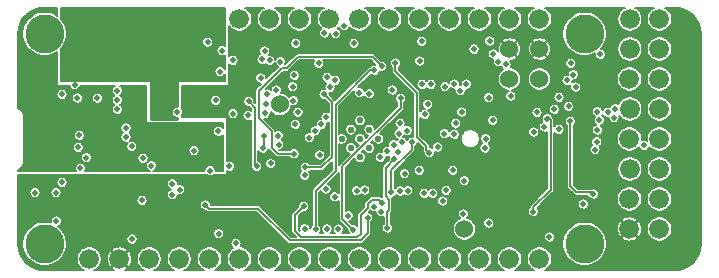
<source format=gbr>
G04 #@! TF.GenerationSoftware,KiCad,Pcbnew,5.1.4+dfsg1-1~bpo10+1*
G04 #@! TF.CreationDate,2020-01-31T15:28:30+01:00*
G04 #@! TF.ProjectId,quicklogic-quick-feather-board,71756963-6b6c-46f6-9769-632d71756963,rev?*
G04 #@! TF.SameCoordinates,Original*
G04 #@! TF.FileFunction,Copper,L3,Inr*
G04 #@! TF.FilePolarity,Positive*
%FSLAX46Y46*%
G04 Gerber Fmt 4.6, Leading zero omitted, Abs format (unit mm)*
G04 Created by KiCad (PCBNEW 5.1.4+dfsg1-1~bpo10+1) date 2020-01-31 15:28:30*
%MOMM*%
%LPD*%
G04 APERTURE LIST*
%ADD10C,1.524000*%
%ADD11C,1.676400*%
%ADD12C,3.302000*%
%ADD13C,0.550000*%
%ADD14C,0.500000*%
%ADD15C,0.150000*%
%ADD16C,0.254000*%
G04 APERTURE END LIST*
D10*
X165011000Y-99923000D03*
X165011000Y-97383000D03*
X167551000Y-97383000D03*
X167551000Y-99923000D03*
D11*
X152311000Y-115163000D03*
X159931000Y-115163000D03*
X142151000Y-115163000D03*
X139611000Y-115163000D03*
X144691000Y-115163000D03*
X165011000Y-115163000D03*
X149771000Y-115163000D03*
X157391000Y-115163000D03*
X147231000Y-115163000D03*
X167551000Y-115163000D03*
X162471000Y-115163000D03*
X154851000Y-115163000D03*
X137061000Y-115163000D03*
X129441000Y-115163000D03*
X134521000Y-115163000D03*
X131981000Y-115163000D03*
X175171000Y-112623000D03*
X177711000Y-110083000D03*
X177711000Y-112623000D03*
X175171000Y-110083000D03*
X177711000Y-99923000D03*
X175195000Y-97383000D03*
X175195000Y-94857000D03*
X175171000Y-105003000D03*
X175171000Y-99923000D03*
X177711000Y-102463000D03*
X177711000Y-94843000D03*
X177711000Y-105003000D03*
X177711000Y-107543000D03*
X175195000Y-107543000D03*
X177711000Y-97383000D03*
X175195000Y-102463000D03*
D12*
X125655100Y-96089600D03*
X125655100Y-113869600D03*
X171375100Y-113869600D03*
X171375100Y-96089600D03*
D10*
X145550000Y-102070000D03*
X161196000Y-112624000D03*
D13*
X153915635Y-104990000D03*
X153137817Y-104212183D03*
X152360000Y-103434365D03*
X153137817Y-105767817D03*
X152360000Y-104990000D03*
X151582183Y-104212183D03*
X152360000Y-106545635D03*
X151582183Y-105767817D03*
X150804365Y-104990000D03*
D11*
X154851000Y-94843000D03*
X159931000Y-94843000D03*
X157391000Y-94843000D03*
X167551000Y-94843000D03*
X142151000Y-94843000D03*
X144691000Y-94843000D03*
X152311000Y-94843000D03*
X162471000Y-94843000D03*
X165011000Y-94843000D03*
X147231000Y-94843000D03*
X139611000Y-94843000D03*
X149771000Y-94843000D03*
D14*
X131800000Y-102500000D03*
X137100000Y-109290000D03*
X136470000Y-108800000D03*
X136470000Y-109710000D03*
X168400000Y-113300000D03*
X133900000Y-110200000D03*
X126650000Y-111950000D03*
X128580549Y-104689368D03*
X167350000Y-102750000D03*
X165120000Y-101360000D03*
X163250000Y-101500000D03*
X155100000Y-100850000D03*
X153570000Y-110720000D03*
X157397034Y-98401177D03*
X163592667Y-103407333D03*
X160454984Y-103670000D03*
X162945000Y-105760001D03*
X158918311Y-105678077D03*
X160960000Y-102710000D03*
X149350000Y-96020000D03*
X150300000Y-96080000D03*
X151030000Y-95400000D03*
X149566557Y-99776421D03*
X146670000Y-100560000D03*
X145259124Y-100850876D03*
X159646770Y-109337044D03*
X136880000Y-102710000D03*
X130110000Y-101540000D03*
X128420000Y-101530000D03*
X129180000Y-106580000D03*
X140400000Y-113010000D03*
X146710000Y-101760000D03*
X145425000Y-104714237D03*
X127120000Y-108680000D03*
X128690000Y-107480000D03*
X124840000Y-109540000D03*
X127120000Y-101220000D03*
X143950000Y-99840000D03*
X133040000Y-105630000D03*
X134680002Y-107270000D03*
X144500000Y-101200000D03*
X163260000Y-112120000D03*
X162990000Y-104980000D03*
X140356951Y-104344008D03*
X138300000Y-106000000D03*
X133060000Y-113475000D03*
X131800000Y-101700000D03*
X131800000Y-100900000D03*
X169211000Y-104193000D03*
X161111000Y-111343000D03*
X135100000Y-112910000D03*
X135800000Y-112910000D03*
X136500000Y-112910000D03*
X137200000Y-112910000D03*
X149425000Y-109950000D03*
X162900000Y-108100000D03*
X154150000Y-99650000D03*
X160287067Y-106035511D03*
X160240000Y-102980000D03*
X148840000Y-108420000D03*
X160120000Y-110110000D03*
X128430000Y-110220000D03*
X149172194Y-100424565D03*
X150920000Y-99320000D03*
X151760000Y-98810000D03*
X146100000Y-104820000D03*
X146290000Y-106775000D03*
X141960000Y-107230000D03*
X141670000Y-101140000D03*
X140500000Y-99310000D03*
X137800000Y-102370000D03*
X142890000Y-106875521D03*
X165440000Y-113270000D03*
X132550000Y-104075000D03*
X149560000Y-112620000D03*
X132550000Y-104825000D03*
X150520000Y-112630000D03*
X147680000Y-112590000D03*
X149820000Y-100620000D03*
X167050000Y-104405000D03*
X149470000Y-109240000D03*
X147670000Y-108090000D03*
X151350000Y-111500000D03*
X154150000Y-111150000D03*
X153000000Y-111650000D03*
X157780000Y-109600000D03*
X139250000Y-110590000D03*
X147580000Y-110690000D03*
X154214619Y-110402712D03*
X155750000Y-103685000D03*
X160350000Y-100350000D03*
X145470000Y-105480000D03*
X142870000Y-103010000D03*
X141600000Y-102850000D03*
X155650000Y-104550000D03*
X161350000Y-100350000D03*
X144390000Y-102000000D03*
X144150000Y-105755000D03*
X144260000Y-104760000D03*
X144800000Y-107075000D03*
X143599479Y-107300521D03*
X156350000Y-104300000D03*
X160850000Y-100900000D03*
X142930000Y-101815000D03*
X155360000Y-98570000D03*
X158220000Y-106149958D03*
X145625078Y-98456261D03*
X146910000Y-96890000D03*
X151840002Y-96890000D03*
X148850000Y-98600000D03*
X146791000Y-99603000D03*
X140160000Y-105120000D03*
X139300000Y-104500000D03*
X138981000Y-103873000D03*
X132790000Y-103290000D03*
X126130000Y-99450000D03*
X124050000Y-99440000D03*
X131300000Y-103200000D03*
X135800000Y-102700000D03*
X135800000Y-101200000D03*
X144696611Y-98354044D03*
X135800000Y-101900000D03*
X129210000Y-99440000D03*
X140030000Y-99940000D03*
X128200000Y-100400000D03*
X164060000Y-98450000D03*
X141610000Y-98344990D03*
X163650010Y-97810000D03*
X140140000Y-101730000D03*
X164710000Y-98670000D03*
X140670000Y-97530000D03*
X148560000Y-104310000D03*
X141290000Y-107300000D03*
X133990000Y-106620000D03*
X139650000Y-107670000D03*
X172461000Y-104243000D03*
X159545000Y-100560000D03*
X155920000Y-105290000D03*
X155800000Y-101550000D03*
X151770000Y-112690000D03*
X167020000Y-111140000D03*
X168211000Y-103293000D03*
X141850000Y-113830000D03*
X159350000Y-110250000D03*
X152763223Y-109325011D03*
X158520000Y-109600000D03*
X152060000Y-109390000D03*
X157570000Y-96730000D03*
X150280000Y-100020000D03*
X167970000Y-103980000D03*
X128490000Y-105710000D03*
X126620000Y-109540000D03*
X163342721Y-96705637D03*
X148060000Y-104900000D03*
X172461000Y-102693000D03*
X146870000Y-103750000D03*
X170160479Y-103492479D03*
X172116216Y-109654990D03*
X149080000Y-103750000D03*
X172411000Y-105243000D03*
X149480000Y-103150000D03*
X172261000Y-105893000D03*
X153140000Y-101180000D03*
X170011324Y-102245000D03*
X152311000Y-101093000D03*
X168811000Y-102493000D03*
X149310000Y-101210000D03*
X147720000Y-107400000D03*
X155740000Y-109410000D03*
X148600000Y-112650000D03*
X153560000Y-99180000D03*
X158100000Y-102050000D03*
X157600000Y-100364990D03*
X158361979Y-100364990D03*
X157864734Y-102914734D03*
X159500000Y-104555010D03*
X170411000Y-99543000D03*
X160350000Y-104600000D03*
X169886000Y-100043000D03*
X156750000Y-105275011D03*
X155000000Y-109500000D03*
X160220039Y-107644990D03*
X157364779Y-107644990D03*
X170211000Y-98593000D03*
X172611000Y-103393000D03*
X173311528Y-102742472D03*
X155210000Y-105480000D03*
X147100000Y-102725000D03*
X139450000Y-96800000D03*
X144320000Y-102820000D03*
X155270000Y-106695000D03*
X154680000Y-112540000D03*
X155555010Y-106108473D03*
X170611000Y-100593000D03*
X154670000Y-106030000D03*
X144054990Y-98250000D03*
X144280000Y-97550000D03*
X154086992Y-106564063D03*
X150200000Y-109900000D03*
X171250000Y-110500000D03*
X148944135Y-106355865D03*
X156394472Y-109374472D03*
X146770000Y-106260000D03*
X154200000Y-98830000D03*
X169210019Y-101468283D03*
X162010000Y-97390000D03*
X161200000Y-108530000D03*
X156124479Y-107925521D03*
X173861000Y-103193000D03*
X173961000Y-102443000D03*
X176411000Y-105543000D03*
X172711000Y-97843000D03*
D15*
X153000000Y-112990000D02*
X153000000Y-111650000D01*
X152400000Y-113590000D02*
X153000000Y-112990000D01*
X143690000Y-110890000D02*
X146390000Y-113590000D01*
X146390000Y-113590000D02*
X152400000Y-113590000D01*
X139550000Y-110890000D02*
X139730000Y-110890000D01*
X139250000Y-110590000D02*
X139550000Y-110890000D01*
X139730000Y-110890000D02*
X143690000Y-110890000D01*
X148610998Y-113290000D02*
X148730000Y-113290000D01*
X146850000Y-111420000D02*
X147580000Y-110690000D01*
X146850000Y-112810000D02*
X146850000Y-111420000D01*
X148730000Y-113290000D02*
X147330000Y-113290000D01*
X147330000Y-113290000D02*
X146850000Y-112810000D01*
X153400000Y-110130000D02*
X153930000Y-110130000D01*
X153000000Y-110530000D02*
X153400000Y-110130000D01*
X152400000Y-113010000D02*
X152400000Y-111460000D01*
X152120000Y-113290000D02*
X152400000Y-113010000D01*
X152400000Y-111460000D02*
X153000000Y-110860000D01*
X153930000Y-110130000D02*
X154200000Y-110400000D01*
X148730000Y-113290000D02*
X152120000Y-113290000D01*
X153000000Y-110860000D02*
X153000000Y-110530000D01*
X144260000Y-104760000D02*
X144260000Y-105645000D01*
X144260000Y-105645000D02*
X144150000Y-105755000D01*
X143450000Y-102335000D02*
X142930000Y-101815000D01*
X143599479Y-107300521D02*
X143450000Y-107151042D01*
X143450000Y-107151042D02*
X143450000Y-102335000D01*
X157970001Y-105899959D02*
X158220000Y-106149958D01*
X157174999Y-104834999D02*
X157970001Y-105630001D01*
X157174999Y-101094999D02*
X157174999Y-104834999D01*
X155360000Y-99280000D02*
X157174999Y-101094999D01*
X155360000Y-98570000D02*
X155360000Y-99280000D01*
X157970001Y-105630001D02*
X157970001Y-105899959D01*
X155800000Y-102365633D02*
X150860000Y-107305633D01*
X155800000Y-101550000D02*
X155800000Y-102365633D01*
X150860000Y-107305633D02*
X150860000Y-111780000D01*
X150860000Y-111780000D02*
X151770000Y-112690000D01*
X168519999Y-103419999D02*
X168270000Y-103170000D01*
X168519999Y-109286448D02*
X168519999Y-103419999D01*
X167020000Y-110786447D02*
X168519999Y-109286448D01*
X167020000Y-111140000D02*
X167020000Y-110786447D01*
X148080000Y-104860000D02*
X148080000Y-104940000D01*
X170160479Y-103492479D02*
X170160479Y-108992479D01*
X170160479Y-108992479D02*
X170661000Y-109493000D01*
X170661000Y-109493000D02*
X171954226Y-109493000D01*
X171954226Y-109493000D02*
X172116216Y-109654990D01*
X149310000Y-101210000D02*
X149990000Y-101890000D01*
X149080000Y-107400000D02*
X147720000Y-107400000D01*
X149990000Y-106490000D02*
X149080000Y-107400000D01*
X149990000Y-101890000D02*
X149990000Y-106490000D01*
X153220000Y-99180000D02*
X153560000Y-99180000D01*
X150290000Y-102110000D02*
X153220000Y-99180000D01*
X148600000Y-112650000D02*
X148600000Y-109405134D01*
X150290000Y-107715134D02*
X150290000Y-102110000D01*
X148600000Y-109405134D02*
X150290000Y-107715134D01*
X156750000Y-105890000D02*
X156750000Y-105628564D01*
X155000000Y-109500000D02*
X155000000Y-107640000D01*
X155000000Y-107640000D02*
X156750000Y-105890000D01*
X156750000Y-105628564D02*
X156750000Y-105275011D01*
X155270000Y-106695000D02*
X154550000Y-107415000D01*
X154770000Y-112450000D02*
X154680000Y-112540000D01*
X154520000Y-107445000D02*
X154520000Y-109860000D01*
X154520000Y-109860000D02*
X154790000Y-110130000D01*
X155270000Y-106695000D02*
X154520000Y-107445000D01*
X154680000Y-111150000D02*
X154680000Y-112540000D01*
X154790000Y-110130000D02*
X154790000Y-111040000D01*
X154790000Y-111040000D02*
X154680000Y-111150000D01*
X147100000Y-98050000D02*
X153420000Y-98050000D01*
X146160000Y-98990000D02*
X147100000Y-98050000D01*
X145730000Y-98990000D02*
X146160000Y-98990000D01*
X143780000Y-100940000D02*
X145730000Y-98990000D01*
X153950001Y-98580001D02*
X154200000Y-98830000D01*
X153420000Y-98050000D02*
X153950001Y-98580001D01*
X145400000Y-106260000D02*
X144880000Y-105740000D01*
X146770000Y-106260000D02*
X145400000Y-106260000D01*
X144880000Y-105740000D02*
X144880000Y-104350000D01*
X144880000Y-104350000D02*
X143780000Y-103250000D01*
X143780000Y-103250000D02*
X143780000Y-100940000D01*
G36*
X140925000Y-97129108D02*
G01*
X140894997Y-97109061D01*
X140808552Y-97073254D01*
X140716783Y-97055000D01*
X140623217Y-97055000D01*
X140531448Y-97073254D01*
X140445003Y-97109061D01*
X140367205Y-97161044D01*
X140301044Y-97227205D01*
X140249061Y-97305003D01*
X140213254Y-97391448D01*
X140195000Y-97483217D01*
X140195000Y-97576783D01*
X140213254Y-97668552D01*
X140249061Y-97754997D01*
X140301044Y-97832795D01*
X140367205Y-97898956D01*
X140445003Y-97950939D01*
X140531448Y-97986746D01*
X140623217Y-98005000D01*
X140716783Y-98005000D01*
X140808552Y-97986746D01*
X140894997Y-97950939D01*
X140925000Y-97930892D01*
X140925000Y-99094807D01*
X140920939Y-99085003D01*
X140868956Y-99007205D01*
X140802795Y-98941044D01*
X140724997Y-98889061D01*
X140638552Y-98853254D01*
X140546783Y-98835000D01*
X140453217Y-98835000D01*
X140361448Y-98853254D01*
X140275003Y-98889061D01*
X140197205Y-98941044D01*
X140131044Y-99007205D01*
X140079061Y-99085003D01*
X140043254Y-99171448D01*
X140025000Y-99263217D01*
X140025000Y-99356783D01*
X140043254Y-99448552D01*
X140079061Y-99534997D01*
X140131044Y-99612795D01*
X140197205Y-99678956D01*
X140275003Y-99730939D01*
X140361448Y-99766746D01*
X140453217Y-99785000D01*
X140546783Y-99785000D01*
X140638552Y-99766746D01*
X140724997Y-99730939D01*
X140802795Y-99678956D01*
X140868956Y-99612795D01*
X140920939Y-99534997D01*
X140925000Y-99525193D01*
X140925000Y-100125000D01*
X127075000Y-100125000D01*
X127075000Y-97322764D01*
X127112284Y-97285480D01*
X127317589Y-96978219D01*
X127410788Y-96753217D01*
X138975000Y-96753217D01*
X138975000Y-96846783D01*
X138993254Y-96938552D01*
X139029061Y-97024997D01*
X139081044Y-97102795D01*
X139147205Y-97168956D01*
X139225003Y-97220939D01*
X139311448Y-97256746D01*
X139403217Y-97275000D01*
X139496783Y-97275000D01*
X139588552Y-97256746D01*
X139674997Y-97220939D01*
X139752795Y-97168956D01*
X139818956Y-97102795D01*
X139870939Y-97024997D01*
X139906746Y-96938552D01*
X139925000Y-96846783D01*
X139925000Y-96753217D01*
X139906746Y-96661448D01*
X139870939Y-96575003D01*
X139818956Y-96497205D01*
X139752795Y-96431044D01*
X139674997Y-96379061D01*
X139588552Y-96343254D01*
X139496783Y-96325000D01*
X139403217Y-96325000D01*
X139311448Y-96343254D01*
X139225003Y-96379061D01*
X139147205Y-96431044D01*
X139081044Y-96497205D01*
X139029061Y-96575003D01*
X138993254Y-96661448D01*
X138975000Y-96753217D01*
X127410788Y-96753217D01*
X127459006Y-96636809D01*
X127531100Y-96274370D01*
X127531100Y-95904830D01*
X127459006Y-95542391D01*
X127317589Y-95200981D01*
X127112284Y-94893720D01*
X127075000Y-94856436D01*
X127075000Y-93873600D01*
X140925000Y-93873600D01*
X140925000Y-97129108D01*
X140925000Y-97129108D01*
G37*
X140925000Y-97129108D02*
X140894997Y-97109061D01*
X140808552Y-97073254D01*
X140716783Y-97055000D01*
X140623217Y-97055000D01*
X140531448Y-97073254D01*
X140445003Y-97109061D01*
X140367205Y-97161044D01*
X140301044Y-97227205D01*
X140249061Y-97305003D01*
X140213254Y-97391448D01*
X140195000Y-97483217D01*
X140195000Y-97576783D01*
X140213254Y-97668552D01*
X140249061Y-97754997D01*
X140301044Y-97832795D01*
X140367205Y-97898956D01*
X140445003Y-97950939D01*
X140531448Y-97986746D01*
X140623217Y-98005000D01*
X140716783Y-98005000D01*
X140808552Y-97986746D01*
X140894997Y-97950939D01*
X140925000Y-97930892D01*
X140925000Y-99094807D01*
X140920939Y-99085003D01*
X140868956Y-99007205D01*
X140802795Y-98941044D01*
X140724997Y-98889061D01*
X140638552Y-98853254D01*
X140546783Y-98835000D01*
X140453217Y-98835000D01*
X140361448Y-98853254D01*
X140275003Y-98889061D01*
X140197205Y-98941044D01*
X140131044Y-99007205D01*
X140079061Y-99085003D01*
X140043254Y-99171448D01*
X140025000Y-99263217D01*
X140025000Y-99356783D01*
X140043254Y-99448552D01*
X140079061Y-99534997D01*
X140131044Y-99612795D01*
X140197205Y-99678956D01*
X140275003Y-99730939D01*
X140361448Y-99766746D01*
X140453217Y-99785000D01*
X140546783Y-99785000D01*
X140638552Y-99766746D01*
X140724997Y-99730939D01*
X140802795Y-99678956D01*
X140868956Y-99612795D01*
X140920939Y-99534997D01*
X140925000Y-99525193D01*
X140925000Y-100125000D01*
X127075000Y-100125000D01*
X127075000Y-97322764D01*
X127112284Y-97285480D01*
X127317589Y-96978219D01*
X127410788Y-96753217D01*
X138975000Y-96753217D01*
X138975000Y-96846783D01*
X138993254Y-96938552D01*
X139029061Y-97024997D01*
X139081044Y-97102795D01*
X139147205Y-97168956D01*
X139225003Y-97220939D01*
X139311448Y-97256746D01*
X139403217Y-97275000D01*
X139496783Y-97275000D01*
X139588552Y-97256746D01*
X139674997Y-97220939D01*
X139752795Y-97168956D01*
X139818956Y-97102795D01*
X139870939Y-97024997D01*
X139906746Y-96938552D01*
X139925000Y-96846783D01*
X139925000Y-96753217D01*
X139906746Y-96661448D01*
X139870939Y-96575003D01*
X139818956Y-96497205D01*
X139752795Y-96431044D01*
X139674997Y-96379061D01*
X139588552Y-96343254D01*
X139496783Y-96325000D01*
X139403217Y-96325000D01*
X139311448Y-96343254D01*
X139225003Y-96379061D01*
X139147205Y-96431044D01*
X139081044Y-96497205D01*
X139029061Y-96575003D01*
X138993254Y-96661448D01*
X138975000Y-96753217D01*
X127410788Y-96753217D01*
X127459006Y-96636809D01*
X127531100Y-96274370D01*
X127531100Y-95904830D01*
X127459006Y-95542391D01*
X127317589Y-95200981D01*
X127112284Y-94893720D01*
X127075000Y-94856436D01*
X127075000Y-93873600D01*
X140925000Y-93873600D01*
X140925000Y-97129108D01*
G36*
X144187386Y-93900805D02*
G01*
X144013250Y-94017159D01*
X143865159Y-94165250D01*
X143748805Y-94339386D01*
X143668659Y-94532876D01*
X143627800Y-94738284D01*
X143627800Y-94947716D01*
X143668659Y-95153124D01*
X143748805Y-95346614D01*
X143865159Y-95520750D01*
X144013250Y-95668841D01*
X144187386Y-95785195D01*
X144380876Y-95865341D01*
X144586284Y-95906200D01*
X144795716Y-95906200D01*
X145001124Y-95865341D01*
X145194614Y-95785195D01*
X145368750Y-95668841D01*
X145516841Y-95520750D01*
X145633195Y-95346614D01*
X145713341Y-95153124D01*
X145754200Y-94947716D01*
X145754200Y-94738284D01*
X145713341Y-94532876D01*
X145633195Y-94339386D01*
X145516841Y-94165250D01*
X145368750Y-94017159D01*
X145194614Y-93900805D01*
X145128935Y-93873600D01*
X146793065Y-93873600D01*
X146727386Y-93900805D01*
X146553250Y-94017159D01*
X146405159Y-94165250D01*
X146288805Y-94339386D01*
X146208659Y-94532876D01*
X146167800Y-94738284D01*
X146167800Y-94947716D01*
X146208659Y-95153124D01*
X146288805Y-95346614D01*
X146405159Y-95520750D01*
X146553250Y-95668841D01*
X146727386Y-95785195D01*
X146920876Y-95865341D01*
X147126284Y-95906200D01*
X147335716Y-95906200D01*
X147541124Y-95865341D01*
X147734614Y-95785195D01*
X147908750Y-95668841D01*
X148056841Y-95520750D01*
X148173195Y-95346614D01*
X148253341Y-95153124D01*
X148294200Y-94947716D01*
X148294200Y-94738284D01*
X148253341Y-94532876D01*
X148173195Y-94339386D01*
X148056841Y-94165250D01*
X147908750Y-94017159D01*
X147734614Y-93900805D01*
X147668935Y-93873600D01*
X149333065Y-93873600D01*
X149267386Y-93900805D01*
X149093250Y-94017159D01*
X148945159Y-94165250D01*
X148828805Y-94339386D01*
X148748659Y-94532876D01*
X148707800Y-94738284D01*
X148707800Y-94947716D01*
X148748659Y-95153124D01*
X148828805Y-95346614D01*
X148945159Y-95520750D01*
X149064138Y-95639729D01*
X149047205Y-95651044D01*
X148981044Y-95717205D01*
X148929061Y-95795003D01*
X148893254Y-95881448D01*
X148875000Y-95973217D01*
X148875000Y-96066783D01*
X148893254Y-96158552D01*
X148929061Y-96244997D01*
X148981044Y-96322795D01*
X149047205Y-96388956D01*
X149125003Y-96440939D01*
X149211448Y-96476746D01*
X149303217Y-96495000D01*
X149396783Y-96495000D01*
X149488552Y-96476746D01*
X149574997Y-96440939D01*
X149652795Y-96388956D01*
X149718956Y-96322795D01*
X149770939Y-96244997D01*
X149806746Y-96158552D01*
X149825000Y-96066783D01*
X149825000Y-96126783D01*
X149843254Y-96218552D01*
X149879061Y-96304997D01*
X149931044Y-96382795D01*
X149997205Y-96448956D01*
X150075003Y-96500939D01*
X150161448Y-96536746D01*
X150253217Y-96555000D01*
X150346783Y-96555000D01*
X150438552Y-96536746D01*
X150524997Y-96500939D01*
X150602795Y-96448956D01*
X150668956Y-96382795D01*
X150720939Y-96304997D01*
X150756746Y-96218552D01*
X150775000Y-96126783D01*
X150775000Y-96033217D01*
X150756746Y-95941448D01*
X150720939Y-95855003D01*
X150668956Y-95777205D01*
X150602795Y-95711044D01*
X150524997Y-95659061D01*
X150477998Y-95639593D01*
X150574948Y-95542643D01*
X150609061Y-95624997D01*
X150661044Y-95702795D01*
X150727205Y-95768956D01*
X150805003Y-95820939D01*
X150891448Y-95856746D01*
X150983217Y-95875000D01*
X151076783Y-95875000D01*
X151168552Y-95856746D01*
X151254997Y-95820939D01*
X151332795Y-95768956D01*
X151398956Y-95702795D01*
X151450939Y-95624997D01*
X151486746Y-95538552D01*
X151489436Y-95525027D01*
X151633250Y-95668841D01*
X151807386Y-95785195D01*
X152000876Y-95865341D01*
X152206284Y-95906200D01*
X152415716Y-95906200D01*
X152621124Y-95865341D01*
X152814614Y-95785195D01*
X152988750Y-95668841D01*
X153136841Y-95520750D01*
X153253195Y-95346614D01*
X153333341Y-95153124D01*
X153374200Y-94947716D01*
X153374200Y-94738284D01*
X153333341Y-94532876D01*
X153253195Y-94339386D01*
X153136841Y-94165250D01*
X152988750Y-94017159D01*
X152814614Y-93900805D01*
X152748935Y-93873600D01*
X154413065Y-93873600D01*
X154347386Y-93900805D01*
X154173250Y-94017159D01*
X154025159Y-94165250D01*
X153908805Y-94339386D01*
X153828659Y-94532876D01*
X153787800Y-94738284D01*
X153787800Y-94947716D01*
X153828659Y-95153124D01*
X153908805Y-95346614D01*
X154025159Y-95520750D01*
X154173250Y-95668841D01*
X154347386Y-95785195D01*
X154540876Y-95865341D01*
X154746284Y-95906200D01*
X154955716Y-95906200D01*
X155161124Y-95865341D01*
X155354614Y-95785195D01*
X155528750Y-95668841D01*
X155676841Y-95520750D01*
X155793195Y-95346614D01*
X155873341Y-95153124D01*
X155914200Y-94947716D01*
X155914200Y-94738284D01*
X155873341Y-94532876D01*
X155793195Y-94339386D01*
X155676841Y-94165250D01*
X155528750Y-94017159D01*
X155354614Y-93900805D01*
X155288935Y-93873600D01*
X156953065Y-93873600D01*
X156887386Y-93900805D01*
X156713250Y-94017159D01*
X156565159Y-94165250D01*
X156448805Y-94339386D01*
X156368659Y-94532876D01*
X156327800Y-94738284D01*
X156327800Y-94947716D01*
X156368659Y-95153124D01*
X156448805Y-95346614D01*
X156565159Y-95520750D01*
X156713250Y-95668841D01*
X156887386Y-95785195D01*
X157080876Y-95865341D01*
X157286284Y-95906200D01*
X157495716Y-95906200D01*
X157701124Y-95865341D01*
X157894614Y-95785195D01*
X158068750Y-95668841D01*
X158216841Y-95520750D01*
X158333195Y-95346614D01*
X158413341Y-95153124D01*
X158454200Y-94947716D01*
X158454200Y-94738284D01*
X158413341Y-94532876D01*
X158333195Y-94339386D01*
X158216841Y-94165250D01*
X158068750Y-94017159D01*
X157894614Y-93900805D01*
X157828935Y-93873600D01*
X159493065Y-93873600D01*
X159427386Y-93900805D01*
X159253250Y-94017159D01*
X159105159Y-94165250D01*
X158988805Y-94339386D01*
X158908659Y-94532876D01*
X158867800Y-94738284D01*
X158867800Y-94947716D01*
X158908659Y-95153124D01*
X158988805Y-95346614D01*
X159105159Y-95520750D01*
X159253250Y-95668841D01*
X159427386Y-95785195D01*
X159620876Y-95865341D01*
X159826284Y-95906200D01*
X160035716Y-95906200D01*
X160241124Y-95865341D01*
X160434614Y-95785195D01*
X160608750Y-95668841D01*
X160756841Y-95520750D01*
X160873195Y-95346614D01*
X160953341Y-95153124D01*
X160994200Y-94947716D01*
X160994200Y-94738284D01*
X160953341Y-94532876D01*
X160873195Y-94339386D01*
X160756841Y-94165250D01*
X160608750Y-94017159D01*
X160434614Y-93900805D01*
X160368935Y-93873600D01*
X162033065Y-93873600D01*
X161967386Y-93900805D01*
X161793250Y-94017159D01*
X161645159Y-94165250D01*
X161528805Y-94339386D01*
X161448659Y-94532876D01*
X161407800Y-94738284D01*
X161407800Y-94947716D01*
X161448659Y-95153124D01*
X161528805Y-95346614D01*
X161645159Y-95520750D01*
X161793250Y-95668841D01*
X161967386Y-95785195D01*
X162160876Y-95865341D01*
X162366284Y-95906200D01*
X162575716Y-95906200D01*
X162781124Y-95865341D01*
X162974614Y-95785195D01*
X163148750Y-95668841D01*
X163296841Y-95520750D01*
X163413195Y-95346614D01*
X163493341Y-95153124D01*
X163534200Y-94947716D01*
X163534200Y-94738284D01*
X163493341Y-94532876D01*
X163413195Y-94339386D01*
X163296841Y-94165250D01*
X163148750Y-94017159D01*
X162974614Y-93900805D01*
X162908935Y-93873600D01*
X164573065Y-93873600D01*
X164507386Y-93900805D01*
X164333250Y-94017159D01*
X164185159Y-94165250D01*
X164068805Y-94339386D01*
X163988659Y-94532876D01*
X163947800Y-94738284D01*
X163947800Y-94947716D01*
X163988659Y-95153124D01*
X164068805Y-95346614D01*
X164185159Y-95520750D01*
X164333250Y-95668841D01*
X164507386Y-95785195D01*
X164700876Y-95865341D01*
X164906284Y-95906200D01*
X165115716Y-95906200D01*
X165321124Y-95865341D01*
X165514614Y-95785195D01*
X165688750Y-95668841D01*
X165836841Y-95520750D01*
X165953195Y-95346614D01*
X166033341Y-95153124D01*
X166074200Y-94947716D01*
X166074200Y-94738284D01*
X166033341Y-94532876D01*
X165953195Y-94339386D01*
X165836841Y-94165250D01*
X165688750Y-94017159D01*
X165514614Y-93900805D01*
X165448935Y-93873600D01*
X167113065Y-93873600D01*
X167047386Y-93900805D01*
X166873250Y-94017159D01*
X166725159Y-94165250D01*
X166608805Y-94339386D01*
X166528659Y-94532876D01*
X166487800Y-94738284D01*
X166487800Y-94947716D01*
X166528659Y-95153124D01*
X166608805Y-95346614D01*
X166725159Y-95520750D01*
X166873250Y-95668841D01*
X167047386Y-95785195D01*
X167240876Y-95865341D01*
X167446284Y-95906200D01*
X167655716Y-95906200D01*
X167662603Y-95904830D01*
X169499100Y-95904830D01*
X169499100Y-96274370D01*
X169571194Y-96636809D01*
X169712611Y-96978219D01*
X169917916Y-97285480D01*
X170179220Y-97546784D01*
X170486481Y-97752089D01*
X170827891Y-97893506D01*
X171190330Y-97965600D01*
X171559870Y-97965600D01*
X171922309Y-97893506D01*
X172243077Y-97760639D01*
X172236000Y-97796217D01*
X172236000Y-97889783D01*
X172254254Y-97981552D01*
X172290061Y-98067997D01*
X172342044Y-98145795D01*
X172408205Y-98211956D01*
X172486003Y-98263939D01*
X172572448Y-98299746D01*
X172664217Y-98318000D01*
X172757783Y-98318000D01*
X172849552Y-98299746D01*
X172935997Y-98263939D01*
X173013795Y-98211956D01*
X173079956Y-98145795D01*
X173131939Y-98067997D01*
X173167746Y-97981552D01*
X173186000Y-97889783D01*
X173186000Y-97796217D01*
X173167746Y-97704448D01*
X173131939Y-97618003D01*
X173079956Y-97540205D01*
X173013795Y-97474044D01*
X172935997Y-97422061D01*
X172849552Y-97386254D01*
X172757783Y-97368000D01*
X172749764Y-97368000D01*
X172832284Y-97285480D01*
X172837092Y-97278284D01*
X174131800Y-97278284D01*
X174131800Y-97487716D01*
X174172659Y-97693124D01*
X174252805Y-97886614D01*
X174369159Y-98060750D01*
X174517250Y-98208841D01*
X174691386Y-98325195D01*
X174884876Y-98405341D01*
X175090284Y-98446200D01*
X175299716Y-98446200D01*
X175505124Y-98405341D01*
X175698614Y-98325195D01*
X175872750Y-98208841D01*
X176020841Y-98060750D01*
X176137195Y-97886614D01*
X176217341Y-97693124D01*
X176258200Y-97487716D01*
X176258200Y-97278284D01*
X176647800Y-97278284D01*
X176647800Y-97487716D01*
X176688659Y-97693124D01*
X176768805Y-97886614D01*
X176885159Y-98060750D01*
X177033250Y-98208841D01*
X177207386Y-98325195D01*
X177400876Y-98405341D01*
X177606284Y-98446200D01*
X177815716Y-98446200D01*
X178021124Y-98405341D01*
X178214614Y-98325195D01*
X178388750Y-98208841D01*
X178536841Y-98060750D01*
X178653195Y-97886614D01*
X178733341Y-97693124D01*
X178774200Y-97487716D01*
X178774200Y-97278284D01*
X178733341Y-97072876D01*
X178653195Y-96879386D01*
X178536841Y-96705250D01*
X178388750Y-96557159D01*
X178214614Y-96440805D01*
X178021124Y-96360659D01*
X177815716Y-96319800D01*
X177606284Y-96319800D01*
X177400876Y-96360659D01*
X177207386Y-96440805D01*
X177033250Y-96557159D01*
X176885159Y-96705250D01*
X176768805Y-96879386D01*
X176688659Y-97072876D01*
X176647800Y-97278284D01*
X176258200Y-97278284D01*
X176217341Y-97072876D01*
X176137195Y-96879386D01*
X176020841Y-96705250D01*
X175872750Y-96557159D01*
X175698614Y-96440805D01*
X175505124Y-96360659D01*
X175299716Y-96319800D01*
X175090284Y-96319800D01*
X174884876Y-96360659D01*
X174691386Y-96440805D01*
X174517250Y-96557159D01*
X174369159Y-96705250D01*
X174252805Y-96879386D01*
X174172659Y-97072876D01*
X174131800Y-97278284D01*
X172837092Y-97278284D01*
X173037589Y-96978219D01*
X173179006Y-96636809D01*
X173251100Y-96274370D01*
X173251100Y-95904830D01*
X173179006Y-95542391D01*
X173037589Y-95200981D01*
X172832284Y-94893720D01*
X172570980Y-94632416D01*
X172263719Y-94427111D01*
X171922309Y-94285694D01*
X171559870Y-94213600D01*
X171190330Y-94213600D01*
X170827891Y-94285694D01*
X170486481Y-94427111D01*
X170179220Y-94632416D01*
X169917916Y-94893720D01*
X169712611Y-95200981D01*
X169571194Y-95542391D01*
X169499100Y-95904830D01*
X167662603Y-95904830D01*
X167861124Y-95865341D01*
X168054614Y-95785195D01*
X168228750Y-95668841D01*
X168376841Y-95520750D01*
X168493195Y-95346614D01*
X168573341Y-95153124D01*
X168614200Y-94947716D01*
X168614200Y-94738284D01*
X168573341Y-94532876D01*
X168493195Y-94339386D01*
X168376841Y-94165250D01*
X168228750Y-94017159D01*
X168054614Y-93900805D01*
X167988935Y-93873600D01*
X174790864Y-93873600D01*
X174691386Y-93914805D01*
X174517250Y-94031159D01*
X174369159Y-94179250D01*
X174252805Y-94353386D01*
X174172659Y-94546876D01*
X174131800Y-94752284D01*
X174131800Y-94961716D01*
X174172659Y-95167124D01*
X174252805Y-95360614D01*
X174369159Y-95534750D01*
X174517250Y-95682841D01*
X174691386Y-95799195D01*
X174884876Y-95879341D01*
X175090284Y-95920200D01*
X175299716Y-95920200D01*
X175505124Y-95879341D01*
X175698614Y-95799195D01*
X175872750Y-95682841D01*
X176020841Y-95534750D01*
X176137195Y-95360614D01*
X176217341Y-95167124D01*
X176258200Y-94961716D01*
X176258200Y-94752284D01*
X176217341Y-94546876D01*
X176137195Y-94353386D01*
X176020841Y-94179250D01*
X175872750Y-94031159D01*
X175698614Y-93914805D01*
X175599136Y-93873600D01*
X177273065Y-93873600D01*
X177207386Y-93900805D01*
X177033250Y-94017159D01*
X176885159Y-94165250D01*
X176768805Y-94339386D01*
X176688659Y-94532876D01*
X176647800Y-94738284D01*
X176647800Y-94947716D01*
X176688659Y-95153124D01*
X176768805Y-95346614D01*
X176885159Y-95520750D01*
X177033250Y-95668841D01*
X177207386Y-95785195D01*
X177400876Y-95865341D01*
X177606284Y-95906200D01*
X177815716Y-95906200D01*
X178021124Y-95865341D01*
X178214614Y-95785195D01*
X178388750Y-95668841D01*
X178536841Y-95520750D01*
X178653195Y-95346614D01*
X178733341Y-95153124D01*
X178774200Y-94947716D01*
X178774200Y-94738284D01*
X178733341Y-94532876D01*
X178653195Y-94339386D01*
X178536841Y-94165250D01*
X178388750Y-94017159D01*
X178214614Y-93900805D01*
X178148935Y-93873600D01*
X178966430Y-93873600D01*
X179415904Y-93917671D01*
X179834152Y-94043948D01*
X180219902Y-94249055D01*
X180558469Y-94525185D01*
X180836950Y-94861811D01*
X181044747Y-95246123D01*
X181173938Y-95663471D01*
X181221093Y-96112120D01*
X181221101Y-96114363D01*
X181221100Y-113878930D01*
X181177029Y-114328403D01*
X181050752Y-114746652D01*
X180845647Y-115132400D01*
X180569518Y-115470967D01*
X180232889Y-115749450D01*
X179848578Y-115957246D01*
X179431229Y-116086438D01*
X178982580Y-116133593D01*
X178980623Y-116133600D01*
X167986038Y-116133600D01*
X168054614Y-116105195D01*
X168228750Y-115988841D01*
X168376841Y-115840750D01*
X168493195Y-115666614D01*
X168573341Y-115473124D01*
X168614200Y-115267716D01*
X168614200Y-115058284D01*
X168573341Y-114852876D01*
X168493195Y-114659386D01*
X168376841Y-114485250D01*
X168228750Y-114337159D01*
X168054614Y-114220805D01*
X167861124Y-114140659D01*
X167655716Y-114099800D01*
X167446284Y-114099800D01*
X167240876Y-114140659D01*
X167047386Y-114220805D01*
X166873250Y-114337159D01*
X166725159Y-114485250D01*
X166608805Y-114659386D01*
X166528659Y-114852876D01*
X166487800Y-115058284D01*
X166487800Y-115267716D01*
X166528659Y-115473124D01*
X166608805Y-115666614D01*
X166725159Y-115840750D01*
X166873250Y-115988841D01*
X167047386Y-116105195D01*
X167115962Y-116133600D01*
X165446038Y-116133600D01*
X165514614Y-116105195D01*
X165688750Y-115988841D01*
X165836841Y-115840750D01*
X165953195Y-115666614D01*
X166033341Y-115473124D01*
X166074200Y-115267716D01*
X166074200Y-115058284D01*
X166033341Y-114852876D01*
X165953195Y-114659386D01*
X165836841Y-114485250D01*
X165688750Y-114337159D01*
X165514614Y-114220805D01*
X165321124Y-114140659D01*
X165115716Y-114099800D01*
X164906284Y-114099800D01*
X164700876Y-114140659D01*
X164507386Y-114220805D01*
X164333250Y-114337159D01*
X164185159Y-114485250D01*
X164068805Y-114659386D01*
X163988659Y-114852876D01*
X163947800Y-115058284D01*
X163947800Y-115267716D01*
X163988659Y-115473124D01*
X164068805Y-115666614D01*
X164185159Y-115840750D01*
X164333250Y-115988841D01*
X164507386Y-116105195D01*
X164575962Y-116133600D01*
X162906038Y-116133600D01*
X162974614Y-116105195D01*
X163148750Y-115988841D01*
X163296841Y-115840750D01*
X163413195Y-115666614D01*
X163493341Y-115473124D01*
X163534200Y-115267716D01*
X163534200Y-115058284D01*
X163493341Y-114852876D01*
X163413195Y-114659386D01*
X163296841Y-114485250D01*
X163148750Y-114337159D01*
X162974614Y-114220805D01*
X162781124Y-114140659D01*
X162575716Y-114099800D01*
X162366284Y-114099800D01*
X162160876Y-114140659D01*
X161967386Y-114220805D01*
X161793250Y-114337159D01*
X161645159Y-114485250D01*
X161528805Y-114659386D01*
X161448659Y-114852876D01*
X161407800Y-115058284D01*
X161407800Y-115267716D01*
X161448659Y-115473124D01*
X161528805Y-115666614D01*
X161645159Y-115840750D01*
X161793250Y-115988841D01*
X161967386Y-116105195D01*
X162035962Y-116133600D01*
X160366038Y-116133600D01*
X160434614Y-116105195D01*
X160608750Y-115988841D01*
X160756841Y-115840750D01*
X160873195Y-115666614D01*
X160953341Y-115473124D01*
X160994200Y-115267716D01*
X160994200Y-115058284D01*
X160953341Y-114852876D01*
X160873195Y-114659386D01*
X160756841Y-114485250D01*
X160608750Y-114337159D01*
X160434614Y-114220805D01*
X160241124Y-114140659D01*
X160035716Y-114099800D01*
X159826284Y-114099800D01*
X159620876Y-114140659D01*
X159427386Y-114220805D01*
X159253250Y-114337159D01*
X159105159Y-114485250D01*
X158988805Y-114659386D01*
X158908659Y-114852876D01*
X158867800Y-115058284D01*
X158867800Y-115267716D01*
X158908659Y-115473124D01*
X158988805Y-115666614D01*
X159105159Y-115840750D01*
X159253250Y-115988841D01*
X159427386Y-116105195D01*
X159495962Y-116133600D01*
X157826038Y-116133600D01*
X157894614Y-116105195D01*
X158068750Y-115988841D01*
X158216841Y-115840750D01*
X158333195Y-115666614D01*
X158413341Y-115473124D01*
X158454200Y-115267716D01*
X158454200Y-115058284D01*
X158413341Y-114852876D01*
X158333195Y-114659386D01*
X158216841Y-114485250D01*
X158068750Y-114337159D01*
X157894614Y-114220805D01*
X157701124Y-114140659D01*
X157495716Y-114099800D01*
X157286284Y-114099800D01*
X157080876Y-114140659D01*
X156887386Y-114220805D01*
X156713250Y-114337159D01*
X156565159Y-114485250D01*
X156448805Y-114659386D01*
X156368659Y-114852876D01*
X156327800Y-115058284D01*
X156327800Y-115267716D01*
X156368659Y-115473124D01*
X156448805Y-115666614D01*
X156565159Y-115840750D01*
X156713250Y-115988841D01*
X156887386Y-116105195D01*
X156955962Y-116133600D01*
X155286038Y-116133600D01*
X155354614Y-116105195D01*
X155528750Y-115988841D01*
X155676841Y-115840750D01*
X155793195Y-115666614D01*
X155873341Y-115473124D01*
X155914200Y-115267716D01*
X155914200Y-115058284D01*
X155873341Y-114852876D01*
X155793195Y-114659386D01*
X155676841Y-114485250D01*
X155528750Y-114337159D01*
X155354614Y-114220805D01*
X155161124Y-114140659D01*
X154955716Y-114099800D01*
X154746284Y-114099800D01*
X154540876Y-114140659D01*
X154347386Y-114220805D01*
X154173250Y-114337159D01*
X154025159Y-114485250D01*
X153908805Y-114659386D01*
X153828659Y-114852876D01*
X153787800Y-115058284D01*
X153787800Y-115267716D01*
X153828659Y-115473124D01*
X153908805Y-115666614D01*
X154025159Y-115840750D01*
X154173250Y-115988841D01*
X154347386Y-116105195D01*
X154415962Y-116133600D01*
X152746038Y-116133600D01*
X152814614Y-116105195D01*
X152988750Y-115988841D01*
X153136841Y-115840750D01*
X153253195Y-115666614D01*
X153333341Y-115473124D01*
X153374200Y-115267716D01*
X153374200Y-115058284D01*
X153333341Y-114852876D01*
X153253195Y-114659386D01*
X153136841Y-114485250D01*
X152988750Y-114337159D01*
X152814614Y-114220805D01*
X152621124Y-114140659D01*
X152415716Y-114099800D01*
X152206284Y-114099800D01*
X152000876Y-114140659D01*
X151807386Y-114220805D01*
X151633250Y-114337159D01*
X151485159Y-114485250D01*
X151368805Y-114659386D01*
X151288659Y-114852876D01*
X151247800Y-115058284D01*
X151247800Y-115267716D01*
X151288659Y-115473124D01*
X151368805Y-115666614D01*
X151485159Y-115840750D01*
X151633250Y-115988841D01*
X151807386Y-116105195D01*
X151875962Y-116133600D01*
X150206038Y-116133600D01*
X150274614Y-116105195D01*
X150448750Y-115988841D01*
X150596841Y-115840750D01*
X150713195Y-115666614D01*
X150793341Y-115473124D01*
X150834200Y-115267716D01*
X150834200Y-115058284D01*
X150793341Y-114852876D01*
X150713195Y-114659386D01*
X150596841Y-114485250D01*
X150448750Y-114337159D01*
X150274614Y-114220805D01*
X150081124Y-114140659D01*
X149875716Y-114099800D01*
X149666284Y-114099800D01*
X149460876Y-114140659D01*
X149267386Y-114220805D01*
X149093250Y-114337159D01*
X148945159Y-114485250D01*
X148828805Y-114659386D01*
X148748659Y-114852876D01*
X148707800Y-115058284D01*
X148707800Y-115267716D01*
X148748659Y-115473124D01*
X148828805Y-115666614D01*
X148945159Y-115840750D01*
X149093250Y-115988841D01*
X149267386Y-116105195D01*
X149335962Y-116133600D01*
X147666038Y-116133600D01*
X147734614Y-116105195D01*
X147908750Y-115988841D01*
X148056841Y-115840750D01*
X148173195Y-115666614D01*
X148253341Y-115473124D01*
X148294200Y-115267716D01*
X148294200Y-115058284D01*
X148253341Y-114852876D01*
X148173195Y-114659386D01*
X148056841Y-114485250D01*
X147908750Y-114337159D01*
X147734614Y-114220805D01*
X147541124Y-114140659D01*
X147335716Y-114099800D01*
X147126284Y-114099800D01*
X146920876Y-114140659D01*
X146727386Y-114220805D01*
X146553250Y-114337159D01*
X146405159Y-114485250D01*
X146288805Y-114659386D01*
X146208659Y-114852876D01*
X146167800Y-115058284D01*
X146167800Y-115267716D01*
X146208659Y-115473124D01*
X146288805Y-115666614D01*
X146405159Y-115840750D01*
X146553250Y-115988841D01*
X146727386Y-116105195D01*
X146795962Y-116133600D01*
X145126038Y-116133600D01*
X145194614Y-116105195D01*
X145368750Y-115988841D01*
X145516841Y-115840750D01*
X145633195Y-115666614D01*
X145713341Y-115473124D01*
X145754200Y-115267716D01*
X145754200Y-115058284D01*
X145713341Y-114852876D01*
X145633195Y-114659386D01*
X145516841Y-114485250D01*
X145368750Y-114337159D01*
X145194614Y-114220805D01*
X145001124Y-114140659D01*
X144795716Y-114099800D01*
X144586284Y-114099800D01*
X144380876Y-114140659D01*
X144187386Y-114220805D01*
X144013250Y-114337159D01*
X143865159Y-114485250D01*
X143748805Y-114659386D01*
X143668659Y-114852876D01*
X143627800Y-115058284D01*
X143627800Y-115267716D01*
X143668659Y-115473124D01*
X143748805Y-115666614D01*
X143865159Y-115840750D01*
X144013250Y-115988841D01*
X144187386Y-116105195D01*
X144255962Y-116133600D01*
X142586038Y-116133600D01*
X142654614Y-116105195D01*
X142828750Y-115988841D01*
X142976841Y-115840750D01*
X143093195Y-115666614D01*
X143173341Y-115473124D01*
X143214200Y-115267716D01*
X143214200Y-115058284D01*
X143173341Y-114852876D01*
X143093195Y-114659386D01*
X142976841Y-114485250D01*
X142828750Y-114337159D01*
X142654614Y-114220805D01*
X142461124Y-114140659D01*
X142255716Y-114099800D01*
X142241003Y-114099800D01*
X142270939Y-114054997D01*
X142306746Y-113968552D01*
X142325000Y-113876783D01*
X142325000Y-113783217D01*
X142306746Y-113691448D01*
X142270939Y-113605003D01*
X142218956Y-113527205D01*
X142152795Y-113461044D01*
X142074997Y-113409061D01*
X141988552Y-113373254D01*
X141896783Y-113355000D01*
X141803217Y-113355000D01*
X141711448Y-113373254D01*
X141625003Y-113409061D01*
X141547205Y-113461044D01*
X141481044Y-113527205D01*
X141429061Y-113605003D01*
X141393254Y-113691448D01*
X141375000Y-113783217D01*
X141375000Y-113876783D01*
X141393254Y-113968552D01*
X141429061Y-114054997D01*
X141481044Y-114132795D01*
X141547205Y-114198956D01*
X141613645Y-114243350D01*
X141473250Y-114337159D01*
X141325159Y-114485250D01*
X141208805Y-114659386D01*
X141128659Y-114852876D01*
X141087800Y-115058284D01*
X141087800Y-115267716D01*
X141128659Y-115473124D01*
X141208805Y-115666614D01*
X141325159Y-115840750D01*
X141473250Y-115988841D01*
X141647386Y-116105195D01*
X141715962Y-116133600D01*
X140046038Y-116133600D01*
X140114614Y-116105195D01*
X140288750Y-115988841D01*
X140436841Y-115840750D01*
X140553195Y-115666614D01*
X140633341Y-115473124D01*
X140674200Y-115267716D01*
X140674200Y-115058284D01*
X140633341Y-114852876D01*
X140553195Y-114659386D01*
X140436841Y-114485250D01*
X140288750Y-114337159D01*
X140114614Y-114220805D01*
X139921124Y-114140659D01*
X139715716Y-114099800D01*
X139506284Y-114099800D01*
X139300876Y-114140659D01*
X139107386Y-114220805D01*
X138933250Y-114337159D01*
X138785159Y-114485250D01*
X138668805Y-114659386D01*
X138588659Y-114852876D01*
X138547800Y-115058284D01*
X138547800Y-115267716D01*
X138588659Y-115473124D01*
X138668805Y-115666614D01*
X138785159Y-115840750D01*
X138933250Y-115988841D01*
X139107386Y-116105195D01*
X139175962Y-116133600D01*
X137496038Y-116133600D01*
X137564614Y-116105195D01*
X137738750Y-115988841D01*
X137886841Y-115840750D01*
X138003195Y-115666614D01*
X138083341Y-115473124D01*
X138124200Y-115267716D01*
X138124200Y-115058284D01*
X138083341Y-114852876D01*
X138003195Y-114659386D01*
X137886841Y-114485250D01*
X137738750Y-114337159D01*
X137564614Y-114220805D01*
X137371124Y-114140659D01*
X137165716Y-114099800D01*
X136956284Y-114099800D01*
X136750876Y-114140659D01*
X136557386Y-114220805D01*
X136383250Y-114337159D01*
X136235159Y-114485250D01*
X136118805Y-114659386D01*
X136038659Y-114852876D01*
X135997800Y-115058284D01*
X135997800Y-115267716D01*
X136038659Y-115473124D01*
X136118805Y-115666614D01*
X136235159Y-115840750D01*
X136383250Y-115988841D01*
X136557386Y-116105195D01*
X136625962Y-116133600D01*
X134956038Y-116133600D01*
X135024614Y-116105195D01*
X135198750Y-115988841D01*
X135346841Y-115840750D01*
X135463195Y-115666614D01*
X135543341Y-115473124D01*
X135584200Y-115267716D01*
X135584200Y-115058284D01*
X135543341Y-114852876D01*
X135463195Y-114659386D01*
X135346841Y-114485250D01*
X135198750Y-114337159D01*
X135024614Y-114220805D01*
X134831124Y-114140659D01*
X134625716Y-114099800D01*
X134416284Y-114099800D01*
X134210876Y-114140659D01*
X134017386Y-114220805D01*
X133843250Y-114337159D01*
X133695159Y-114485250D01*
X133578805Y-114659386D01*
X133498659Y-114852876D01*
X133457800Y-115058284D01*
X133457800Y-115267716D01*
X133498659Y-115473124D01*
X133578805Y-115666614D01*
X133695159Y-115840750D01*
X133843250Y-115988841D01*
X134017386Y-116105195D01*
X134085962Y-116133600D01*
X132418428Y-116133600D01*
X132560371Y-116060601D01*
X132588560Y-116041766D01*
X132678762Y-115896118D01*
X131981000Y-115198355D01*
X131283238Y-115896118D01*
X131373440Y-116041766D01*
X131538880Y-116133600D01*
X129876038Y-116133600D01*
X129944614Y-116105195D01*
X130118750Y-115988841D01*
X130266841Y-115840750D01*
X130383195Y-115666614D01*
X130463341Y-115473124D01*
X130504200Y-115267716D01*
X130504200Y-115146049D01*
X130912790Y-115146049D01*
X130930009Y-115354772D01*
X130987616Y-115556125D01*
X131083399Y-115742371D01*
X131102234Y-115770560D01*
X131247882Y-115860762D01*
X131945645Y-115163000D01*
X132016355Y-115163000D01*
X132714118Y-115860762D01*
X132859766Y-115770560D01*
X132961410Y-115587447D01*
X133025378Y-115388023D01*
X133049210Y-115179951D01*
X133031991Y-114971228D01*
X132974384Y-114769875D01*
X132878601Y-114583629D01*
X132859766Y-114555440D01*
X132714118Y-114465238D01*
X132016355Y-115163000D01*
X131945645Y-115163000D01*
X131247882Y-114465238D01*
X131102234Y-114555440D01*
X131000590Y-114738553D01*
X130936622Y-114937977D01*
X130912790Y-115146049D01*
X130504200Y-115146049D01*
X130504200Y-115058284D01*
X130463341Y-114852876D01*
X130383195Y-114659386D01*
X130266841Y-114485250D01*
X130211473Y-114429882D01*
X131283238Y-114429882D01*
X131981000Y-115127645D01*
X132678762Y-114429882D01*
X132588560Y-114284234D01*
X132405447Y-114182590D01*
X132206023Y-114118622D01*
X131997951Y-114094790D01*
X131789228Y-114112009D01*
X131587875Y-114169616D01*
X131401629Y-114265399D01*
X131373440Y-114284234D01*
X131283238Y-114429882D01*
X130211473Y-114429882D01*
X130118750Y-114337159D01*
X129944614Y-114220805D01*
X129751124Y-114140659D01*
X129545716Y-114099800D01*
X129336284Y-114099800D01*
X129130876Y-114140659D01*
X128937386Y-114220805D01*
X128763250Y-114337159D01*
X128615159Y-114485250D01*
X128498805Y-114659386D01*
X128418659Y-114852876D01*
X128377800Y-115058284D01*
X128377800Y-115267716D01*
X128418659Y-115473124D01*
X128498805Y-115666614D01*
X128615159Y-115840750D01*
X128763250Y-115988841D01*
X128937386Y-116105195D01*
X129005962Y-116133600D01*
X125655770Y-116133600D01*
X125206297Y-116089529D01*
X124788048Y-115963252D01*
X124402300Y-115758147D01*
X124063733Y-115482018D01*
X123785250Y-115145389D01*
X123577454Y-114761078D01*
X123448262Y-114343729D01*
X123401107Y-113895080D01*
X123401100Y-113893123D01*
X123401100Y-113684830D01*
X123779100Y-113684830D01*
X123779100Y-114054370D01*
X123851194Y-114416809D01*
X123992611Y-114758219D01*
X124197916Y-115065480D01*
X124459220Y-115326784D01*
X124766481Y-115532089D01*
X125107891Y-115673506D01*
X125470330Y-115745600D01*
X125839870Y-115745600D01*
X126202309Y-115673506D01*
X126543719Y-115532089D01*
X126850980Y-115326784D01*
X127112284Y-115065480D01*
X127317589Y-114758219D01*
X127459006Y-114416809D01*
X127531100Y-114054370D01*
X127531100Y-113684830D01*
X127480057Y-113428217D01*
X132585000Y-113428217D01*
X132585000Y-113521783D01*
X132603254Y-113613552D01*
X132639061Y-113699997D01*
X132691044Y-113777795D01*
X132757205Y-113843956D01*
X132835003Y-113895939D01*
X132921448Y-113931746D01*
X133013217Y-113950000D01*
X133106783Y-113950000D01*
X133198552Y-113931746D01*
X133284997Y-113895939D01*
X133362795Y-113843956D01*
X133428956Y-113777795D01*
X133480939Y-113699997D01*
X133516746Y-113613552D01*
X133535000Y-113521783D01*
X133535000Y-113428217D01*
X133516746Y-113336448D01*
X133480939Y-113250003D01*
X133428956Y-113172205D01*
X133362795Y-113106044D01*
X133284997Y-113054061D01*
X133198552Y-113018254D01*
X133106783Y-113000000D01*
X133013217Y-113000000D01*
X132921448Y-113018254D01*
X132835003Y-113054061D01*
X132757205Y-113106044D01*
X132691044Y-113172205D01*
X132639061Y-113250003D01*
X132603254Y-113336448D01*
X132585000Y-113428217D01*
X127480057Y-113428217D01*
X127459006Y-113322391D01*
X127317589Y-112980981D01*
X127305720Y-112963217D01*
X139925000Y-112963217D01*
X139925000Y-113056783D01*
X139943254Y-113148552D01*
X139979061Y-113234997D01*
X140031044Y-113312795D01*
X140097205Y-113378956D01*
X140175003Y-113430939D01*
X140261448Y-113466746D01*
X140353217Y-113485000D01*
X140446783Y-113485000D01*
X140538552Y-113466746D01*
X140624997Y-113430939D01*
X140702795Y-113378956D01*
X140768956Y-113312795D01*
X140820939Y-113234997D01*
X140856746Y-113148552D01*
X140875000Y-113056783D01*
X140875000Y-112963217D01*
X140856746Y-112871448D01*
X140820939Y-112785003D01*
X140768956Y-112707205D01*
X140702795Y-112641044D01*
X140624997Y-112589061D01*
X140538552Y-112553254D01*
X140446783Y-112535000D01*
X140353217Y-112535000D01*
X140261448Y-112553254D01*
X140175003Y-112589061D01*
X140097205Y-112641044D01*
X140031044Y-112707205D01*
X139979061Y-112785003D01*
X139943254Y-112871448D01*
X139925000Y-112963217D01*
X127305720Y-112963217D01*
X127112284Y-112673720D01*
X126850980Y-112412416D01*
X126821851Y-112392953D01*
X126874997Y-112370939D01*
X126952795Y-112318956D01*
X127018956Y-112252795D01*
X127070939Y-112174997D01*
X127106746Y-112088552D01*
X127125000Y-111996783D01*
X127125000Y-111903217D01*
X127106746Y-111811448D01*
X127070939Y-111725003D01*
X127018956Y-111647205D01*
X126952795Y-111581044D01*
X126874997Y-111529061D01*
X126788552Y-111493254D01*
X126696783Y-111475000D01*
X126603217Y-111475000D01*
X126511448Y-111493254D01*
X126425003Y-111529061D01*
X126347205Y-111581044D01*
X126281044Y-111647205D01*
X126229061Y-111725003D01*
X126193254Y-111811448D01*
X126175000Y-111903217D01*
X126175000Y-111996783D01*
X126188147Y-112062877D01*
X125839870Y-111993600D01*
X125470330Y-111993600D01*
X125107891Y-112065694D01*
X124766481Y-112207111D01*
X124459220Y-112412416D01*
X124197916Y-112673720D01*
X123992611Y-112980981D01*
X123851194Y-113322391D01*
X123779100Y-113684830D01*
X123401100Y-113684830D01*
X123401100Y-110153217D01*
X133425000Y-110153217D01*
X133425000Y-110246783D01*
X133443254Y-110338552D01*
X133479061Y-110424997D01*
X133531044Y-110502795D01*
X133597205Y-110568956D01*
X133675003Y-110620939D01*
X133761448Y-110656746D01*
X133853217Y-110675000D01*
X133946783Y-110675000D01*
X134038552Y-110656746D01*
X134124997Y-110620939D01*
X134202795Y-110568956D01*
X134228534Y-110543217D01*
X138775000Y-110543217D01*
X138775000Y-110636783D01*
X138793254Y-110728552D01*
X138829061Y-110814997D01*
X138881044Y-110892795D01*
X138947205Y-110958956D01*
X139025003Y-111010939D01*
X139111448Y-111046746D01*
X139203217Y-111065000D01*
X139296783Y-111065000D01*
X139300080Y-111064344D01*
X139327450Y-111091714D01*
X139336842Y-111103158D01*
X139348285Y-111112549D01*
X139382522Y-111140647D01*
X139393933Y-111146746D01*
X139434640Y-111168504D01*
X139491190Y-111185659D01*
X139535267Y-111190000D01*
X139535276Y-111190000D01*
X139549999Y-111191450D01*
X139564722Y-111190000D01*
X143565737Y-111190000D01*
X146167451Y-113791715D01*
X146176842Y-113803158D01*
X146188285Y-113812549D01*
X146188286Y-113812550D01*
X146222522Y-113840647D01*
X146274638Y-113868503D01*
X146274640Y-113868504D01*
X146331190Y-113885659D01*
X146375267Y-113890000D01*
X146375270Y-113890000D01*
X146390000Y-113891451D01*
X146404730Y-113890000D01*
X152385277Y-113890000D01*
X152400000Y-113891450D01*
X152414723Y-113890000D01*
X152414733Y-113890000D01*
X152458810Y-113885659D01*
X152515360Y-113868504D01*
X152567477Y-113840647D01*
X152613158Y-113803158D01*
X152622553Y-113791710D01*
X153201716Y-113212548D01*
X153213158Y-113203158D01*
X153234234Y-113177477D01*
X153250647Y-113157478D01*
X153265536Y-113129621D01*
X153278504Y-113105360D01*
X153295659Y-113048810D01*
X153300000Y-113004733D01*
X153300000Y-113004724D01*
X153301450Y-112990001D01*
X153300000Y-112975278D01*
X153300000Y-112020824D01*
X153302795Y-112018956D01*
X153368956Y-111952795D01*
X153420939Y-111874997D01*
X153456746Y-111788552D01*
X153475000Y-111696783D01*
X153475000Y-111603217D01*
X153456746Y-111511448D01*
X153420939Y-111425003D01*
X153368956Y-111347205D01*
X153302795Y-111281044D01*
X153224997Y-111229061D01*
X153138552Y-111193254D01*
X153098898Y-111185366D01*
X153201716Y-111082548D01*
X153213158Y-111073158D01*
X153230399Y-111052150D01*
X153267205Y-111088956D01*
X153345003Y-111140939D01*
X153431448Y-111176746D01*
X153523217Y-111195000D01*
X153616783Y-111195000D01*
X153675000Y-111183420D01*
X153675000Y-111196783D01*
X153693254Y-111288552D01*
X153729061Y-111374997D01*
X153781044Y-111452795D01*
X153847205Y-111518956D01*
X153925003Y-111570939D01*
X154011448Y-111606746D01*
X154103217Y-111625000D01*
X154196783Y-111625000D01*
X154288552Y-111606746D01*
X154374997Y-111570939D01*
X154380000Y-111567596D01*
X154380001Y-112169176D01*
X154377205Y-112171044D01*
X154311044Y-112237205D01*
X154259061Y-112315003D01*
X154223254Y-112401448D01*
X154205000Y-112493217D01*
X154205000Y-112586783D01*
X154223254Y-112678552D01*
X154259061Y-112764997D01*
X154311044Y-112842795D01*
X154377205Y-112908956D01*
X154455003Y-112960939D01*
X154541448Y-112996746D01*
X154633217Y-113015000D01*
X154726783Y-113015000D01*
X154818552Y-112996746D01*
X154904997Y-112960939D01*
X154982795Y-112908956D01*
X155048956Y-112842795D01*
X155100939Y-112764997D01*
X155136746Y-112678552D01*
X155155000Y-112586783D01*
X155155000Y-112526789D01*
X160209000Y-112526789D01*
X160209000Y-112721211D01*
X160246930Y-112911897D01*
X160321332Y-113091520D01*
X160429347Y-113253176D01*
X160566824Y-113390653D01*
X160728480Y-113498668D01*
X160908103Y-113573070D01*
X161098789Y-113611000D01*
X161293211Y-113611000D01*
X161483897Y-113573070D01*
X161663520Y-113498668D01*
X161825176Y-113390653D01*
X161962612Y-113253217D01*
X167925000Y-113253217D01*
X167925000Y-113346783D01*
X167943254Y-113438552D01*
X167979061Y-113524997D01*
X168031044Y-113602795D01*
X168097205Y-113668956D01*
X168175003Y-113720939D01*
X168261448Y-113756746D01*
X168353217Y-113775000D01*
X168446783Y-113775000D01*
X168538552Y-113756746D01*
X168624997Y-113720939D01*
X168679037Y-113684830D01*
X169499100Y-113684830D01*
X169499100Y-114054370D01*
X169571194Y-114416809D01*
X169712611Y-114758219D01*
X169917916Y-115065480D01*
X170179220Y-115326784D01*
X170486481Y-115532089D01*
X170827891Y-115673506D01*
X171190330Y-115745600D01*
X171559870Y-115745600D01*
X171922309Y-115673506D01*
X172263719Y-115532089D01*
X172570980Y-115326784D01*
X172832284Y-115065480D01*
X173037589Y-114758219D01*
X173179006Y-114416809D01*
X173251100Y-114054370D01*
X173251100Y-113684830D01*
X173185715Y-113356118D01*
X174473238Y-113356118D01*
X174563440Y-113501766D01*
X174746553Y-113603410D01*
X174945977Y-113667378D01*
X175154049Y-113691210D01*
X175362772Y-113673991D01*
X175564125Y-113616384D01*
X175750371Y-113520601D01*
X175778560Y-113501766D01*
X175868762Y-113356118D01*
X175171000Y-112658355D01*
X174473238Y-113356118D01*
X173185715Y-113356118D01*
X173179006Y-113322391D01*
X173037589Y-112980981D01*
X172832284Y-112673720D01*
X172764613Y-112606049D01*
X174102790Y-112606049D01*
X174120009Y-112814772D01*
X174177616Y-113016125D01*
X174273399Y-113202371D01*
X174292234Y-113230560D01*
X174437882Y-113320762D01*
X175135645Y-112623000D01*
X175206355Y-112623000D01*
X175904118Y-113320762D01*
X176049766Y-113230560D01*
X176151410Y-113047447D01*
X176215378Y-112848023D01*
X176239210Y-112639951D01*
X176229173Y-112518284D01*
X176647800Y-112518284D01*
X176647800Y-112727716D01*
X176688659Y-112933124D01*
X176768805Y-113126614D01*
X176885159Y-113300750D01*
X177033250Y-113448841D01*
X177207386Y-113565195D01*
X177400876Y-113645341D01*
X177606284Y-113686200D01*
X177815716Y-113686200D01*
X178021124Y-113645341D01*
X178214614Y-113565195D01*
X178388750Y-113448841D01*
X178536841Y-113300750D01*
X178653195Y-113126614D01*
X178733341Y-112933124D01*
X178774200Y-112727716D01*
X178774200Y-112518284D01*
X178733341Y-112312876D01*
X178653195Y-112119386D01*
X178536841Y-111945250D01*
X178388750Y-111797159D01*
X178214614Y-111680805D01*
X178021124Y-111600659D01*
X177815716Y-111559800D01*
X177606284Y-111559800D01*
X177400876Y-111600659D01*
X177207386Y-111680805D01*
X177033250Y-111797159D01*
X176885159Y-111945250D01*
X176768805Y-112119386D01*
X176688659Y-112312876D01*
X176647800Y-112518284D01*
X176229173Y-112518284D01*
X176221991Y-112431228D01*
X176164384Y-112229875D01*
X176068601Y-112043629D01*
X176049766Y-112015440D01*
X175904118Y-111925238D01*
X175206355Y-112623000D01*
X175135645Y-112623000D01*
X174437882Y-111925238D01*
X174292234Y-112015440D01*
X174190590Y-112198553D01*
X174126622Y-112397977D01*
X174102790Y-112606049D01*
X172764613Y-112606049D01*
X172570980Y-112412416D01*
X172263719Y-112207111D01*
X171922309Y-112065694D01*
X171559870Y-111993600D01*
X171190330Y-111993600D01*
X170827891Y-112065694D01*
X170486481Y-112207111D01*
X170179220Y-112412416D01*
X169917916Y-112673720D01*
X169712611Y-112980981D01*
X169571194Y-113322391D01*
X169499100Y-113684830D01*
X168679037Y-113684830D01*
X168702795Y-113668956D01*
X168768956Y-113602795D01*
X168820939Y-113524997D01*
X168856746Y-113438552D01*
X168875000Y-113346783D01*
X168875000Y-113253217D01*
X168856746Y-113161448D01*
X168820939Y-113075003D01*
X168768956Y-112997205D01*
X168702795Y-112931044D01*
X168624997Y-112879061D01*
X168538552Y-112843254D01*
X168446783Y-112825000D01*
X168353217Y-112825000D01*
X168261448Y-112843254D01*
X168175003Y-112879061D01*
X168097205Y-112931044D01*
X168031044Y-112997205D01*
X167979061Y-113075003D01*
X167943254Y-113161448D01*
X167925000Y-113253217D01*
X161962612Y-113253217D01*
X161962653Y-113253176D01*
X162070668Y-113091520D01*
X162145070Y-112911897D01*
X162183000Y-112721211D01*
X162183000Y-112526789D01*
X162145070Y-112336103D01*
X162070668Y-112156480D01*
X162015034Y-112073217D01*
X162785000Y-112073217D01*
X162785000Y-112166783D01*
X162803254Y-112258552D01*
X162839061Y-112344997D01*
X162891044Y-112422795D01*
X162957205Y-112488956D01*
X163035003Y-112540939D01*
X163121448Y-112576746D01*
X163213217Y-112595000D01*
X163306783Y-112595000D01*
X163398552Y-112576746D01*
X163484997Y-112540939D01*
X163562795Y-112488956D01*
X163628956Y-112422795D01*
X163680939Y-112344997D01*
X163716746Y-112258552D01*
X163735000Y-112166783D01*
X163735000Y-112073217D01*
X163716746Y-111981448D01*
X163680939Y-111895003D01*
X163677518Y-111889882D01*
X174473238Y-111889882D01*
X175171000Y-112587645D01*
X175868762Y-111889882D01*
X175778560Y-111744234D01*
X175595447Y-111642590D01*
X175396023Y-111578622D01*
X175187951Y-111554790D01*
X174979228Y-111572009D01*
X174777875Y-111629616D01*
X174591629Y-111725399D01*
X174563440Y-111744234D01*
X174473238Y-111889882D01*
X163677518Y-111889882D01*
X163628956Y-111817205D01*
X163562795Y-111751044D01*
X163484997Y-111699061D01*
X163398552Y-111663254D01*
X163306783Y-111645000D01*
X163213217Y-111645000D01*
X163121448Y-111663254D01*
X163035003Y-111699061D01*
X162957205Y-111751044D01*
X162891044Y-111817205D01*
X162839061Y-111895003D01*
X162803254Y-111981448D01*
X162785000Y-112073217D01*
X162015034Y-112073217D01*
X161962653Y-111994824D01*
X161825176Y-111857347D01*
X161663520Y-111749332D01*
X161483897Y-111674930D01*
X161456309Y-111669442D01*
X161479956Y-111645795D01*
X161531939Y-111567997D01*
X161567746Y-111481552D01*
X161586000Y-111389783D01*
X161586000Y-111296217D01*
X161567746Y-111204448D01*
X161531939Y-111118003D01*
X161515378Y-111093217D01*
X166545000Y-111093217D01*
X166545000Y-111186783D01*
X166563254Y-111278552D01*
X166599061Y-111364997D01*
X166651044Y-111442795D01*
X166717205Y-111508956D01*
X166795003Y-111560939D01*
X166881448Y-111596746D01*
X166973217Y-111615000D01*
X167066783Y-111615000D01*
X167158552Y-111596746D01*
X167244997Y-111560939D01*
X167322795Y-111508956D01*
X167388956Y-111442795D01*
X167440939Y-111364997D01*
X167476746Y-111278552D01*
X167495000Y-111186783D01*
X167495000Y-111093217D01*
X167476746Y-111001448D01*
X167440939Y-110915003D01*
X167390778Y-110839932D01*
X167777493Y-110453217D01*
X170775000Y-110453217D01*
X170775000Y-110546783D01*
X170793254Y-110638552D01*
X170829061Y-110724997D01*
X170881044Y-110802795D01*
X170947205Y-110868956D01*
X171025003Y-110920939D01*
X171111448Y-110956746D01*
X171203217Y-110975000D01*
X171296783Y-110975000D01*
X171388552Y-110956746D01*
X171474997Y-110920939D01*
X171552795Y-110868956D01*
X171618956Y-110802795D01*
X171670939Y-110724997D01*
X171706746Y-110638552D01*
X171725000Y-110546783D01*
X171725000Y-110453217D01*
X171706746Y-110361448D01*
X171670939Y-110275003D01*
X171618956Y-110197205D01*
X171552795Y-110131044D01*
X171474997Y-110079061D01*
X171388552Y-110043254D01*
X171296783Y-110025000D01*
X171203217Y-110025000D01*
X171111448Y-110043254D01*
X171025003Y-110079061D01*
X170947205Y-110131044D01*
X170881044Y-110197205D01*
X170829061Y-110275003D01*
X170793254Y-110361448D01*
X170775000Y-110453217D01*
X167777493Y-110453217D01*
X168721716Y-109508995D01*
X168733157Y-109499606D01*
X168750018Y-109479061D01*
X168770646Y-109453926D01*
X168798502Y-109401809D01*
X168798503Y-109401808D01*
X168815658Y-109345258D01*
X168819999Y-109301181D01*
X168819999Y-109301171D01*
X168821449Y-109286448D01*
X168819999Y-109271725D01*
X168819999Y-104462802D01*
X168842044Y-104495795D01*
X168908205Y-104561956D01*
X168986003Y-104613939D01*
X169072448Y-104649746D01*
X169164217Y-104668000D01*
X169257783Y-104668000D01*
X169349552Y-104649746D01*
X169435997Y-104613939D01*
X169513795Y-104561956D01*
X169579956Y-104495795D01*
X169631939Y-104417997D01*
X169667746Y-104331552D01*
X169686000Y-104239783D01*
X169686000Y-104146217D01*
X169667746Y-104054448D01*
X169631939Y-103968003D01*
X169579956Y-103890205D01*
X169513795Y-103824044D01*
X169435997Y-103772061D01*
X169349552Y-103736254D01*
X169257783Y-103718000D01*
X169164217Y-103718000D01*
X169072448Y-103736254D01*
X168986003Y-103772061D01*
X168908205Y-103824044D01*
X168842044Y-103890205D01*
X168819999Y-103923198D01*
X168819999Y-103445696D01*
X169685479Y-103445696D01*
X169685479Y-103539262D01*
X169703733Y-103631031D01*
X169739540Y-103717476D01*
X169791523Y-103795274D01*
X169857684Y-103861435D01*
X169860479Y-103863303D01*
X169860480Y-108977746D01*
X169859029Y-108992479D01*
X169864821Y-109051289D01*
X169881976Y-109107839D01*
X169909832Y-109159956D01*
X169926274Y-109179990D01*
X169947322Y-109205637D01*
X169958764Y-109215027D01*
X170438450Y-109694714D01*
X170447842Y-109706158D01*
X170459285Y-109715549D01*
X170459286Y-109715550D01*
X170493522Y-109743647D01*
X170522164Y-109758956D01*
X170545640Y-109771504D01*
X170602190Y-109788659D01*
X170646267Y-109793000D01*
X170646270Y-109793000D01*
X170661000Y-109794451D01*
X170675730Y-109793000D01*
X171659362Y-109793000D01*
X171659470Y-109793542D01*
X171695277Y-109879987D01*
X171747260Y-109957785D01*
X171813421Y-110023946D01*
X171891219Y-110075929D01*
X171977664Y-110111736D01*
X172069433Y-110129990D01*
X172162999Y-110129990D01*
X172254768Y-110111736D01*
X172341213Y-110075929D01*
X172419011Y-110023946D01*
X172464673Y-109978284D01*
X174107800Y-109978284D01*
X174107800Y-110187716D01*
X174148659Y-110393124D01*
X174228805Y-110586614D01*
X174345159Y-110760750D01*
X174493250Y-110908841D01*
X174667386Y-111025195D01*
X174860876Y-111105341D01*
X175066284Y-111146200D01*
X175275716Y-111146200D01*
X175481124Y-111105341D01*
X175674614Y-111025195D01*
X175848750Y-110908841D01*
X175996841Y-110760750D01*
X176113195Y-110586614D01*
X176193341Y-110393124D01*
X176234200Y-110187716D01*
X176234200Y-109978284D01*
X176647800Y-109978284D01*
X176647800Y-110187716D01*
X176688659Y-110393124D01*
X176768805Y-110586614D01*
X176885159Y-110760750D01*
X177033250Y-110908841D01*
X177207386Y-111025195D01*
X177400876Y-111105341D01*
X177606284Y-111146200D01*
X177815716Y-111146200D01*
X178021124Y-111105341D01*
X178214614Y-111025195D01*
X178388750Y-110908841D01*
X178536841Y-110760750D01*
X178653195Y-110586614D01*
X178733341Y-110393124D01*
X178774200Y-110187716D01*
X178774200Y-109978284D01*
X178733341Y-109772876D01*
X178653195Y-109579386D01*
X178536841Y-109405250D01*
X178388750Y-109257159D01*
X178214614Y-109140805D01*
X178021124Y-109060659D01*
X177815716Y-109019800D01*
X177606284Y-109019800D01*
X177400876Y-109060659D01*
X177207386Y-109140805D01*
X177033250Y-109257159D01*
X176885159Y-109405250D01*
X176768805Y-109579386D01*
X176688659Y-109772876D01*
X176647800Y-109978284D01*
X176234200Y-109978284D01*
X176193341Y-109772876D01*
X176113195Y-109579386D01*
X175996841Y-109405250D01*
X175848750Y-109257159D01*
X175674614Y-109140805D01*
X175481124Y-109060659D01*
X175275716Y-109019800D01*
X175066284Y-109019800D01*
X174860876Y-109060659D01*
X174667386Y-109140805D01*
X174493250Y-109257159D01*
X174345159Y-109405250D01*
X174228805Y-109579386D01*
X174148659Y-109772876D01*
X174107800Y-109978284D01*
X172464673Y-109978284D01*
X172485172Y-109957785D01*
X172537155Y-109879987D01*
X172572962Y-109793542D01*
X172591216Y-109701773D01*
X172591216Y-109608207D01*
X172572962Y-109516438D01*
X172537155Y-109429993D01*
X172485172Y-109352195D01*
X172419011Y-109286034D01*
X172341213Y-109234051D01*
X172254768Y-109198244D01*
X172162999Y-109179990D01*
X172069433Y-109179990D01*
X171992414Y-109195310D01*
X171968959Y-109193000D01*
X171968949Y-109193000D01*
X171954226Y-109191550D01*
X171939503Y-109193000D01*
X170785264Y-109193000D01*
X170460479Y-108868216D01*
X170460479Y-107438284D01*
X174131800Y-107438284D01*
X174131800Y-107647716D01*
X174172659Y-107853124D01*
X174252805Y-108046614D01*
X174369159Y-108220750D01*
X174517250Y-108368841D01*
X174691386Y-108485195D01*
X174884876Y-108565341D01*
X175090284Y-108606200D01*
X175299716Y-108606200D01*
X175505124Y-108565341D01*
X175698614Y-108485195D01*
X175872750Y-108368841D01*
X176020841Y-108220750D01*
X176137195Y-108046614D01*
X176217341Y-107853124D01*
X176258200Y-107647716D01*
X176258200Y-107438284D01*
X176647800Y-107438284D01*
X176647800Y-107647716D01*
X176688659Y-107853124D01*
X176768805Y-108046614D01*
X176885159Y-108220750D01*
X177033250Y-108368841D01*
X177207386Y-108485195D01*
X177400876Y-108565341D01*
X177606284Y-108606200D01*
X177815716Y-108606200D01*
X178021124Y-108565341D01*
X178214614Y-108485195D01*
X178388750Y-108368841D01*
X178536841Y-108220750D01*
X178653195Y-108046614D01*
X178733341Y-107853124D01*
X178774200Y-107647716D01*
X178774200Y-107438284D01*
X178733341Y-107232876D01*
X178653195Y-107039386D01*
X178536841Y-106865250D01*
X178388750Y-106717159D01*
X178214614Y-106600805D01*
X178021124Y-106520659D01*
X177815716Y-106479800D01*
X177606284Y-106479800D01*
X177400876Y-106520659D01*
X177207386Y-106600805D01*
X177033250Y-106717159D01*
X176885159Y-106865250D01*
X176768805Y-107039386D01*
X176688659Y-107232876D01*
X176647800Y-107438284D01*
X176258200Y-107438284D01*
X176217341Y-107232876D01*
X176137195Y-107039386D01*
X176020841Y-106865250D01*
X175872750Y-106717159D01*
X175698614Y-106600805D01*
X175505124Y-106520659D01*
X175299716Y-106479800D01*
X175090284Y-106479800D01*
X174884876Y-106520659D01*
X174691386Y-106600805D01*
X174517250Y-106717159D01*
X174369159Y-106865250D01*
X174252805Y-107039386D01*
X174172659Y-107232876D01*
X174131800Y-107438284D01*
X170460479Y-107438284D01*
X170460479Y-105846217D01*
X171786000Y-105846217D01*
X171786000Y-105939783D01*
X171804254Y-106031552D01*
X171840061Y-106117997D01*
X171892044Y-106195795D01*
X171958205Y-106261956D01*
X172036003Y-106313939D01*
X172122448Y-106349746D01*
X172214217Y-106368000D01*
X172307783Y-106368000D01*
X172399552Y-106349746D01*
X172485997Y-106313939D01*
X172563795Y-106261956D01*
X172629956Y-106195795D01*
X172681939Y-106117997D01*
X172717746Y-106031552D01*
X172736000Y-105939783D01*
X172736000Y-105846217D01*
X172717746Y-105754448D01*
X172681939Y-105668003D01*
X172665881Y-105643971D01*
X172713795Y-105611956D01*
X172779956Y-105545795D01*
X172831939Y-105467997D01*
X172867746Y-105381552D01*
X172886000Y-105289783D01*
X172886000Y-105196217D01*
X172867746Y-105104448D01*
X172831939Y-105018003D01*
X172779956Y-104940205D01*
X172738035Y-104898284D01*
X174107800Y-104898284D01*
X174107800Y-105107716D01*
X174148659Y-105313124D01*
X174228805Y-105506614D01*
X174345159Y-105680750D01*
X174493250Y-105828841D01*
X174667386Y-105945195D01*
X174860876Y-106025341D01*
X175066284Y-106066200D01*
X175275716Y-106066200D01*
X175481124Y-106025341D01*
X175674614Y-105945195D01*
X175848750Y-105828841D01*
X175966493Y-105711098D01*
X175990061Y-105767997D01*
X176042044Y-105845795D01*
X176108205Y-105911956D01*
X176186003Y-105963939D01*
X176272448Y-105999746D01*
X176364217Y-106018000D01*
X176457783Y-106018000D01*
X176549552Y-105999746D01*
X176635997Y-105963939D01*
X176713795Y-105911956D01*
X176779956Y-105845795D01*
X176831939Y-105767997D01*
X176867746Y-105681552D01*
X176871864Y-105660852D01*
X176885159Y-105680750D01*
X177033250Y-105828841D01*
X177207386Y-105945195D01*
X177400876Y-106025341D01*
X177606284Y-106066200D01*
X177815716Y-106066200D01*
X178021124Y-106025341D01*
X178214614Y-105945195D01*
X178388750Y-105828841D01*
X178536841Y-105680750D01*
X178653195Y-105506614D01*
X178733341Y-105313124D01*
X178774200Y-105107716D01*
X178774200Y-104898284D01*
X178733341Y-104692876D01*
X178653195Y-104499386D01*
X178536841Y-104325250D01*
X178388750Y-104177159D01*
X178214614Y-104060805D01*
X178021124Y-103980659D01*
X177815716Y-103939800D01*
X177606284Y-103939800D01*
X177400876Y-103980659D01*
X177207386Y-104060805D01*
X177033250Y-104177159D01*
X176885159Y-104325250D01*
X176768805Y-104499386D01*
X176688659Y-104692876D01*
X176647800Y-104898284D01*
X176647800Y-105107716D01*
X176652900Y-105133355D01*
X176635997Y-105122061D01*
X176549552Y-105086254D01*
X176457783Y-105068000D01*
X176364217Y-105068000D01*
X176272448Y-105086254D01*
X176234200Y-105102097D01*
X176234200Y-104898284D01*
X176193341Y-104692876D01*
X176113195Y-104499386D01*
X175996841Y-104325250D01*
X175848750Y-104177159D01*
X175674614Y-104060805D01*
X175481124Y-103980659D01*
X175275716Y-103939800D01*
X175066284Y-103939800D01*
X174860876Y-103980659D01*
X174667386Y-104060805D01*
X174493250Y-104177159D01*
X174345159Y-104325250D01*
X174228805Y-104499386D01*
X174148659Y-104692876D01*
X174107800Y-104898284D01*
X172738035Y-104898284D01*
X172713795Y-104874044D01*
X172635997Y-104822061D01*
X172549552Y-104786254D01*
X172457783Y-104768000D01*
X172364217Y-104768000D01*
X172272448Y-104786254D01*
X172186003Y-104822061D01*
X172108205Y-104874044D01*
X172042044Y-104940205D01*
X171990061Y-105018003D01*
X171954254Y-105104448D01*
X171936000Y-105196217D01*
X171936000Y-105289783D01*
X171954254Y-105381552D01*
X171990061Y-105467997D01*
X172006119Y-105492029D01*
X171958205Y-105524044D01*
X171892044Y-105590205D01*
X171840061Y-105668003D01*
X171804254Y-105754448D01*
X171786000Y-105846217D01*
X170460479Y-105846217D01*
X170460479Y-103863303D01*
X170463274Y-103861435D01*
X170529435Y-103795274D01*
X170581418Y-103717476D01*
X170617225Y-103631031D01*
X170635479Y-103539262D01*
X170635479Y-103445696D01*
X170617225Y-103353927D01*
X170581418Y-103267482D01*
X170529435Y-103189684D01*
X170463274Y-103123523D01*
X170385476Y-103071540D01*
X170299031Y-103035733D01*
X170207262Y-103017479D01*
X170113696Y-103017479D01*
X170021927Y-103035733D01*
X169935482Y-103071540D01*
X169857684Y-103123523D01*
X169791523Y-103189684D01*
X169739540Y-103267482D01*
X169703733Y-103353927D01*
X169685479Y-103445696D01*
X168819999Y-103445696D01*
X168819999Y-103434722D01*
X168821449Y-103419999D01*
X168819999Y-103405276D01*
X168819999Y-103405266D01*
X168815658Y-103361189D01*
X168798503Y-103304639D01*
X168782661Y-103275000D01*
X168770646Y-103252521D01*
X168742548Y-103218284D01*
X168733157Y-103206841D01*
X168721714Y-103197450D01*
X168659992Y-103135728D01*
X168631939Y-103068003D01*
X168579956Y-102990205D01*
X168513795Y-102924044D01*
X168435997Y-102872061D01*
X168349552Y-102836254D01*
X168257783Y-102818000D01*
X168164217Y-102818000D01*
X168072448Y-102836254D01*
X167986003Y-102872061D01*
X167908205Y-102924044D01*
X167842044Y-102990205D01*
X167790061Y-103068003D01*
X167754254Y-103154448D01*
X167736000Y-103246217D01*
X167736000Y-103339783D01*
X167754254Y-103431552D01*
X167790061Y-103517997D01*
X167801784Y-103535541D01*
X167745003Y-103559061D01*
X167667205Y-103611044D01*
X167601044Y-103677205D01*
X167549061Y-103755003D01*
X167513254Y-103841448D01*
X167495000Y-103933217D01*
X167495000Y-104026783D01*
X167513254Y-104118552D01*
X167549061Y-104204997D01*
X167601044Y-104282795D01*
X167667205Y-104348956D01*
X167745003Y-104400939D01*
X167831448Y-104436746D01*
X167923217Y-104455000D01*
X168016783Y-104455000D01*
X168108552Y-104436746D01*
X168194997Y-104400939D01*
X168220000Y-104384233D01*
X168219999Y-109162184D01*
X166818285Y-110563899D01*
X166806843Y-110573289D01*
X166797452Y-110584732D01*
X166797451Y-110584733D01*
X166769353Y-110618970D01*
X166756393Y-110643217D01*
X166741496Y-110671087D01*
X166724341Y-110727637D01*
X166720268Y-110768998D01*
X166717205Y-110771044D01*
X166651044Y-110837205D01*
X166599061Y-110915003D01*
X166563254Y-111001448D01*
X166545000Y-111093217D01*
X161515378Y-111093217D01*
X161479956Y-111040205D01*
X161413795Y-110974044D01*
X161335997Y-110922061D01*
X161249552Y-110886254D01*
X161157783Y-110868000D01*
X161064217Y-110868000D01*
X160972448Y-110886254D01*
X160886003Y-110922061D01*
X160808205Y-110974044D01*
X160742044Y-111040205D01*
X160690061Y-111118003D01*
X160654254Y-111204448D01*
X160636000Y-111296217D01*
X160636000Y-111389783D01*
X160654254Y-111481552D01*
X160690061Y-111567997D01*
X160742044Y-111645795D01*
X160808205Y-111711956D01*
X160812227Y-111714643D01*
X160728480Y-111749332D01*
X160566824Y-111857347D01*
X160429347Y-111994824D01*
X160321332Y-112156480D01*
X160246930Y-112336103D01*
X160209000Y-112526789D01*
X155155000Y-112526789D01*
X155155000Y-112493217D01*
X155136746Y-112401448D01*
X155100939Y-112315003D01*
X155048956Y-112237205D01*
X154982795Y-112171044D01*
X154980000Y-112169176D01*
X154980000Y-111274263D01*
X154991710Y-111262553D01*
X155003158Y-111253158D01*
X155040647Y-111207477D01*
X155068504Y-111155360D01*
X155085659Y-111098810D01*
X155090000Y-111054733D01*
X155090000Y-111054721D01*
X155091450Y-111040001D01*
X155090000Y-111025281D01*
X155090000Y-110203217D01*
X158875000Y-110203217D01*
X158875000Y-110296783D01*
X158893254Y-110388552D01*
X158929061Y-110474997D01*
X158981044Y-110552795D01*
X159047205Y-110618956D01*
X159125003Y-110670939D01*
X159211448Y-110706746D01*
X159303217Y-110725000D01*
X159396783Y-110725000D01*
X159488552Y-110706746D01*
X159574997Y-110670939D01*
X159652795Y-110618956D01*
X159718956Y-110552795D01*
X159770939Y-110474997D01*
X159806746Y-110388552D01*
X159825000Y-110296783D01*
X159825000Y-110203217D01*
X159806746Y-110111448D01*
X159770939Y-110025003D01*
X159718956Y-109947205D01*
X159652795Y-109881044D01*
X159574997Y-109829061D01*
X159488552Y-109793254D01*
X159396783Y-109775000D01*
X159303217Y-109775000D01*
X159211448Y-109793254D01*
X159125003Y-109829061D01*
X159047205Y-109881044D01*
X158981044Y-109947205D01*
X158929061Y-110025003D01*
X158893254Y-110111448D01*
X158875000Y-110203217D01*
X155090000Y-110203217D01*
X155090000Y-110144730D01*
X155091451Y-110130000D01*
X155090000Y-110115267D01*
X155085659Y-110071190D01*
X155068504Y-110014640D01*
X155067518Y-110012795D01*
X155047265Y-109974904D01*
X155138552Y-109956746D01*
X155224997Y-109920939D01*
X155302795Y-109868956D01*
X155368956Y-109802795D01*
X155405841Y-109747592D01*
X155437205Y-109778956D01*
X155515003Y-109830939D01*
X155601448Y-109866746D01*
X155693217Y-109885000D01*
X155786783Y-109885000D01*
X155878552Y-109866746D01*
X155964997Y-109830939D01*
X156042795Y-109778956D01*
X156085000Y-109736751D01*
X156091677Y-109743428D01*
X156169475Y-109795411D01*
X156255920Y-109831218D01*
X156347689Y-109849472D01*
X156441255Y-109849472D01*
X156533024Y-109831218D01*
X156619469Y-109795411D01*
X156697267Y-109743428D01*
X156763428Y-109677267D01*
X156815411Y-109599469D01*
X156834569Y-109553217D01*
X157305000Y-109553217D01*
X157305000Y-109646783D01*
X157323254Y-109738552D01*
X157359061Y-109824997D01*
X157411044Y-109902795D01*
X157477205Y-109968956D01*
X157555003Y-110020939D01*
X157641448Y-110056746D01*
X157733217Y-110075000D01*
X157826783Y-110075000D01*
X157918552Y-110056746D01*
X158004997Y-110020939D01*
X158082795Y-109968956D01*
X158148956Y-109902795D01*
X158150000Y-109901233D01*
X158151044Y-109902795D01*
X158217205Y-109968956D01*
X158295003Y-110020939D01*
X158381448Y-110056746D01*
X158473217Y-110075000D01*
X158566783Y-110075000D01*
X158658552Y-110056746D01*
X158744997Y-110020939D01*
X158822795Y-109968956D01*
X158888956Y-109902795D01*
X158940939Y-109824997D01*
X158976746Y-109738552D01*
X158995000Y-109646783D01*
X158995000Y-109553217D01*
X158976746Y-109461448D01*
X158940939Y-109375003D01*
X158888956Y-109297205D01*
X158882012Y-109290261D01*
X159171770Y-109290261D01*
X159171770Y-109383827D01*
X159190024Y-109475596D01*
X159225831Y-109562041D01*
X159277814Y-109639839D01*
X159343975Y-109706000D01*
X159421773Y-109757983D01*
X159508218Y-109793790D01*
X159599987Y-109812044D01*
X159693553Y-109812044D01*
X159785322Y-109793790D01*
X159871767Y-109757983D01*
X159949565Y-109706000D01*
X160015726Y-109639839D01*
X160067709Y-109562041D01*
X160103516Y-109475596D01*
X160121770Y-109383827D01*
X160121770Y-109290261D01*
X160103516Y-109198492D01*
X160067709Y-109112047D01*
X160015726Y-109034249D01*
X159949565Y-108968088D01*
X159871767Y-108916105D01*
X159785322Y-108880298D01*
X159693553Y-108862044D01*
X159599987Y-108862044D01*
X159508218Y-108880298D01*
X159421773Y-108916105D01*
X159343975Y-108968088D01*
X159277814Y-109034249D01*
X159225831Y-109112047D01*
X159190024Y-109198492D01*
X159171770Y-109290261D01*
X158882012Y-109290261D01*
X158822795Y-109231044D01*
X158744997Y-109179061D01*
X158658552Y-109143254D01*
X158566783Y-109125000D01*
X158473217Y-109125000D01*
X158381448Y-109143254D01*
X158295003Y-109179061D01*
X158217205Y-109231044D01*
X158151044Y-109297205D01*
X158150000Y-109298767D01*
X158148956Y-109297205D01*
X158082795Y-109231044D01*
X158004997Y-109179061D01*
X157918552Y-109143254D01*
X157826783Y-109125000D01*
X157733217Y-109125000D01*
X157641448Y-109143254D01*
X157555003Y-109179061D01*
X157477205Y-109231044D01*
X157411044Y-109297205D01*
X157359061Y-109375003D01*
X157323254Y-109461448D01*
X157305000Y-109553217D01*
X156834569Y-109553217D01*
X156851218Y-109513024D01*
X156869472Y-109421255D01*
X156869472Y-109327689D01*
X156851218Y-109235920D01*
X156815411Y-109149475D01*
X156763428Y-109071677D01*
X156697267Y-109005516D01*
X156619469Y-108953533D01*
X156533024Y-108917726D01*
X156441255Y-108899472D01*
X156347689Y-108899472D01*
X156255920Y-108917726D01*
X156169475Y-108953533D01*
X156091677Y-109005516D01*
X156049472Y-109047721D01*
X156042795Y-109041044D01*
X155964997Y-108989061D01*
X155878552Y-108953254D01*
X155786783Y-108935000D01*
X155693217Y-108935000D01*
X155601448Y-108953254D01*
X155515003Y-108989061D01*
X155437205Y-109041044D01*
X155371044Y-109107205D01*
X155334159Y-109162408D01*
X155302795Y-109131044D01*
X155300000Y-109129176D01*
X155300000Y-108483217D01*
X160725000Y-108483217D01*
X160725000Y-108576783D01*
X160743254Y-108668552D01*
X160779061Y-108754997D01*
X160831044Y-108832795D01*
X160897205Y-108898956D01*
X160975003Y-108950939D01*
X161061448Y-108986746D01*
X161153217Y-109005000D01*
X161246783Y-109005000D01*
X161338552Y-108986746D01*
X161424997Y-108950939D01*
X161502795Y-108898956D01*
X161568956Y-108832795D01*
X161620939Y-108754997D01*
X161656746Y-108668552D01*
X161675000Y-108576783D01*
X161675000Y-108483217D01*
X161656746Y-108391448D01*
X161620939Y-108305003D01*
X161568956Y-108227205D01*
X161502795Y-108161044D01*
X161424997Y-108109061D01*
X161338552Y-108073254D01*
X161246783Y-108055000D01*
X161153217Y-108055000D01*
X161061448Y-108073254D01*
X160975003Y-108109061D01*
X160897205Y-108161044D01*
X160831044Y-108227205D01*
X160779061Y-108305003D01*
X160743254Y-108391448D01*
X160725000Y-108483217D01*
X155300000Y-108483217D01*
X155300000Y-107878738D01*
X155649479Y-107878738D01*
X155649479Y-107972304D01*
X155667733Y-108064073D01*
X155703540Y-108150518D01*
X155755523Y-108228316D01*
X155821684Y-108294477D01*
X155899482Y-108346460D01*
X155985927Y-108382267D01*
X156077696Y-108400521D01*
X156171262Y-108400521D01*
X156263031Y-108382267D01*
X156349476Y-108346460D01*
X156427274Y-108294477D01*
X156493435Y-108228316D01*
X156545418Y-108150518D01*
X156581225Y-108064073D01*
X156599479Y-107972304D01*
X156599479Y-107878738D01*
X156581225Y-107786969D01*
X156545418Y-107700524D01*
X156493435Y-107622726D01*
X156468916Y-107598207D01*
X156889779Y-107598207D01*
X156889779Y-107691773D01*
X156908033Y-107783542D01*
X156943840Y-107869987D01*
X156995823Y-107947785D01*
X157061984Y-108013946D01*
X157139782Y-108065929D01*
X157226227Y-108101736D01*
X157317996Y-108119990D01*
X157411562Y-108119990D01*
X157503331Y-108101736D01*
X157589776Y-108065929D01*
X157667574Y-108013946D01*
X157733735Y-107947785D01*
X157785718Y-107869987D01*
X157821525Y-107783542D01*
X157839779Y-107691773D01*
X157839779Y-107598207D01*
X159745039Y-107598207D01*
X159745039Y-107691773D01*
X159763293Y-107783542D01*
X159799100Y-107869987D01*
X159851083Y-107947785D01*
X159917244Y-108013946D01*
X159995042Y-108065929D01*
X160081487Y-108101736D01*
X160173256Y-108119990D01*
X160266822Y-108119990D01*
X160358591Y-108101736D01*
X160445036Y-108065929D01*
X160522834Y-108013946D01*
X160588995Y-107947785D01*
X160640978Y-107869987D01*
X160676785Y-107783542D01*
X160695039Y-107691773D01*
X160695039Y-107598207D01*
X160676785Y-107506438D01*
X160640978Y-107419993D01*
X160588995Y-107342195D01*
X160522834Y-107276034D01*
X160445036Y-107224051D01*
X160358591Y-107188244D01*
X160266822Y-107169990D01*
X160173256Y-107169990D01*
X160081487Y-107188244D01*
X159995042Y-107224051D01*
X159917244Y-107276034D01*
X159851083Y-107342195D01*
X159799100Y-107419993D01*
X159763293Y-107506438D01*
X159745039Y-107598207D01*
X157839779Y-107598207D01*
X157821525Y-107506438D01*
X157785718Y-107419993D01*
X157733735Y-107342195D01*
X157667574Y-107276034D01*
X157589776Y-107224051D01*
X157503331Y-107188244D01*
X157411562Y-107169990D01*
X157317996Y-107169990D01*
X157226227Y-107188244D01*
X157139782Y-107224051D01*
X157061984Y-107276034D01*
X156995823Y-107342195D01*
X156943840Y-107419993D01*
X156908033Y-107506438D01*
X156889779Y-107598207D01*
X156468916Y-107598207D01*
X156427274Y-107556565D01*
X156349476Y-107504582D01*
X156263031Y-107468775D01*
X156171262Y-107450521D01*
X156077696Y-107450521D01*
X155985927Y-107468775D01*
X155899482Y-107504582D01*
X155821684Y-107556565D01*
X155755523Y-107622726D01*
X155703540Y-107700524D01*
X155667733Y-107786969D01*
X155649479Y-107878738D01*
X155300000Y-107878738D01*
X155300000Y-107764263D01*
X156951722Y-106112543D01*
X156963158Y-106103158D01*
X156972544Y-106091721D01*
X156972550Y-106091715D01*
X157000647Y-106057478D01*
X157028504Y-106005361D01*
X157035743Y-105981496D01*
X157045659Y-105948810D01*
X157050000Y-105904733D01*
X157050000Y-105904730D01*
X157051451Y-105890000D01*
X157050000Y-105875270D01*
X157050000Y-105645835D01*
X157052795Y-105643967D01*
X157118956Y-105577806D01*
X157170939Y-105500008D01*
X157206746Y-105413563D01*
X157225000Y-105321794D01*
X157225000Y-105309263D01*
X157670001Y-105754265D01*
X157670001Y-105885236D01*
X157668551Y-105899959D01*
X157670001Y-105914682D01*
X157670001Y-105914692D01*
X157674342Y-105958769D01*
X157691497Y-106015319D01*
X157705426Y-106041378D01*
X157719354Y-106067436D01*
X157745719Y-106099561D01*
X157745000Y-106103175D01*
X157745000Y-106196741D01*
X157763254Y-106288510D01*
X157799061Y-106374955D01*
X157851044Y-106452753D01*
X157917205Y-106518914D01*
X157995003Y-106570897D01*
X158081448Y-106606704D01*
X158173217Y-106624958D01*
X158266783Y-106624958D01*
X158358552Y-106606704D01*
X158444997Y-106570897D01*
X158522795Y-106518914D01*
X158588956Y-106452753D01*
X158640939Y-106374955D01*
X158676746Y-106288510D01*
X158695000Y-106196741D01*
X158695000Y-106103175D01*
X158694250Y-106099404D01*
X158779759Y-106134823D01*
X158871528Y-106153077D01*
X158965094Y-106153077D01*
X159056863Y-106134823D01*
X159143308Y-106099016D01*
X159221106Y-106047033D01*
X159287267Y-105980872D01*
X159339250Y-105903074D01*
X159375057Y-105816629D01*
X159393311Y-105724860D01*
X159393311Y-105631294D01*
X159375057Y-105539525D01*
X159339250Y-105453080D01*
X159287267Y-105375282D01*
X159221106Y-105309121D01*
X159143308Y-105257138D01*
X159056863Y-105221331D01*
X158965094Y-105203077D01*
X158871528Y-105203077D01*
X158779759Y-105221331D01*
X158693314Y-105257138D01*
X158615516Y-105309121D01*
X158549355Y-105375282D01*
X158497372Y-105453080D01*
X158461565Y-105539525D01*
X158443311Y-105631294D01*
X158443311Y-105724860D01*
X158444061Y-105728631D01*
X158358552Y-105693212D01*
X158270001Y-105675598D01*
X158270001Y-105644731D01*
X158271452Y-105630001D01*
X158269675Y-105611956D01*
X158265660Y-105571191D01*
X158248505Y-105514641D01*
X158247737Y-105513204D01*
X158220648Y-105462523D01*
X158192551Y-105428287D01*
X158192550Y-105428286D01*
X158183159Y-105416843D01*
X158171717Y-105407453D01*
X157474999Y-104710736D01*
X157474999Y-104508227D01*
X159025000Y-104508227D01*
X159025000Y-104601793D01*
X159043254Y-104693562D01*
X159079061Y-104780007D01*
X159131044Y-104857805D01*
X159197205Y-104923966D01*
X159275003Y-104975949D01*
X159361448Y-105011756D01*
X159453217Y-105030010D01*
X159546783Y-105030010D01*
X159638552Y-105011756D01*
X159724997Y-104975949D01*
X159802795Y-104923966D01*
X159868956Y-104857805D01*
X159914449Y-104789720D01*
X159929061Y-104824997D01*
X159981044Y-104902795D01*
X160047205Y-104968956D01*
X160125003Y-105020939D01*
X160211448Y-105056746D01*
X160303217Y-105075000D01*
X160396783Y-105075000D01*
X160488552Y-105056746D01*
X160574997Y-105020939D01*
X160652795Y-104968956D01*
X160718956Y-104902795D01*
X160720346Y-104900714D01*
X160885000Y-104900714D01*
X160885000Y-105059286D01*
X160915936Y-105214810D01*
X160976618Y-105361310D01*
X161064716Y-105493158D01*
X161176842Y-105605284D01*
X161308690Y-105693382D01*
X161455190Y-105754064D01*
X161610714Y-105785000D01*
X161769286Y-105785000D01*
X161924810Y-105754064D01*
X162023421Y-105713218D01*
X162470000Y-105713218D01*
X162470000Y-105806784D01*
X162488254Y-105898553D01*
X162524061Y-105984998D01*
X162576044Y-106062796D01*
X162642205Y-106128957D01*
X162720003Y-106180940D01*
X162806448Y-106216747D01*
X162898217Y-106235001D01*
X162991783Y-106235001D01*
X163083552Y-106216747D01*
X163169997Y-106180940D01*
X163247795Y-106128957D01*
X163313956Y-106062796D01*
X163365939Y-105984998D01*
X163401746Y-105898553D01*
X163420000Y-105806784D01*
X163420000Y-105713218D01*
X163401746Y-105621449D01*
X163365939Y-105535004D01*
X163313956Y-105457206D01*
X163247795Y-105391045D01*
X163238800Y-105385035D01*
X163292795Y-105348956D01*
X163358956Y-105282795D01*
X163410939Y-105204997D01*
X163446746Y-105118552D01*
X163465000Y-105026783D01*
X163465000Y-104933217D01*
X163446746Y-104841448D01*
X163410939Y-104755003D01*
X163358956Y-104677205D01*
X163292795Y-104611044D01*
X163214997Y-104559061D01*
X163128552Y-104523254D01*
X163036783Y-104505000D01*
X162943217Y-104505000D01*
X162851448Y-104523254D01*
X162765003Y-104559061D01*
X162687205Y-104611044D01*
X162621044Y-104677205D01*
X162569061Y-104755003D01*
X162533254Y-104841448D01*
X162515000Y-104933217D01*
X162515000Y-105026783D01*
X162533254Y-105118552D01*
X162569061Y-105204997D01*
X162621044Y-105282795D01*
X162687205Y-105348956D01*
X162696200Y-105354966D01*
X162642205Y-105391045D01*
X162576044Y-105457206D01*
X162524061Y-105535004D01*
X162488254Y-105621449D01*
X162470000Y-105713218D01*
X162023421Y-105713218D01*
X162071310Y-105693382D01*
X162203158Y-105605284D01*
X162315284Y-105493158D01*
X162403382Y-105361310D01*
X162464064Y-105214810D01*
X162495000Y-105059286D01*
X162495000Y-104900714D01*
X162464064Y-104745190D01*
X162403382Y-104598690D01*
X162315284Y-104466842D01*
X162206659Y-104358217D01*
X166575000Y-104358217D01*
X166575000Y-104451783D01*
X166593254Y-104543552D01*
X166629061Y-104629997D01*
X166681044Y-104707795D01*
X166747205Y-104773956D01*
X166825003Y-104825939D01*
X166911448Y-104861746D01*
X167003217Y-104880000D01*
X167096783Y-104880000D01*
X167188552Y-104861746D01*
X167274997Y-104825939D01*
X167352795Y-104773956D01*
X167418956Y-104707795D01*
X167470939Y-104629997D01*
X167506746Y-104543552D01*
X167525000Y-104451783D01*
X167525000Y-104358217D01*
X167506746Y-104266448D01*
X167470939Y-104180003D01*
X167418956Y-104102205D01*
X167352795Y-104036044D01*
X167274997Y-103984061D01*
X167188552Y-103948254D01*
X167096783Y-103930000D01*
X167003217Y-103930000D01*
X166911448Y-103948254D01*
X166825003Y-103984061D01*
X166747205Y-104036044D01*
X166681044Y-104102205D01*
X166629061Y-104180003D01*
X166593254Y-104266448D01*
X166575000Y-104358217D01*
X162206659Y-104358217D01*
X162203158Y-104354716D01*
X162071310Y-104266618D01*
X161924810Y-104205936D01*
X161769286Y-104175000D01*
X161610714Y-104175000D01*
X161455190Y-104205936D01*
X161308690Y-104266618D01*
X161176842Y-104354716D01*
X161064716Y-104466842D01*
X160976618Y-104598690D01*
X160915936Y-104745190D01*
X160885000Y-104900714D01*
X160720346Y-104900714D01*
X160770939Y-104824997D01*
X160806746Y-104738552D01*
X160825000Y-104646783D01*
X160825000Y-104553217D01*
X160806746Y-104461448D01*
X160770939Y-104375003D01*
X160718956Y-104297205D01*
X160652795Y-104231044D01*
X160574997Y-104179061D01*
X160492767Y-104145000D01*
X160501767Y-104145000D01*
X160593536Y-104126746D01*
X160679981Y-104090939D01*
X160757779Y-104038956D01*
X160823940Y-103972795D01*
X160875923Y-103894997D01*
X160911730Y-103808552D01*
X160929984Y-103716783D01*
X160929984Y-103623217D01*
X160911730Y-103531448D01*
X160875923Y-103445003D01*
X160823940Y-103367205D01*
X160817285Y-103360550D01*
X163117667Y-103360550D01*
X163117667Y-103454116D01*
X163135921Y-103545885D01*
X163171728Y-103632330D01*
X163223711Y-103710128D01*
X163289872Y-103776289D01*
X163367670Y-103828272D01*
X163454115Y-103864079D01*
X163545884Y-103882333D01*
X163639450Y-103882333D01*
X163731219Y-103864079D01*
X163817664Y-103828272D01*
X163895462Y-103776289D01*
X163961623Y-103710128D01*
X164013606Y-103632330D01*
X164049413Y-103545885D01*
X164067667Y-103454116D01*
X164067667Y-103360550D01*
X164049413Y-103268781D01*
X164013606Y-103182336D01*
X163961623Y-103104538D01*
X163895462Y-103038377D01*
X163817664Y-102986394D01*
X163731219Y-102950587D01*
X163639450Y-102932333D01*
X163545884Y-102932333D01*
X163454115Y-102950587D01*
X163367670Y-102986394D01*
X163289872Y-103038377D01*
X163223711Y-103104538D01*
X163171728Y-103182336D01*
X163135921Y-103268781D01*
X163117667Y-103360550D01*
X160817285Y-103360550D01*
X160757779Y-103301044D01*
X160679981Y-103249061D01*
X160593536Y-103213254D01*
X160501767Y-103195000D01*
X160408201Y-103195000D01*
X160316432Y-103213254D01*
X160229987Y-103249061D01*
X160152189Y-103301044D01*
X160086028Y-103367205D01*
X160034045Y-103445003D01*
X159998238Y-103531448D01*
X159979984Y-103623217D01*
X159979984Y-103716783D01*
X159998238Y-103808552D01*
X160034045Y-103894997D01*
X160086028Y-103972795D01*
X160152189Y-104038956D01*
X160229987Y-104090939D01*
X160312217Y-104125000D01*
X160303217Y-104125000D01*
X160211448Y-104143254D01*
X160125003Y-104179061D01*
X160047205Y-104231044D01*
X159981044Y-104297205D01*
X159935551Y-104365290D01*
X159920939Y-104330013D01*
X159868956Y-104252215D01*
X159802795Y-104186054D01*
X159724997Y-104134071D01*
X159638552Y-104098264D01*
X159546783Y-104080010D01*
X159453217Y-104080010D01*
X159361448Y-104098264D01*
X159275003Y-104134071D01*
X159197205Y-104186054D01*
X159131044Y-104252215D01*
X159079061Y-104330013D01*
X159043254Y-104416458D01*
X159025000Y-104508227D01*
X157474999Y-104508227D01*
X157474999Y-103186431D01*
X157495778Y-103217529D01*
X157561939Y-103283690D01*
X157639737Y-103335673D01*
X157726182Y-103371480D01*
X157817951Y-103389734D01*
X157911517Y-103389734D01*
X158003286Y-103371480D01*
X158089731Y-103335673D01*
X158167529Y-103283690D01*
X158233690Y-103217529D01*
X158285673Y-103139731D01*
X158321480Y-103053286D01*
X158339734Y-102961517D01*
X158339734Y-102867951D01*
X158321480Y-102776182D01*
X158285673Y-102689737D01*
X158267953Y-102663217D01*
X160485000Y-102663217D01*
X160485000Y-102756783D01*
X160503254Y-102848552D01*
X160539061Y-102934997D01*
X160591044Y-103012795D01*
X160657205Y-103078956D01*
X160735003Y-103130939D01*
X160821448Y-103166746D01*
X160913217Y-103185000D01*
X161006783Y-103185000D01*
X161098552Y-103166746D01*
X161184997Y-103130939D01*
X161262795Y-103078956D01*
X161328956Y-103012795D01*
X161380939Y-102934997D01*
X161416746Y-102848552D01*
X161435000Y-102756783D01*
X161435000Y-102703217D01*
X166875000Y-102703217D01*
X166875000Y-102796783D01*
X166893254Y-102888552D01*
X166929061Y-102974997D01*
X166981044Y-103052795D01*
X167047205Y-103118956D01*
X167125003Y-103170939D01*
X167211448Y-103206746D01*
X167303217Y-103225000D01*
X167396783Y-103225000D01*
X167488552Y-103206746D01*
X167574997Y-103170939D01*
X167652795Y-103118956D01*
X167718956Y-103052795D01*
X167770939Y-102974997D01*
X167806746Y-102888552D01*
X167825000Y-102796783D01*
X167825000Y-102703217D01*
X167806746Y-102611448D01*
X167770939Y-102525003D01*
X167718956Y-102447205D01*
X167717968Y-102446217D01*
X168336000Y-102446217D01*
X168336000Y-102539783D01*
X168354254Y-102631552D01*
X168390061Y-102717997D01*
X168442044Y-102795795D01*
X168508205Y-102861956D01*
X168586003Y-102913939D01*
X168672448Y-102949746D01*
X168764217Y-102968000D01*
X168857783Y-102968000D01*
X168949552Y-102949746D01*
X169035997Y-102913939D01*
X169113795Y-102861956D01*
X169179956Y-102795795D01*
X169231939Y-102717997D01*
X169267746Y-102631552D01*
X169286000Y-102539783D01*
X169286000Y-102446217D01*
X169267746Y-102354448D01*
X169231939Y-102268003D01*
X169185310Y-102198217D01*
X169536324Y-102198217D01*
X169536324Y-102291783D01*
X169554578Y-102383552D01*
X169590385Y-102469997D01*
X169642368Y-102547795D01*
X169708529Y-102613956D01*
X169786327Y-102665939D01*
X169872772Y-102701746D01*
X169964541Y-102720000D01*
X170058107Y-102720000D01*
X170149876Y-102701746D01*
X170236321Y-102665939D01*
X170265837Y-102646217D01*
X171986000Y-102646217D01*
X171986000Y-102739783D01*
X172004254Y-102831552D01*
X172040061Y-102917997D01*
X172092044Y-102995795D01*
X172158205Y-103061956D01*
X172229216Y-103109404D01*
X172190061Y-103168003D01*
X172154254Y-103254448D01*
X172136000Y-103346217D01*
X172136000Y-103439783D01*
X172154254Y-103531552D01*
X172190061Y-103617997D01*
X172242044Y-103695795D01*
X172308205Y-103761956D01*
X172339495Y-103782863D01*
X172322448Y-103786254D01*
X172236003Y-103822061D01*
X172158205Y-103874044D01*
X172092044Y-103940205D01*
X172040061Y-104018003D01*
X172004254Y-104104448D01*
X171986000Y-104196217D01*
X171986000Y-104289783D01*
X172004254Y-104381552D01*
X172040061Y-104467997D01*
X172092044Y-104545795D01*
X172158205Y-104611956D01*
X172236003Y-104663939D01*
X172322448Y-104699746D01*
X172414217Y-104718000D01*
X172507783Y-104718000D01*
X172599552Y-104699746D01*
X172685997Y-104663939D01*
X172763795Y-104611956D01*
X172829956Y-104545795D01*
X172881939Y-104467997D01*
X172917746Y-104381552D01*
X172936000Y-104289783D01*
X172936000Y-104196217D01*
X172917746Y-104104448D01*
X172881939Y-104018003D01*
X172829956Y-103940205D01*
X172763795Y-103874044D01*
X172732505Y-103853137D01*
X172749552Y-103849746D01*
X172835997Y-103813939D01*
X172913795Y-103761956D01*
X172979956Y-103695795D01*
X173031939Y-103617997D01*
X173067746Y-103531552D01*
X173086000Y-103439783D01*
X173086000Y-103346217D01*
X173067746Y-103254448D01*
X173031939Y-103168003D01*
X172979956Y-103090205D01*
X172913795Y-103024044D01*
X172842784Y-102976596D01*
X172874629Y-102928938D01*
X172890589Y-102967469D01*
X172942572Y-103045267D01*
X173008733Y-103111428D01*
X173086531Y-103163411D01*
X173172976Y-103199218D01*
X173264745Y-103217472D01*
X173358311Y-103217472D01*
X173386000Y-103211964D01*
X173386000Y-103239783D01*
X173404254Y-103331552D01*
X173440061Y-103417997D01*
X173492044Y-103495795D01*
X173558205Y-103561956D01*
X173636003Y-103613939D01*
X173722448Y-103649746D01*
X173814217Y-103668000D01*
X173907783Y-103668000D01*
X173999552Y-103649746D01*
X174085997Y-103613939D01*
X174163795Y-103561956D01*
X174229956Y-103495795D01*
X174281939Y-103417997D01*
X174317746Y-103331552D01*
X174336000Y-103239783D01*
X174336000Y-103146217D01*
X174320396Y-103067771D01*
X174369159Y-103140750D01*
X174517250Y-103288841D01*
X174691386Y-103405195D01*
X174884876Y-103485341D01*
X175090284Y-103526200D01*
X175299716Y-103526200D01*
X175505124Y-103485341D01*
X175698614Y-103405195D01*
X175872750Y-103288841D01*
X176020841Y-103140750D01*
X176137195Y-102966614D01*
X176217341Y-102773124D01*
X176258200Y-102567716D01*
X176258200Y-102358284D01*
X176647800Y-102358284D01*
X176647800Y-102567716D01*
X176688659Y-102773124D01*
X176768805Y-102966614D01*
X176885159Y-103140750D01*
X177033250Y-103288841D01*
X177207386Y-103405195D01*
X177400876Y-103485341D01*
X177606284Y-103526200D01*
X177815716Y-103526200D01*
X178021124Y-103485341D01*
X178214614Y-103405195D01*
X178388750Y-103288841D01*
X178536841Y-103140750D01*
X178653195Y-102966614D01*
X178733341Y-102773124D01*
X178774200Y-102567716D01*
X178774200Y-102358284D01*
X178733341Y-102152876D01*
X178653195Y-101959386D01*
X178536841Y-101785250D01*
X178388750Y-101637159D01*
X178214614Y-101520805D01*
X178021124Y-101440659D01*
X177815716Y-101399800D01*
X177606284Y-101399800D01*
X177400876Y-101440659D01*
X177207386Y-101520805D01*
X177033250Y-101637159D01*
X176885159Y-101785250D01*
X176768805Y-101959386D01*
X176688659Y-102152876D01*
X176647800Y-102358284D01*
X176258200Y-102358284D01*
X176217341Y-102152876D01*
X176137195Y-101959386D01*
X176020841Y-101785250D01*
X175872750Y-101637159D01*
X175698614Y-101520805D01*
X175505124Y-101440659D01*
X175299716Y-101399800D01*
X175090284Y-101399800D01*
X174884876Y-101440659D01*
X174691386Y-101520805D01*
X174517250Y-101637159D01*
X174369159Y-101785250D01*
X174252805Y-101959386D01*
X174217990Y-102043438D01*
X174185997Y-102022061D01*
X174099552Y-101986254D01*
X174007783Y-101968000D01*
X173914217Y-101968000D01*
X173822448Y-101986254D01*
X173736003Y-102022061D01*
X173658205Y-102074044D01*
X173592044Y-102140205D01*
X173540061Y-102218003D01*
X173504254Y-102304448D01*
X173503571Y-102307883D01*
X173450080Y-102285726D01*
X173358311Y-102267472D01*
X173264745Y-102267472D01*
X173172976Y-102285726D01*
X173086531Y-102321533D01*
X173008733Y-102373516D01*
X172942572Y-102439677D01*
X172897899Y-102506534D01*
X172881939Y-102468003D01*
X172829956Y-102390205D01*
X172763795Y-102324044D01*
X172685997Y-102272061D01*
X172599552Y-102236254D01*
X172507783Y-102218000D01*
X172414217Y-102218000D01*
X172322448Y-102236254D01*
X172236003Y-102272061D01*
X172158205Y-102324044D01*
X172092044Y-102390205D01*
X172040061Y-102468003D01*
X172004254Y-102554448D01*
X171986000Y-102646217D01*
X170265837Y-102646217D01*
X170314119Y-102613956D01*
X170380280Y-102547795D01*
X170432263Y-102469997D01*
X170468070Y-102383552D01*
X170486324Y-102291783D01*
X170486324Y-102198217D01*
X170468070Y-102106448D01*
X170432263Y-102020003D01*
X170380280Y-101942205D01*
X170314119Y-101876044D01*
X170236321Y-101824061D01*
X170149876Y-101788254D01*
X170058107Y-101770000D01*
X169964541Y-101770000D01*
X169872772Y-101788254D01*
X169786327Y-101824061D01*
X169708529Y-101876044D01*
X169642368Y-101942205D01*
X169590385Y-102020003D01*
X169554578Y-102106448D01*
X169536324Y-102198217D01*
X169185310Y-102198217D01*
X169179956Y-102190205D01*
X169113795Y-102124044D01*
X169035997Y-102072061D01*
X168949552Y-102036254D01*
X168857783Y-102018000D01*
X168764217Y-102018000D01*
X168672448Y-102036254D01*
X168586003Y-102072061D01*
X168508205Y-102124044D01*
X168442044Y-102190205D01*
X168390061Y-102268003D01*
X168354254Y-102354448D01*
X168336000Y-102446217D01*
X167717968Y-102446217D01*
X167652795Y-102381044D01*
X167574997Y-102329061D01*
X167488552Y-102293254D01*
X167396783Y-102275000D01*
X167303217Y-102275000D01*
X167211448Y-102293254D01*
X167125003Y-102329061D01*
X167047205Y-102381044D01*
X166981044Y-102447205D01*
X166929061Y-102525003D01*
X166893254Y-102611448D01*
X166875000Y-102703217D01*
X161435000Y-102703217D01*
X161435000Y-102663217D01*
X161416746Y-102571448D01*
X161380939Y-102485003D01*
X161328956Y-102407205D01*
X161262795Y-102341044D01*
X161184997Y-102289061D01*
X161098552Y-102253254D01*
X161006783Y-102235000D01*
X160913217Y-102235000D01*
X160821448Y-102253254D01*
X160735003Y-102289061D01*
X160657205Y-102341044D01*
X160591044Y-102407205D01*
X160539061Y-102485003D01*
X160503254Y-102571448D01*
X160485000Y-102663217D01*
X158267953Y-102663217D01*
X158233690Y-102611939D01*
X158167529Y-102545778D01*
X158136433Y-102525000D01*
X158146783Y-102525000D01*
X158238552Y-102506746D01*
X158324997Y-102470939D01*
X158402795Y-102418956D01*
X158468956Y-102352795D01*
X158520939Y-102274997D01*
X158556746Y-102188552D01*
X158575000Y-102096783D01*
X158575000Y-102003217D01*
X158556746Y-101911448D01*
X158520939Y-101825003D01*
X158468956Y-101747205D01*
X158402795Y-101681044D01*
X158324997Y-101629061D01*
X158238552Y-101593254D01*
X158146783Y-101575000D01*
X158053217Y-101575000D01*
X157961448Y-101593254D01*
X157875003Y-101629061D01*
X157797205Y-101681044D01*
X157731044Y-101747205D01*
X157679061Y-101825003D01*
X157643254Y-101911448D01*
X157625000Y-102003217D01*
X157625000Y-102096783D01*
X157643254Y-102188552D01*
X157679061Y-102274997D01*
X157731044Y-102352795D01*
X157797205Y-102418956D01*
X157828301Y-102439734D01*
X157817951Y-102439734D01*
X157726182Y-102457988D01*
X157639737Y-102493795D01*
X157561939Y-102545778D01*
X157495778Y-102611939D01*
X157474999Y-102643037D01*
X157474999Y-101453217D01*
X162775000Y-101453217D01*
X162775000Y-101546783D01*
X162793254Y-101638552D01*
X162829061Y-101724997D01*
X162881044Y-101802795D01*
X162947205Y-101868956D01*
X163025003Y-101920939D01*
X163111448Y-101956746D01*
X163203217Y-101975000D01*
X163296783Y-101975000D01*
X163388552Y-101956746D01*
X163474997Y-101920939D01*
X163552795Y-101868956D01*
X163618956Y-101802795D01*
X163670939Y-101724997D01*
X163706746Y-101638552D01*
X163725000Y-101546783D01*
X163725000Y-101453217D01*
X163706746Y-101361448D01*
X163670939Y-101275003D01*
X163618956Y-101197205D01*
X163552795Y-101131044D01*
X163474997Y-101079061D01*
X163388552Y-101043254D01*
X163296783Y-101025000D01*
X163203217Y-101025000D01*
X163111448Y-101043254D01*
X163025003Y-101079061D01*
X162947205Y-101131044D01*
X162881044Y-101197205D01*
X162829061Y-101275003D01*
X162793254Y-101361448D01*
X162775000Y-101453217D01*
X157474999Y-101453217D01*
X157474999Y-101109721D01*
X157476449Y-101094998D01*
X157474999Y-101080275D01*
X157474999Y-101080266D01*
X157470658Y-101036189D01*
X157453503Y-100979639D01*
X157435941Y-100946783D01*
X157425646Y-100927521D01*
X157397548Y-100893284D01*
X157388157Y-100881841D01*
X157376716Y-100872452D01*
X156822471Y-100318207D01*
X157125000Y-100318207D01*
X157125000Y-100411773D01*
X157143254Y-100503542D01*
X157179061Y-100589987D01*
X157231044Y-100667785D01*
X157297205Y-100733946D01*
X157375003Y-100785929D01*
X157461448Y-100821736D01*
X157553217Y-100839990D01*
X157646783Y-100839990D01*
X157738552Y-100821736D01*
X157824997Y-100785929D01*
X157902795Y-100733946D01*
X157968956Y-100667785D01*
X157980990Y-100649776D01*
X157993023Y-100667785D01*
X158059184Y-100733946D01*
X158136982Y-100785929D01*
X158223427Y-100821736D01*
X158315196Y-100839990D01*
X158408762Y-100839990D01*
X158500531Y-100821736D01*
X158586976Y-100785929D01*
X158664774Y-100733946D01*
X158730935Y-100667785D01*
X158782918Y-100589987D01*
X158814717Y-100513217D01*
X159070000Y-100513217D01*
X159070000Y-100606783D01*
X159088254Y-100698552D01*
X159124061Y-100784997D01*
X159176044Y-100862795D01*
X159242205Y-100928956D01*
X159320003Y-100980939D01*
X159406448Y-101016746D01*
X159498217Y-101035000D01*
X159591783Y-101035000D01*
X159683552Y-101016746D01*
X159769997Y-100980939D01*
X159847795Y-100928956D01*
X159913956Y-100862795D01*
X159965939Y-100784997D01*
X160001746Y-100698552D01*
X160005903Y-100677654D01*
X160047205Y-100718956D01*
X160125003Y-100770939D01*
X160211448Y-100806746D01*
X160303217Y-100825000D01*
X160380613Y-100825000D01*
X160375000Y-100853217D01*
X160375000Y-100946783D01*
X160393254Y-101038552D01*
X160429061Y-101124997D01*
X160481044Y-101202795D01*
X160547205Y-101268956D01*
X160625003Y-101320939D01*
X160711448Y-101356746D01*
X160803217Y-101375000D01*
X160896783Y-101375000D01*
X160988552Y-101356746D01*
X161074997Y-101320939D01*
X161152795Y-101268956D01*
X161218956Y-101202795D01*
X161270939Y-101124997D01*
X161306746Y-101038552D01*
X161325000Y-100946783D01*
X161325000Y-100853217D01*
X161319387Y-100825000D01*
X161396783Y-100825000D01*
X161488552Y-100806746D01*
X161574997Y-100770939D01*
X161652795Y-100718956D01*
X161718956Y-100652795D01*
X161770939Y-100574997D01*
X161806746Y-100488552D01*
X161825000Y-100396783D01*
X161825000Y-100303217D01*
X161806746Y-100211448D01*
X161770939Y-100125003D01*
X161718956Y-100047205D01*
X161652795Y-99981044D01*
X161574997Y-99929061D01*
X161488552Y-99893254D01*
X161396783Y-99875000D01*
X161303217Y-99875000D01*
X161211448Y-99893254D01*
X161125003Y-99929061D01*
X161047205Y-99981044D01*
X160981044Y-100047205D01*
X160929061Y-100125003D01*
X160893254Y-100211448D01*
X160875000Y-100303217D01*
X160875000Y-100396783D01*
X160880613Y-100425000D01*
X160819387Y-100425000D01*
X160825000Y-100396783D01*
X160825000Y-100303217D01*
X160806746Y-100211448D01*
X160770939Y-100125003D01*
X160718956Y-100047205D01*
X160652795Y-99981044D01*
X160574997Y-99929061D01*
X160488552Y-99893254D01*
X160396783Y-99875000D01*
X160303217Y-99875000D01*
X160211448Y-99893254D01*
X160125003Y-99929061D01*
X160047205Y-99981044D01*
X159981044Y-100047205D01*
X159929061Y-100125003D01*
X159893254Y-100211448D01*
X159889097Y-100232346D01*
X159847795Y-100191044D01*
X159769997Y-100139061D01*
X159683552Y-100103254D01*
X159591783Y-100085000D01*
X159498217Y-100085000D01*
X159406448Y-100103254D01*
X159320003Y-100139061D01*
X159242205Y-100191044D01*
X159176044Y-100257205D01*
X159124061Y-100335003D01*
X159088254Y-100421448D01*
X159070000Y-100513217D01*
X158814717Y-100513217D01*
X158818725Y-100503542D01*
X158836979Y-100411773D01*
X158836979Y-100318207D01*
X158818725Y-100226438D01*
X158782918Y-100139993D01*
X158730935Y-100062195D01*
X158664774Y-99996034D01*
X158586976Y-99944051D01*
X158500531Y-99908244D01*
X158408762Y-99889990D01*
X158315196Y-99889990D01*
X158223427Y-99908244D01*
X158136982Y-99944051D01*
X158059184Y-99996034D01*
X157993023Y-100062195D01*
X157980990Y-100080204D01*
X157968956Y-100062195D01*
X157902795Y-99996034D01*
X157824997Y-99944051D01*
X157738552Y-99908244D01*
X157646783Y-99889990D01*
X157553217Y-99889990D01*
X157461448Y-99908244D01*
X157375003Y-99944051D01*
X157297205Y-99996034D01*
X157231044Y-100062195D01*
X157179061Y-100139993D01*
X157143254Y-100226438D01*
X157125000Y-100318207D01*
X156822471Y-100318207D01*
X155660000Y-99155737D01*
X155660000Y-98940824D01*
X155662795Y-98938956D01*
X155728956Y-98872795D01*
X155780939Y-98794997D01*
X155816746Y-98708552D01*
X155835000Y-98616783D01*
X155835000Y-98523217D01*
X155816746Y-98431448D01*
X155784829Y-98354394D01*
X156922034Y-98354394D01*
X156922034Y-98447960D01*
X156940288Y-98539729D01*
X156976095Y-98626174D01*
X157028078Y-98703972D01*
X157094239Y-98770133D01*
X157172037Y-98822116D01*
X157258482Y-98857923D01*
X157350251Y-98876177D01*
X157443817Y-98876177D01*
X157535586Y-98857923D01*
X157622031Y-98822116D01*
X157699829Y-98770133D01*
X157765990Y-98703972D01*
X157817973Y-98626174D01*
X157853780Y-98539729D01*
X157872034Y-98447960D01*
X157872034Y-98354394D01*
X157853780Y-98262625D01*
X157817973Y-98176180D01*
X157765990Y-98098382D01*
X157699829Y-98032221D01*
X157622031Y-97980238D01*
X157535586Y-97944431D01*
X157443817Y-97926177D01*
X157350251Y-97926177D01*
X157258482Y-97944431D01*
X157172037Y-97980238D01*
X157094239Y-98032221D01*
X157028078Y-98098382D01*
X156976095Y-98176180D01*
X156940288Y-98262625D01*
X156922034Y-98354394D01*
X155784829Y-98354394D01*
X155780939Y-98345003D01*
X155728956Y-98267205D01*
X155662795Y-98201044D01*
X155584997Y-98149061D01*
X155498552Y-98113254D01*
X155406783Y-98095000D01*
X155313217Y-98095000D01*
X155221448Y-98113254D01*
X155135003Y-98149061D01*
X155057205Y-98201044D01*
X154991044Y-98267205D01*
X154939061Y-98345003D01*
X154903254Y-98431448D01*
X154885000Y-98523217D01*
X154885000Y-98616783D01*
X154903254Y-98708552D01*
X154939061Y-98794997D01*
X154991044Y-98872795D01*
X155057205Y-98938956D01*
X155060001Y-98940824D01*
X155060001Y-99265267D01*
X155058550Y-99280000D01*
X155064342Y-99338810D01*
X155081497Y-99395360D01*
X155109353Y-99447477D01*
X155137451Y-99481714D01*
X155146843Y-99493158D01*
X155158285Y-99502549D01*
X156874999Y-101219263D01*
X156875000Y-104815569D01*
X156796783Y-104800011D01*
X156703217Y-104800011D01*
X156611448Y-104818265D01*
X156525003Y-104854072D01*
X156447205Y-104906055D01*
X156381044Y-104972216D01*
X156329992Y-105048620D01*
X156288956Y-104987205D01*
X156222795Y-104921044D01*
X156144997Y-104869061D01*
X156058552Y-104833254D01*
X156035126Y-104828594D01*
X156070939Y-104774997D01*
X156100196Y-104704364D01*
X156125003Y-104720939D01*
X156211448Y-104756746D01*
X156303217Y-104775000D01*
X156396783Y-104775000D01*
X156488552Y-104756746D01*
X156574997Y-104720939D01*
X156652795Y-104668956D01*
X156718956Y-104602795D01*
X156770939Y-104524997D01*
X156806746Y-104438552D01*
X156825000Y-104346783D01*
X156825000Y-104253217D01*
X156806746Y-104161448D01*
X156770939Y-104075003D01*
X156718956Y-103997205D01*
X156652795Y-103931044D01*
X156574997Y-103879061D01*
X156488552Y-103843254D01*
X156396783Y-103825000D01*
X156303217Y-103825000D01*
X156211448Y-103843254D01*
X156195921Y-103849686D01*
X156206746Y-103823552D01*
X156225000Y-103731783D01*
X156225000Y-103638217D01*
X156206746Y-103546448D01*
X156170939Y-103460003D01*
X156118956Y-103382205D01*
X156052795Y-103316044D01*
X155974997Y-103264061D01*
X155888552Y-103228254D01*
X155796783Y-103210000D01*
X155703217Y-103210000D01*
X155611448Y-103228254D01*
X155525003Y-103264061D01*
X155447205Y-103316044D01*
X155381044Y-103382205D01*
X155329061Y-103460003D01*
X155293254Y-103546448D01*
X155275000Y-103638217D01*
X155275000Y-103731783D01*
X155293254Y-103823552D01*
X155329061Y-103909997D01*
X155381044Y-103987795D01*
X155447205Y-104053956D01*
X155508096Y-104094642D01*
X155425003Y-104129061D01*
X155347205Y-104181044D01*
X155281044Y-104247205D01*
X155229061Y-104325003D01*
X155193254Y-104411448D01*
X155175000Y-104503217D01*
X155175000Y-104596783D01*
X155193254Y-104688552D01*
X155229061Y-104774997D01*
X155281044Y-104852795D01*
X155347205Y-104918956D01*
X155425003Y-104970939D01*
X155511448Y-105006746D01*
X155534874Y-105011406D01*
X155499061Y-105065003D01*
X155487101Y-105093876D01*
X155434997Y-105059061D01*
X155348552Y-105023254D01*
X155256783Y-105005000D01*
X155163217Y-105005000D01*
X155071448Y-105023254D01*
X154985003Y-105059061D01*
X154907205Y-105111044D01*
X154841044Y-105177205D01*
X154789061Y-105255003D01*
X154753254Y-105341448D01*
X154735000Y-105433217D01*
X154735000Y-105526783D01*
X154741594Y-105559935D01*
X154716783Y-105555000D01*
X154623217Y-105555000D01*
X154531448Y-105573254D01*
X154445003Y-105609061D01*
X154367205Y-105661044D01*
X154301044Y-105727205D01*
X154249061Y-105805003D01*
X154213254Y-105891448D01*
X154195000Y-105983217D01*
X154195000Y-106076783D01*
X154200066Y-106102249D01*
X154133775Y-106089063D01*
X154040209Y-106089063D01*
X153948440Y-106107317D01*
X153861995Y-106143124D01*
X153784197Y-106195107D01*
X153718036Y-106261268D01*
X153666053Y-106339066D01*
X153630246Y-106425511D01*
X153611992Y-106517280D01*
X153611992Y-106610846D01*
X153630246Y-106702615D01*
X153666053Y-106789060D01*
X153718036Y-106866858D01*
X153784197Y-106933019D01*
X153861995Y-106985002D01*
X153948440Y-107020809D01*
X154040209Y-107039063D01*
X154133775Y-107039063D01*
X154225544Y-107020809D01*
X154311989Y-106985002D01*
X154389787Y-106933019D01*
X154455948Y-106866858D01*
X154507931Y-106789060D01*
X154543738Y-106702615D01*
X154561992Y-106610846D01*
X154561992Y-106517280D01*
X154556926Y-106491814D01*
X154623217Y-106505000D01*
X154716783Y-106505000D01*
X154808552Y-106486746D01*
X154849095Y-106469953D01*
X154849061Y-106470003D01*
X154813254Y-106556448D01*
X154795000Y-106648217D01*
X154795000Y-106741783D01*
X154795656Y-106745080D01*
X154512520Y-107028217D01*
X154318290Y-107222447D01*
X154306842Y-107231842D01*
X154289301Y-107253217D01*
X154269353Y-107277523D01*
X154265549Y-107284640D01*
X154241496Y-107329641D01*
X154224341Y-107386191D01*
X154220000Y-107430268D01*
X154220000Y-107430277D01*
X154218550Y-107445000D01*
X154220000Y-107459723D01*
X154220001Y-109845267D01*
X154218550Y-109860000D01*
X154224342Y-109918810D01*
X154227043Y-109927712D01*
X154167836Y-109927712D01*
X154154607Y-109930343D01*
X154152553Y-109928290D01*
X154143158Y-109916842D01*
X154097477Y-109879353D01*
X154045360Y-109851496D01*
X153988810Y-109834341D01*
X153944733Y-109830000D01*
X153944723Y-109830000D01*
X153930000Y-109828550D01*
X153915277Y-109830000D01*
X153414722Y-109830000D01*
X153399999Y-109828550D01*
X153385276Y-109830000D01*
X153385267Y-109830000D01*
X153341190Y-109834341D01*
X153284640Y-109851496D01*
X153268730Y-109860000D01*
X153232522Y-109879353D01*
X153200495Y-109905637D01*
X153186842Y-109916842D01*
X153177451Y-109928285D01*
X152798285Y-110307452D01*
X152786843Y-110316842D01*
X152777452Y-110328285D01*
X152777451Y-110328286D01*
X152749353Y-110362523D01*
X152741700Y-110376842D01*
X152721496Y-110414640D01*
X152704341Y-110471190D01*
X152700000Y-110515267D01*
X152700000Y-110515277D01*
X152698550Y-110530000D01*
X152700000Y-110544723D01*
X152700000Y-110735736D01*
X152198285Y-111237452D01*
X152186843Y-111246842D01*
X152177452Y-111258285D01*
X152177451Y-111258286D01*
X152149353Y-111292523D01*
X152121497Y-111344640D01*
X152104342Y-111401190D01*
X152098550Y-111460000D01*
X152100001Y-111474733D01*
X152100000Y-112348249D01*
X152072795Y-112321044D01*
X151994997Y-112269061D01*
X151908552Y-112233254D01*
X151816783Y-112215000D01*
X151723217Y-112215000D01*
X151719920Y-112215656D01*
X151465579Y-111961316D01*
X151488552Y-111956746D01*
X151574997Y-111920939D01*
X151652795Y-111868956D01*
X151718956Y-111802795D01*
X151770939Y-111724997D01*
X151806746Y-111638552D01*
X151825000Y-111546783D01*
X151825000Y-111453217D01*
X151806746Y-111361448D01*
X151770939Y-111275003D01*
X151718956Y-111197205D01*
X151652795Y-111131044D01*
X151574997Y-111079061D01*
X151488552Y-111043254D01*
X151396783Y-111025000D01*
X151303217Y-111025000D01*
X151211448Y-111043254D01*
X151160000Y-111064565D01*
X151160000Y-109343217D01*
X151585000Y-109343217D01*
X151585000Y-109436783D01*
X151603254Y-109528552D01*
X151639061Y-109614997D01*
X151691044Y-109692795D01*
X151757205Y-109758956D01*
X151835003Y-109810939D01*
X151921448Y-109846746D01*
X152013217Y-109865000D01*
X152106783Y-109865000D01*
X152198552Y-109846746D01*
X152284997Y-109810939D01*
X152362795Y-109758956D01*
X152428956Y-109692795D01*
X152441092Y-109674631D01*
X152460428Y-109693967D01*
X152538226Y-109745950D01*
X152624671Y-109781757D01*
X152716440Y-109800011D01*
X152810006Y-109800011D01*
X152901775Y-109781757D01*
X152988220Y-109745950D01*
X153066018Y-109693967D01*
X153132179Y-109627806D01*
X153184162Y-109550008D01*
X153219969Y-109463563D01*
X153238223Y-109371794D01*
X153238223Y-109278228D01*
X153219969Y-109186459D01*
X153184162Y-109100014D01*
X153132179Y-109022216D01*
X153066018Y-108956055D01*
X152988220Y-108904072D01*
X152901775Y-108868265D01*
X152810006Y-108850011D01*
X152716440Y-108850011D01*
X152624671Y-108868265D01*
X152538226Y-108904072D01*
X152460428Y-108956055D01*
X152394267Y-109022216D01*
X152382131Y-109040380D01*
X152362795Y-109021044D01*
X152284997Y-108969061D01*
X152198552Y-108933254D01*
X152106783Y-108915000D01*
X152013217Y-108915000D01*
X151921448Y-108933254D01*
X151835003Y-108969061D01*
X151757205Y-109021044D01*
X151691044Y-109087205D01*
X151639061Y-109165003D01*
X151603254Y-109251448D01*
X151585000Y-109343217D01*
X151160000Y-109343217D01*
X151160000Y-107429896D01*
X151884839Y-106705057D01*
X151916906Y-106782474D01*
X151971625Y-106864366D01*
X152041269Y-106934010D01*
X152123161Y-106988729D01*
X152214155Y-107026420D01*
X152310754Y-107045635D01*
X152409246Y-107045635D01*
X152505845Y-107026420D01*
X152596839Y-106988729D01*
X152678731Y-106934010D01*
X152748375Y-106864366D01*
X152803094Y-106782474D01*
X152840785Y-106691480D01*
X152860000Y-106594881D01*
X152860000Y-106496389D01*
X152840785Y-106399790D01*
X152803094Y-106308796D01*
X152748375Y-106226904D01*
X152678731Y-106157260D01*
X152596839Y-106102541D01*
X152519422Y-106070474D01*
X152662656Y-105927240D01*
X152694723Y-106004656D01*
X152749442Y-106086548D01*
X152819086Y-106156192D01*
X152900978Y-106210911D01*
X152991972Y-106248602D01*
X153088571Y-106267817D01*
X153187063Y-106267817D01*
X153283662Y-106248602D01*
X153374656Y-106210911D01*
X153456548Y-106156192D01*
X153526192Y-106086548D01*
X153580911Y-106004656D01*
X153618602Y-105913662D01*
X153637817Y-105817063D01*
X153637817Y-105718571D01*
X153618602Y-105621972D01*
X153580911Y-105530978D01*
X153526192Y-105449086D01*
X153456548Y-105379442D01*
X153374656Y-105324723D01*
X153297240Y-105292656D01*
X153440474Y-105149422D01*
X153472541Y-105226839D01*
X153527260Y-105308731D01*
X153596904Y-105378375D01*
X153678796Y-105433094D01*
X153769790Y-105470785D01*
X153866389Y-105490000D01*
X153964881Y-105490000D01*
X154061480Y-105470785D01*
X154152474Y-105433094D01*
X154234366Y-105378375D01*
X154304010Y-105308731D01*
X154358729Y-105226839D01*
X154396420Y-105135845D01*
X154415635Y-105039246D01*
X154415635Y-104940754D01*
X154396420Y-104844155D01*
X154358729Y-104753161D01*
X154304010Y-104671269D01*
X154234366Y-104601625D01*
X154152474Y-104546906D01*
X154075058Y-104514839D01*
X156001715Y-102588182D01*
X156013158Y-102578791D01*
X156033136Y-102554448D01*
X156050647Y-102533111D01*
X156071661Y-102493795D01*
X156078504Y-102480993D01*
X156095659Y-102424443D01*
X156100000Y-102380366D01*
X156100000Y-102380356D01*
X156101450Y-102365633D01*
X156100000Y-102350910D01*
X156100000Y-101920824D01*
X156102795Y-101918956D01*
X156168956Y-101852795D01*
X156220939Y-101774997D01*
X156256746Y-101688552D01*
X156275000Y-101596783D01*
X156275000Y-101503217D01*
X156256746Y-101411448D01*
X156220939Y-101325003D01*
X156168956Y-101247205D01*
X156102795Y-101181044D01*
X156024997Y-101129061D01*
X155938552Y-101093254D01*
X155846783Y-101075000D01*
X155753217Y-101075000D01*
X155661448Y-101093254D01*
X155575003Y-101129061D01*
X155497205Y-101181044D01*
X155431044Y-101247205D01*
X155379061Y-101325003D01*
X155343254Y-101411448D01*
X155325000Y-101503217D01*
X155325000Y-101596783D01*
X155343254Y-101688552D01*
X155379061Y-101774997D01*
X155431044Y-101852795D01*
X155497205Y-101918956D01*
X155500000Y-101920824D01*
X155500001Y-102241368D01*
X153627964Y-104113405D01*
X153618602Y-104066338D01*
X153580911Y-103975344D01*
X153526192Y-103893452D01*
X153456548Y-103823808D01*
X153374656Y-103769089D01*
X153283662Y-103731398D01*
X153187063Y-103712183D01*
X153088571Y-103712183D01*
X152991972Y-103731398D01*
X152900978Y-103769089D01*
X152819086Y-103823808D01*
X152749442Y-103893452D01*
X152694723Y-103975344D01*
X152657032Y-104066338D01*
X152637817Y-104162937D01*
X152637817Y-104261429D01*
X152657032Y-104358028D01*
X152694723Y-104449022D01*
X152749442Y-104530914D01*
X152819086Y-104600558D01*
X152900978Y-104655277D01*
X152991972Y-104692968D01*
X153039039Y-104702330D01*
X152850147Y-104891222D01*
X152840785Y-104844155D01*
X152803094Y-104753161D01*
X152748375Y-104671269D01*
X152678731Y-104601625D01*
X152596839Y-104546906D01*
X152505845Y-104509215D01*
X152409246Y-104490000D01*
X152310754Y-104490000D01*
X152214155Y-104509215D01*
X152123161Y-104546906D01*
X152041269Y-104601625D01*
X151971625Y-104671269D01*
X151916906Y-104753161D01*
X151879215Y-104844155D01*
X151860000Y-104940754D01*
X151860000Y-105039246D01*
X151879215Y-105135845D01*
X151916906Y-105226839D01*
X151971625Y-105308731D01*
X152041269Y-105378375D01*
X152123161Y-105433094D01*
X152214155Y-105470785D01*
X152261222Y-105480147D01*
X152072330Y-105669039D01*
X152062968Y-105621972D01*
X152025277Y-105530978D01*
X151970558Y-105449086D01*
X151900914Y-105379442D01*
X151819022Y-105324723D01*
X151728028Y-105287032D01*
X151631429Y-105267817D01*
X151532937Y-105267817D01*
X151436338Y-105287032D01*
X151345344Y-105324723D01*
X151263452Y-105379442D01*
X151193808Y-105449086D01*
X151139089Y-105530978D01*
X151101398Y-105621972D01*
X151082183Y-105718571D01*
X151082183Y-105817063D01*
X151101398Y-105913662D01*
X151139089Y-106004656D01*
X151193808Y-106086548D01*
X151263452Y-106156192D01*
X151345344Y-106210911D01*
X151436338Y-106248602D01*
X151483405Y-106257964D01*
X150658290Y-107083080D01*
X150646842Y-107092475D01*
X150627586Y-107115939D01*
X150609353Y-107138156D01*
X150596904Y-107161448D01*
X150590000Y-107174364D01*
X150590000Y-105442403D01*
X150658520Y-105470785D01*
X150755119Y-105490000D01*
X150853611Y-105490000D01*
X150950210Y-105470785D01*
X151041204Y-105433094D01*
X151123096Y-105378375D01*
X151192740Y-105308731D01*
X151247459Y-105226839D01*
X151285150Y-105135845D01*
X151304365Y-105039246D01*
X151304365Y-104940754D01*
X151285150Y-104844155D01*
X151247459Y-104753161D01*
X151192740Y-104671269D01*
X151123096Y-104601625D01*
X151041204Y-104546906D01*
X150950210Y-104509215D01*
X150853611Y-104490000D01*
X150755119Y-104490000D01*
X150658520Y-104509215D01*
X150590000Y-104537597D01*
X150590000Y-104162937D01*
X151082183Y-104162937D01*
X151082183Y-104261429D01*
X151101398Y-104358028D01*
X151139089Y-104449022D01*
X151193808Y-104530914D01*
X151263452Y-104600558D01*
X151345344Y-104655277D01*
X151436338Y-104692968D01*
X151532937Y-104712183D01*
X151631429Y-104712183D01*
X151728028Y-104692968D01*
X151819022Y-104655277D01*
X151900914Y-104600558D01*
X151970558Y-104530914D01*
X152025277Y-104449022D01*
X152062968Y-104358028D01*
X152082183Y-104261429D01*
X152082183Y-104162937D01*
X152062968Y-104066338D01*
X152025277Y-103975344D01*
X151970558Y-103893452D01*
X151900914Y-103823808D01*
X151819022Y-103769089D01*
X151728028Y-103731398D01*
X151631429Y-103712183D01*
X151532937Y-103712183D01*
X151436338Y-103731398D01*
X151345344Y-103769089D01*
X151263452Y-103823808D01*
X151193808Y-103893452D01*
X151139089Y-103975344D01*
X151101398Y-104066338D01*
X151082183Y-104162937D01*
X150590000Y-104162937D01*
X150590000Y-103385119D01*
X151860000Y-103385119D01*
X151860000Y-103483611D01*
X151879215Y-103580210D01*
X151916906Y-103671204D01*
X151971625Y-103753096D01*
X152041269Y-103822740D01*
X152123161Y-103877459D01*
X152214155Y-103915150D01*
X152310754Y-103934365D01*
X152409246Y-103934365D01*
X152505845Y-103915150D01*
X152596839Y-103877459D01*
X152678731Y-103822740D01*
X152748375Y-103753096D01*
X152803094Y-103671204D01*
X152840785Y-103580210D01*
X152860000Y-103483611D01*
X152860000Y-103385119D01*
X152840785Y-103288520D01*
X152803094Y-103197526D01*
X152748375Y-103115634D01*
X152678731Y-103045990D01*
X152596839Y-102991271D01*
X152505845Y-102953580D01*
X152409246Y-102934365D01*
X152310754Y-102934365D01*
X152214155Y-102953580D01*
X152123161Y-102991271D01*
X152041269Y-103045990D01*
X151971625Y-103115634D01*
X151916906Y-103197526D01*
X151879215Y-103288520D01*
X151860000Y-103385119D01*
X150590000Y-103385119D01*
X150590000Y-102234263D01*
X151850390Y-100973874D01*
X151836000Y-101046217D01*
X151836000Y-101139783D01*
X151854254Y-101231552D01*
X151890061Y-101317997D01*
X151942044Y-101395795D01*
X152008205Y-101461956D01*
X152086003Y-101513939D01*
X152172448Y-101549746D01*
X152264217Y-101568000D01*
X152357783Y-101568000D01*
X152449552Y-101549746D01*
X152535997Y-101513939D01*
X152613795Y-101461956D01*
X152679956Y-101395795D01*
X152701743Y-101363188D01*
X152719061Y-101404997D01*
X152771044Y-101482795D01*
X152837205Y-101548956D01*
X152915003Y-101600939D01*
X153001448Y-101636746D01*
X153093217Y-101655000D01*
X153186783Y-101655000D01*
X153278552Y-101636746D01*
X153364997Y-101600939D01*
X153442795Y-101548956D01*
X153508956Y-101482795D01*
X153560939Y-101404997D01*
X153596746Y-101318552D01*
X153615000Y-101226783D01*
X153615000Y-101133217D01*
X153596746Y-101041448D01*
X153560939Y-100955003D01*
X153508956Y-100877205D01*
X153442795Y-100811044D01*
X153431082Y-100803217D01*
X154625000Y-100803217D01*
X154625000Y-100896783D01*
X154643254Y-100988552D01*
X154679061Y-101074997D01*
X154731044Y-101152795D01*
X154797205Y-101218956D01*
X154875003Y-101270939D01*
X154961448Y-101306746D01*
X155053217Y-101325000D01*
X155146783Y-101325000D01*
X155238552Y-101306746D01*
X155324997Y-101270939D01*
X155402795Y-101218956D01*
X155468956Y-101152795D01*
X155520939Y-101074997D01*
X155556746Y-100988552D01*
X155575000Y-100896783D01*
X155575000Y-100803217D01*
X155556746Y-100711448D01*
X155520939Y-100625003D01*
X155468956Y-100547205D01*
X155402795Y-100481044D01*
X155324997Y-100429061D01*
X155238552Y-100393254D01*
X155146783Y-100375000D01*
X155053217Y-100375000D01*
X154961448Y-100393254D01*
X154875003Y-100429061D01*
X154797205Y-100481044D01*
X154731044Y-100547205D01*
X154679061Y-100625003D01*
X154643254Y-100711448D01*
X154625000Y-100803217D01*
X153431082Y-100803217D01*
X153364997Y-100759061D01*
X153278552Y-100723254D01*
X153186783Y-100705000D01*
X153093217Y-100705000D01*
X153001448Y-100723254D01*
X152915003Y-100759061D01*
X152837205Y-100811044D01*
X152771044Y-100877205D01*
X152749257Y-100909812D01*
X152731939Y-100868003D01*
X152679956Y-100790205D01*
X152613795Y-100724044D01*
X152535997Y-100672061D01*
X152449552Y-100636254D01*
X152357783Y-100618000D01*
X152264217Y-100618000D01*
X152191874Y-100632390D01*
X153268057Y-99556207D01*
X153335003Y-99600939D01*
X153421448Y-99636746D01*
X153513217Y-99655000D01*
X153606783Y-99655000D01*
X153698552Y-99636746D01*
X153784997Y-99600939D01*
X153862795Y-99548956D01*
X153928956Y-99482795D01*
X153980939Y-99404997D01*
X154016746Y-99318552D01*
X154025994Y-99272060D01*
X154061448Y-99286746D01*
X154153217Y-99305000D01*
X154246783Y-99305000D01*
X154338552Y-99286746D01*
X154424997Y-99250939D01*
X154502795Y-99198956D01*
X154568956Y-99132795D01*
X154620939Y-99054997D01*
X154656746Y-98968552D01*
X154675000Y-98876783D01*
X154675000Y-98783217D01*
X154656746Y-98691448D01*
X154620939Y-98605003D01*
X154568956Y-98527205D01*
X154502795Y-98461044D01*
X154424997Y-98409061D01*
X154338552Y-98373254D01*
X154246783Y-98355000D01*
X154153217Y-98355000D01*
X154149920Y-98355656D01*
X153642553Y-97848290D01*
X153633158Y-97836842D01*
X153587477Y-97799353D01*
X153535360Y-97771496D01*
X153478810Y-97754341D01*
X153434733Y-97750000D01*
X153434723Y-97750000D01*
X153420000Y-97748550D01*
X153405277Y-97750000D01*
X147114730Y-97750000D01*
X147100000Y-97748549D01*
X147085270Y-97750000D01*
X147085267Y-97750000D01*
X147041190Y-97754341D01*
X146997801Y-97767503D01*
X146984639Y-97771496D01*
X146932522Y-97799353D01*
X146898285Y-97827450D01*
X146898279Y-97827456D01*
X146886842Y-97836842D01*
X146877456Y-97848279D01*
X146047105Y-98678632D01*
X146081824Y-98594813D01*
X146100078Y-98503044D01*
X146100078Y-98409478D01*
X146081824Y-98317709D01*
X146046017Y-98231264D01*
X145994034Y-98153466D01*
X145927873Y-98087305D01*
X145850075Y-98035322D01*
X145763630Y-97999515D01*
X145671861Y-97981261D01*
X145578295Y-97981261D01*
X145486526Y-97999515D01*
X145400081Y-98035322D01*
X145322283Y-98087305D01*
X145256122Y-98153466D01*
X145204139Y-98231264D01*
X145171611Y-98309793D01*
X145171611Y-98307261D01*
X145153357Y-98215492D01*
X145117550Y-98129047D01*
X145065567Y-98051249D01*
X144999406Y-97985088D01*
X144921608Y-97933105D01*
X144835163Y-97897298D01*
X144743394Y-97879044D01*
X144649828Y-97879044D01*
X144615973Y-97885778D01*
X144648956Y-97852795D01*
X144700939Y-97774997D01*
X144736746Y-97688552D01*
X144755000Y-97596783D01*
X144755000Y-97503217D01*
X144736746Y-97411448D01*
X144700939Y-97325003D01*
X144648956Y-97247205D01*
X144582795Y-97181044D01*
X144504997Y-97129061D01*
X144418552Y-97093254D01*
X144326783Y-97075000D01*
X144233217Y-97075000D01*
X144141448Y-97093254D01*
X144055003Y-97129061D01*
X143977205Y-97181044D01*
X143911044Y-97247205D01*
X143859061Y-97325003D01*
X143823254Y-97411448D01*
X143805000Y-97503217D01*
X143805000Y-97596783D01*
X143823254Y-97688552D01*
X143859061Y-97774997D01*
X143881053Y-97807911D01*
X143829993Y-97829061D01*
X143752195Y-97881044D01*
X143686034Y-97947205D01*
X143634051Y-98025003D01*
X143598244Y-98111448D01*
X143579990Y-98203217D01*
X143579990Y-98296783D01*
X143598244Y-98388552D01*
X143634051Y-98474997D01*
X143686034Y-98552795D01*
X143752195Y-98618956D01*
X143829993Y-98670939D01*
X143916438Y-98706746D01*
X144008207Y-98725000D01*
X144101773Y-98725000D01*
X144193542Y-98706746D01*
X144279987Y-98670939D01*
X144319455Y-98644567D01*
X144327655Y-98656839D01*
X144393816Y-98723000D01*
X144471614Y-98774983D01*
X144558059Y-98810790D01*
X144649828Y-98829044D01*
X144743394Y-98829044D01*
X144835163Y-98810790D01*
X144921608Y-98774983D01*
X144999406Y-98723000D01*
X145065567Y-98656839D01*
X145117550Y-98579041D01*
X145150078Y-98500512D01*
X145150078Y-98503044D01*
X145168332Y-98594813D01*
X145204139Y-98681258D01*
X145256122Y-98759056D01*
X145322283Y-98825217D01*
X145400081Y-98877200D01*
X145413131Y-98882605D01*
X144425000Y-99870737D01*
X144425000Y-99793217D01*
X144406746Y-99701448D01*
X144370939Y-99615003D01*
X144318956Y-99537205D01*
X144252795Y-99471044D01*
X144174997Y-99419061D01*
X144088552Y-99383254D01*
X143996783Y-99365000D01*
X143903217Y-99365000D01*
X143811448Y-99383254D01*
X143725003Y-99419061D01*
X143647205Y-99471044D01*
X143581044Y-99537205D01*
X143529061Y-99615003D01*
X143493254Y-99701448D01*
X143475000Y-99793217D01*
X143475000Y-99886783D01*
X143493254Y-99978552D01*
X143529061Y-100064997D01*
X143581044Y-100142795D01*
X143647205Y-100208956D01*
X143725003Y-100260939D01*
X143811448Y-100296746D01*
X143903217Y-100315000D01*
X143980737Y-100315000D01*
X143578285Y-100717451D01*
X143566843Y-100726842D01*
X143557452Y-100738285D01*
X143557451Y-100738286D01*
X143529353Y-100772523D01*
X143501497Y-100824640D01*
X143484342Y-100881190D01*
X143478550Y-100940000D01*
X143480001Y-100954733D01*
X143480001Y-101940737D01*
X143404344Y-101865081D01*
X143405000Y-101861783D01*
X143405000Y-101768217D01*
X143386746Y-101676448D01*
X143350939Y-101590003D01*
X143298956Y-101512205D01*
X143232795Y-101446044D01*
X143154997Y-101394061D01*
X143068552Y-101358254D01*
X142976783Y-101340000D01*
X142883217Y-101340000D01*
X142791448Y-101358254D01*
X142705003Y-101394061D01*
X142627205Y-101446044D01*
X142561044Y-101512205D01*
X142509061Y-101590003D01*
X142473254Y-101676448D01*
X142455000Y-101768217D01*
X142455000Y-101861783D01*
X142473254Y-101953552D01*
X142509061Y-102039997D01*
X142561044Y-102117795D01*
X142627205Y-102183956D01*
X142705003Y-102235939D01*
X142791448Y-102271746D01*
X142883217Y-102290000D01*
X142976783Y-102290000D01*
X142980081Y-102289344D01*
X143150001Y-102459265D01*
X143150001Y-102625813D01*
X143094997Y-102589061D01*
X143008552Y-102553254D01*
X142916783Y-102535000D01*
X142823217Y-102535000D01*
X142731448Y-102553254D01*
X142645003Y-102589061D01*
X142567205Y-102641044D01*
X142501044Y-102707205D01*
X142449061Y-102785003D01*
X142413254Y-102871448D01*
X142395000Y-102963217D01*
X142395000Y-103056783D01*
X142413254Y-103148552D01*
X142449061Y-103234997D01*
X142501044Y-103312795D01*
X142567205Y-103378956D01*
X142645003Y-103430939D01*
X142731448Y-103466746D01*
X142823217Y-103485000D01*
X142916783Y-103485000D01*
X143008552Y-103466746D01*
X143094997Y-103430939D01*
X143150001Y-103394187D01*
X143150000Y-107136319D01*
X143148953Y-107146954D01*
X143142733Y-107161969D01*
X143124479Y-107253738D01*
X143124479Y-107347304D01*
X143142733Y-107439073D01*
X143178540Y-107525518D01*
X143230523Y-107603316D01*
X143296684Y-107669477D01*
X143374482Y-107721460D01*
X143460927Y-107757267D01*
X143552696Y-107775521D01*
X143646262Y-107775521D01*
X143738031Y-107757267D01*
X143824476Y-107721460D01*
X143902274Y-107669477D01*
X143968435Y-107603316D01*
X144020418Y-107525518D01*
X144056225Y-107439073D01*
X144074479Y-107347304D01*
X144074479Y-107253738D01*
X144056225Y-107161969D01*
X144020418Y-107075524D01*
X143988809Y-107028217D01*
X144325000Y-107028217D01*
X144325000Y-107121783D01*
X144343254Y-107213552D01*
X144379061Y-107299997D01*
X144431044Y-107377795D01*
X144497205Y-107443956D01*
X144575003Y-107495939D01*
X144661448Y-107531746D01*
X144753217Y-107550000D01*
X144846783Y-107550000D01*
X144938552Y-107531746D01*
X145024997Y-107495939D01*
X145102795Y-107443956D01*
X145168956Y-107377795D01*
X145220939Y-107299997D01*
X145256746Y-107213552D01*
X145275000Y-107121783D01*
X145275000Y-107028217D01*
X145256746Y-106936448D01*
X145220939Y-106850003D01*
X145168956Y-106772205D01*
X145102795Y-106706044D01*
X145024997Y-106654061D01*
X144938552Y-106618254D01*
X144846783Y-106600000D01*
X144753217Y-106600000D01*
X144661448Y-106618254D01*
X144575003Y-106654061D01*
X144497205Y-106706044D01*
X144431044Y-106772205D01*
X144379061Y-106850003D01*
X144343254Y-106936448D01*
X144325000Y-107028217D01*
X143988809Y-107028217D01*
X143968435Y-106997726D01*
X143902274Y-106931565D01*
X143824476Y-106879582D01*
X143750000Y-106848733D01*
X143750000Y-106011334D01*
X143781044Y-106057795D01*
X143847205Y-106123956D01*
X143925003Y-106175939D01*
X144011448Y-106211746D01*
X144103217Y-106230000D01*
X144196783Y-106230000D01*
X144288552Y-106211746D01*
X144374997Y-106175939D01*
X144452795Y-106123956D01*
X144518956Y-106057795D01*
X144570939Y-105979997D01*
X144606746Y-105893552D01*
X144610859Y-105872875D01*
X144629353Y-105907477D01*
X144642506Y-105923504D01*
X144666842Y-105953158D01*
X144678290Y-105962553D01*
X145177451Y-106461715D01*
X145186842Y-106473158D01*
X145198285Y-106482549D01*
X145232522Y-106510647D01*
X145251254Y-106520659D01*
X145284640Y-106538504D01*
X145341190Y-106555659D01*
X145385267Y-106560000D01*
X145385276Y-106560000D01*
X145399999Y-106561450D01*
X145414722Y-106560000D01*
X146399176Y-106560000D01*
X146401044Y-106562795D01*
X146467205Y-106628956D01*
X146545003Y-106680939D01*
X146631448Y-106716746D01*
X146723217Y-106735000D01*
X146816783Y-106735000D01*
X146908552Y-106716746D01*
X146994997Y-106680939D01*
X147072795Y-106628956D01*
X147138956Y-106562795D01*
X147190939Y-106484997D01*
X147226746Y-106398552D01*
X147244542Y-106309082D01*
X148469135Y-106309082D01*
X148469135Y-106402648D01*
X148487389Y-106494417D01*
X148523196Y-106580862D01*
X148575179Y-106658660D01*
X148641340Y-106724821D01*
X148719138Y-106776804D01*
X148805583Y-106812611D01*
X148897352Y-106830865D01*
X148990918Y-106830865D01*
X149082687Y-106812611D01*
X149169132Y-106776804D01*
X149246930Y-106724821D01*
X149313091Y-106658660D01*
X149365074Y-106580862D01*
X149400881Y-106494417D01*
X149419135Y-106402648D01*
X149419135Y-106309082D01*
X149400881Y-106217313D01*
X149365074Y-106130868D01*
X149313091Y-106053070D01*
X149246930Y-105986909D01*
X149169132Y-105934926D01*
X149082687Y-105899119D01*
X148990918Y-105880865D01*
X148897352Y-105880865D01*
X148805583Y-105899119D01*
X148719138Y-105934926D01*
X148641340Y-105986909D01*
X148575179Y-106053070D01*
X148523196Y-106130868D01*
X148487389Y-106217313D01*
X148469135Y-106309082D01*
X147244542Y-106309082D01*
X147245000Y-106306783D01*
X147245000Y-106213217D01*
X147226746Y-106121448D01*
X147190939Y-106035003D01*
X147138956Y-105957205D01*
X147072795Y-105891044D01*
X146994997Y-105839061D01*
X146908552Y-105803254D01*
X146816783Y-105785000D01*
X146723217Y-105785000D01*
X146631448Y-105803254D01*
X146545003Y-105839061D01*
X146467205Y-105891044D01*
X146401044Y-105957205D01*
X146399176Y-105960000D01*
X145524264Y-105960000D01*
X145518852Y-105954588D01*
X145608552Y-105936746D01*
X145694997Y-105900939D01*
X145772795Y-105848956D01*
X145838956Y-105782795D01*
X145890939Y-105704997D01*
X145926746Y-105618552D01*
X145945000Y-105526783D01*
X145945000Y-105433217D01*
X145926746Y-105341448D01*
X145890939Y-105255003D01*
X145838956Y-105177205D01*
X145772795Y-105111044D01*
X145729124Y-105081864D01*
X145793956Y-105017032D01*
X145845939Y-104939234D01*
X145881746Y-104852789D01*
X145900000Y-104761020D01*
X145900000Y-104667454D01*
X145881746Y-104575685D01*
X145845939Y-104489240D01*
X145793956Y-104411442D01*
X145727795Y-104345281D01*
X145649997Y-104293298D01*
X145563552Y-104257491D01*
X145471783Y-104239237D01*
X145378217Y-104239237D01*
X145286448Y-104257491D01*
X145200003Y-104293298D01*
X145177357Y-104308430D01*
X145175659Y-104291190D01*
X145158504Y-104234640D01*
X145143594Y-104206746D01*
X145130647Y-104182522D01*
X145102549Y-104148285D01*
X145093158Y-104136842D01*
X145081715Y-104127451D01*
X144657481Y-103703217D01*
X146395000Y-103703217D01*
X146395000Y-103796783D01*
X146413254Y-103888552D01*
X146449061Y-103974997D01*
X146501044Y-104052795D01*
X146567205Y-104118956D01*
X146645003Y-104170939D01*
X146731448Y-104206746D01*
X146823217Y-104225000D01*
X146916783Y-104225000D01*
X147008552Y-104206746D01*
X147094997Y-104170939D01*
X147172795Y-104118956D01*
X147238956Y-104052795D01*
X147290939Y-103974997D01*
X147326746Y-103888552D01*
X147345000Y-103796783D01*
X147345000Y-103703217D01*
X147326746Y-103611448D01*
X147290939Y-103525003D01*
X147238956Y-103447205D01*
X147172795Y-103381044D01*
X147094997Y-103329061D01*
X147008552Y-103293254D01*
X146916783Y-103275000D01*
X146823217Y-103275000D01*
X146731448Y-103293254D01*
X146645003Y-103329061D01*
X146567205Y-103381044D01*
X146501044Y-103447205D01*
X146449061Y-103525003D01*
X146413254Y-103611448D01*
X146395000Y-103703217D01*
X144657481Y-103703217D01*
X144243315Y-103289052D01*
X144273217Y-103295000D01*
X144366783Y-103295000D01*
X144458552Y-103276746D01*
X144544997Y-103240939D01*
X144622795Y-103188956D01*
X144688956Y-103122795D01*
X144740939Y-103044997D01*
X144776746Y-102958552D01*
X144795000Y-102866783D01*
X144795000Y-102773217D01*
X144778969Y-102692624D01*
X144783347Y-102699176D01*
X144920824Y-102836653D01*
X145082480Y-102944668D01*
X145262103Y-103019070D01*
X145452789Y-103057000D01*
X145647211Y-103057000D01*
X145837897Y-103019070D01*
X146017520Y-102944668D01*
X146179176Y-102836653D01*
X146316653Y-102699176D01*
X146330657Y-102678217D01*
X146625000Y-102678217D01*
X146625000Y-102771783D01*
X146643254Y-102863552D01*
X146679061Y-102949997D01*
X146731044Y-103027795D01*
X146797205Y-103093956D01*
X146875003Y-103145939D01*
X146961448Y-103181746D01*
X147053217Y-103200000D01*
X147146783Y-103200000D01*
X147238552Y-103181746D01*
X147324997Y-103145939D01*
X147402795Y-103093956D01*
X147468956Y-103027795D01*
X147520939Y-102949997D01*
X147556746Y-102863552D01*
X147575000Y-102771783D01*
X147575000Y-102678217D01*
X147556746Y-102586448D01*
X147520939Y-102500003D01*
X147468956Y-102422205D01*
X147402795Y-102356044D01*
X147324997Y-102304061D01*
X147238552Y-102268254D01*
X147146783Y-102250000D01*
X147053217Y-102250000D01*
X146961448Y-102268254D01*
X146875003Y-102304061D01*
X146797205Y-102356044D01*
X146731044Y-102422205D01*
X146679061Y-102500003D01*
X146643254Y-102586448D01*
X146625000Y-102678217D01*
X146330657Y-102678217D01*
X146424668Y-102537520D01*
X146499070Y-102357897D01*
X146530519Y-102199793D01*
X146571448Y-102216746D01*
X146663217Y-102235000D01*
X146756783Y-102235000D01*
X146848552Y-102216746D01*
X146934997Y-102180939D01*
X147012795Y-102128956D01*
X147078956Y-102062795D01*
X147130939Y-101984997D01*
X147166746Y-101898552D01*
X147185000Y-101806783D01*
X147185000Y-101713217D01*
X147166746Y-101621448D01*
X147130939Y-101535003D01*
X147078956Y-101457205D01*
X147012795Y-101391044D01*
X146934997Y-101339061D01*
X146848552Y-101303254D01*
X146756783Y-101285000D01*
X146663217Y-101285000D01*
X146571448Y-101303254D01*
X146485003Y-101339061D01*
X146407205Y-101391044D01*
X146341044Y-101457205D01*
X146334321Y-101467266D01*
X146316653Y-101440824D01*
X146179176Y-101303347D01*
X146017520Y-101195332D01*
X145837897Y-101120930D01*
X145672005Y-101087932D01*
X145680063Y-101075873D01*
X145715870Y-100989428D01*
X145734124Y-100897659D01*
X145734124Y-100804093D01*
X145715870Y-100712324D01*
X145680063Y-100625879D01*
X145628080Y-100548081D01*
X145593216Y-100513217D01*
X146195000Y-100513217D01*
X146195000Y-100606783D01*
X146213254Y-100698552D01*
X146249061Y-100784997D01*
X146301044Y-100862795D01*
X146367205Y-100928956D01*
X146445003Y-100980939D01*
X146531448Y-101016746D01*
X146623217Y-101035000D01*
X146716783Y-101035000D01*
X146808552Y-101016746D01*
X146894997Y-100980939D01*
X146972795Y-100928956D01*
X147038956Y-100862795D01*
X147090939Y-100784997D01*
X147126746Y-100698552D01*
X147145000Y-100606783D01*
X147145000Y-100513217D01*
X147126746Y-100421448D01*
X147090939Y-100335003D01*
X147038956Y-100257205D01*
X146972795Y-100191044D01*
X146894997Y-100139061D01*
X146808552Y-100103254D01*
X146716783Y-100085000D01*
X146623217Y-100085000D01*
X146531448Y-100103254D01*
X146445003Y-100139061D01*
X146367205Y-100191044D01*
X146301044Y-100257205D01*
X146249061Y-100335003D01*
X146213254Y-100421448D01*
X146195000Y-100513217D01*
X145593216Y-100513217D01*
X145561919Y-100481920D01*
X145484121Y-100429937D01*
X145397676Y-100394130D01*
X145305907Y-100375876D01*
X145212341Y-100375876D01*
X145120572Y-100394130D01*
X145034127Y-100429937D01*
X144956329Y-100481920D01*
X144890168Y-100548081D01*
X144838185Y-100625879D01*
X144802378Y-100712324D01*
X144784124Y-100804093D01*
X144784124Y-100818568D01*
X144724997Y-100779061D01*
X144638552Y-100743254D01*
X144546783Y-100725000D01*
X144453217Y-100725000D01*
X144410832Y-100733431D01*
X145588046Y-99556217D01*
X146316000Y-99556217D01*
X146316000Y-99649783D01*
X146334254Y-99741552D01*
X146370061Y-99827997D01*
X146422044Y-99905795D01*
X146488205Y-99971956D01*
X146566003Y-100023939D01*
X146652448Y-100059746D01*
X146744217Y-100078000D01*
X146837783Y-100078000D01*
X146929552Y-100059746D01*
X147015997Y-100023939D01*
X147093795Y-99971956D01*
X147159956Y-99905795D01*
X147211939Y-99827997D01*
X147247746Y-99741552D01*
X147266000Y-99649783D01*
X147266000Y-99556217D01*
X147247746Y-99464448D01*
X147211939Y-99378003D01*
X147159956Y-99300205D01*
X147093795Y-99234044D01*
X147015997Y-99182061D01*
X146929552Y-99146254D01*
X146837783Y-99128000D01*
X146744217Y-99128000D01*
X146652448Y-99146254D01*
X146566003Y-99182061D01*
X146488205Y-99234044D01*
X146422044Y-99300205D01*
X146370061Y-99378003D01*
X146334254Y-99464448D01*
X146316000Y-99556217D01*
X145588046Y-99556217D01*
X145854264Y-99290000D01*
X146145277Y-99290000D01*
X146160000Y-99291450D01*
X146174723Y-99290000D01*
X146174733Y-99290000D01*
X146218810Y-99285659D01*
X146275360Y-99268504D01*
X146327477Y-99240647D01*
X146373158Y-99203158D01*
X146382553Y-99191710D01*
X147224265Y-98350000D01*
X148445767Y-98350000D01*
X148429061Y-98375003D01*
X148393254Y-98461448D01*
X148375000Y-98553217D01*
X148375000Y-98646783D01*
X148393254Y-98738552D01*
X148429061Y-98824997D01*
X148481044Y-98902795D01*
X148547205Y-98968956D01*
X148625003Y-99020939D01*
X148711448Y-99056746D01*
X148803217Y-99075000D01*
X148896783Y-99075000D01*
X148988552Y-99056746D01*
X149074997Y-99020939D01*
X149152795Y-98968956D01*
X149218956Y-98902795D01*
X149270939Y-98824997D01*
X149306746Y-98738552D01*
X149325000Y-98646783D01*
X149325000Y-98553217D01*
X149306746Y-98461448D01*
X149270939Y-98375003D01*
X149254233Y-98350000D01*
X153295737Y-98350000D01*
X153661650Y-98715914D01*
X153606783Y-98705000D01*
X153513217Y-98705000D01*
X153421448Y-98723254D01*
X153335003Y-98759061D01*
X153257205Y-98811044D01*
X153191044Y-98877205D01*
X153188043Y-98881696D01*
X153161190Y-98884341D01*
X153123433Y-98895795D01*
X153104639Y-98901496D01*
X153052522Y-98929353D01*
X153018285Y-98957450D01*
X153018279Y-98957456D01*
X153006842Y-98966842D01*
X152997456Y-98978279D01*
X150245025Y-101730712D01*
X150240647Y-101722522D01*
X150212549Y-101688285D01*
X150203158Y-101676842D01*
X150191716Y-101667452D01*
X149784344Y-101260081D01*
X149785000Y-101256783D01*
X149785000Y-101163217D01*
X149771357Y-101094630D01*
X149773217Y-101095000D01*
X149866783Y-101095000D01*
X149958552Y-101076746D01*
X150044997Y-101040939D01*
X150122795Y-100988956D01*
X150188956Y-100922795D01*
X150240939Y-100844997D01*
X150276746Y-100758552D01*
X150295000Y-100666783D01*
X150295000Y-100573217D01*
X150279442Y-100495000D01*
X150326783Y-100495000D01*
X150418552Y-100476746D01*
X150504997Y-100440939D01*
X150582795Y-100388956D01*
X150648956Y-100322795D01*
X150700939Y-100244997D01*
X150736746Y-100158552D01*
X150755000Y-100066783D01*
X150755000Y-99973217D01*
X150736746Y-99881448D01*
X150700939Y-99795003D01*
X150648956Y-99717205D01*
X150582795Y-99651044D01*
X150504997Y-99599061D01*
X150418552Y-99563254D01*
X150326783Y-99545000D01*
X150233217Y-99545000D01*
X150141448Y-99563254D01*
X150055003Y-99599061D01*
X150017584Y-99624063D01*
X149987496Y-99551424D01*
X149935513Y-99473626D01*
X149869352Y-99407465D01*
X149791554Y-99355482D01*
X149705109Y-99319675D01*
X149613340Y-99301421D01*
X149519774Y-99301421D01*
X149428005Y-99319675D01*
X149341560Y-99355482D01*
X149263762Y-99407465D01*
X149197601Y-99473626D01*
X149145618Y-99551424D01*
X149109811Y-99637869D01*
X149091557Y-99729638D01*
X149091557Y-99823204D01*
X149109811Y-99914973D01*
X149145618Y-100001418D01*
X149197601Y-100079216D01*
X149263762Y-100145377D01*
X149341560Y-100197360D01*
X149428005Y-100233167D01*
X149517360Y-100250941D01*
X149517205Y-100251044D01*
X149451044Y-100317205D01*
X149399061Y-100395003D01*
X149363254Y-100481448D01*
X149345000Y-100573217D01*
X149345000Y-100666783D01*
X149358643Y-100735370D01*
X149356783Y-100735000D01*
X149263217Y-100735000D01*
X149171448Y-100753254D01*
X149085003Y-100789061D01*
X149007205Y-100841044D01*
X148941044Y-100907205D01*
X148889061Y-100985003D01*
X148853254Y-101071448D01*
X148835000Y-101163217D01*
X148835000Y-101256783D01*
X148853254Y-101348552D01*
X148889061Y-101434997D01*
X148941044Y-101512795D01*
X149007205Y-101578956D01*
X149085003Y-101630939D01*
X149171448Y-101666746D01*
X149263217Y-101685000D01*
X149356783Y-101685000D01*
X149360081Y-101684344D01*
X149690000Y-102014264D01*
X149690000Y-102722849D01*
X149618552Y-102693254D01*
X149526783Y-102675000D01*
X149433217Y-102675000D01*
X149341448Y-102693254D01*
X149255003Y-102729061D01*
X149177205Y-102781044D01*
X149111044Y-102847205D01*
X149059061Y-102925003D01*
X149023254Y-103011448D01*
X149005000Y-103103217D01*
X149005000Y-103196783D01*
X149021040Y-103277422D01*
X148941448Y-103293254D01*
X148855003Y-103329061D01*
X148777205Y-103381044D01*
X148711044Y-103447205D01*
X148659061Y-103525003D01*
X148623254Y-103611448D01*
X148605000Y-103703217D01*
X148605000Y-103796783D01*
X148612842Y-103836205D01*
X148606783Y-103835000D01*
X148513217Y-103835000D01*
X148421448Y-103853254D01*
X148335003Y-103889061D01*
X148257205Y-103941044D01*
X148191044Y-104007205D01*
X148139061Y-104085003D01*
X148103254Y-104171448D01*
X148085000Y-104263217D01*
X148085000Y-104356783D01*
X148098569Y-104425000D01*
X148013217Y-104425000D01*
X147921448Y-104443254D01*
X147835003Y-104479061D01*
X147757205Y-104531044D01*
X147691044Y-104597205D01*
X147639061Y-104675003D01*
X147603254Y-104761448D01*
X147585000Y-104853217D01*
X147585000Y-104946783D01*
X147603254Y-105038552D01*
X147639061Y-105124997D01*
X147691044Y-105202795D01*
X147757205Y-105268956D01*
X147835003Y-105320939D01*
X147921448Y-105356746D01*
X148013217Y-105375000D01*
X148106783Y-105375000D01*
X148198552Y-105356746D01*
X148284997Y-105320939D01*
X148362795Y-105268956D01*
X148428956Y-105202795D01*
X148480939Y-105124997D01*
X148516746Y-105038552D01*
X148535000Y-104946783D01*
X148535000Y-104853217D01*
X148521431Y-104785000D01*
X148606783Y-104785000D01*
X148698552Y-104766746D01*
X148784997Y-104730939D01*
X148862795Y-104678956D01*
X148928956Y-104612795D01*
X148980939Y-104534997D01*
X149016746Y-104448552D01*
X149035000Y-104356783D01*
X149035000Y-104263217D01*
X149027158Y-104223795D01*
X149033217Y-104225000D01*
X149126783Y-104225000D01*
X149218552Y-104206746D01*
X149304997Y-104170939D01*
X149382795Y-104118956D01*
X149448956Y-104052795D01*
X149500939Y-103974997D01*
X149536746Y-103888552D01*
X149555000Y-103796783D01*
X149555000Y-103703217D01*
X149538960Y-103622578D01*
X149618552Y-103606746D01*
X149690000Y-103577151D01*
X149690001Y-106365735D01*
X148955737Y-107100000D01*
X148090824Y-107100000D01*
X148088956Y-107097205D01*
X148022795Y-107031044D01*
X147944997Y-106979061D01*
X147858552Y-106943254D01*
X147766783Y-106925000D01*
X147673217Y-106925000D01*
X147581448Y-106943254D01*
X147495003Y-106979061D01*
X147417205Y-107031044D01*
X147351044Y-107097205D01*
X147299061Y-107175003D01*
X147263254Y-107261448D01*
X147245000Y-107353217D01*
X147245000Y-107446783D01*
X147263254Y-107538552D01*
X147299061Y-107624997D01*
X147351044Y-107702795D01*
X147368457Y-107720208D01*
X147367205Y-107721044D01*
X147301044Y-107787205D01*
X147249061Y-107865003D01*
X147213254Y-107951448D01*
X147195000Y-108043217D01*
X147195000Y-108136783D01*
X147213254Y-108228552D01*
X147249061Y-108314997D01*
X147301044Y-108392795D01*
X147367205Y-108458956D01*
X147445003Y-108510939D01*
X147531448Y-108546746D01*
X147623217Y-108565000D01*
X147716783Y-108565000D01*
X147808552Y-108546746D01*
X147894997Y-108510939D01*
X147972795Y-108458956D01*
X148038956Y-108392795D01*
X148090939Y-108314997D01*
X148126746Y-108228552D01*
X148145000Y-108136783D01*
X148145000Y-108043217D01*
X148126746Y-107951448D01*
X148090939Y-107865003D01*
X148038956Y-107787205D01*
X148021543Y-107769792D01*
X148022795Y-107768956D01*
X148088956Y-107702795D01*
X148090824Y-107700000D01*
X149065277Y-107700000D01*
X149080000Y-107701450D01*
X149094723Y-107700000D01*
X149094733Y-107700000D01*
X149138810Y-107695659D01*
X149195360Y-107678504D01*
X149247477Y-107650647D01*
X149293158Y-107613158D01*
X149302553Y-107601710D01*
X149990000Y-106914264D01*
X149990000Y-107590870D01*
X148398285Y-109182586D01*
X148386843Y-109191976D01*
X148377452Y-109203419D01*
X148377451Y-109203420D01*
X148349353Y-109237657D01*
X148331825Y-109270451D01*
X148321497Y-109289774D01*
X148304342Y-109346324D01*
X148301518Y-109375003D01*
X148298550Y-109405134D01*
X148300001Y-109419867D01*
X148300000Y-112279176D01*
X148297205Y-112281044D01*
X148231044Y-112347205D01*
X148179061Y-112425003D01*
X148146920Y-112502597D01*
X148136746Y-112451448D01*
X148100939Y-112365003D01*
X148048956Y-112287205D01*
X147982795Y-112221044D01*
X147904997Y-112169061D01*
X147818552Y-112133254D01*
X147726783Y-112115000D01*
X147633217Y-112115000D01*
X147541448Y-112133254D01*
X147455003Y-112169061D01*
X147377205Y-112221044D01*
X147311044Y-112287205D01*
X147259061Y-112365003D01*
X147223254Y-112451448D01*
X147205000Y-112543217D01*
X147205000Y-112636783D01*
X147223254Y-112728552D01*
X147244778Y-112780514D01*
X147150000Y-112685737D01*
X147150000Y-111544263D01*
X147529920Y-111164344D01*
X147533217Y-111165000D01*
X147626783Y-111165000D01*
X147718552Y-111146746D01*
X147804997Y-111110939D01*
X147882795Y-111058956D01*
X147948956Y-110992795D01*
X148000939Y-110914997D01*
X148036746Y-110828552D01*
X148055000Y-110736783D01*
X148055000Y-110643217D01*
X148036746Y-110551448D01*
X148000939Y-110465003D01*
X147948956Y-110387205D01*
X147882795Y-110321044D01*
X147804997Y-110269061D01*
X147718552Y-110233254D01*
X147626783Y-110215000D01*
X147533217Y-110215000D01*
X147441448Y-110233254D01*
X147355003Y-110269061D01*
X147277205Y-110321044D01*
X147211044Y-110387205D01*
X147159061Y-110465003D01*
X147123254Y-110551448D01*
X147105000Y-110643217D01*
X147105000Y-110736783D01*
X147105656Y-110740080D01*
X146648285Y-111197452D01*
X146636843Y-111206842D01*
X146627452Y-111218285D01*
X146627451Y-111218286D01*
X146599353Y-111252523D01*
X146571497Y-111304640D01*
X146554342Y-111361190D01*
X146548550Y-111420000D01*
X146550001Y-111434733D01*
X146550000Y-112795277D01*
X146548550Y-112810000D01*
X146550000Y-112824723D01*
X146550000Y-112824732D01*
X146554341Y-112868809D01*
X146571496Y-112925359D01*
X146579668Y-112940647D01*
X146599353Y-112977477D01*
X146613193Y-112994341D01*
X146636842Y-113023158D01*
X146648290Y-113032553D01*
X146905736Y-113290000D01*
X146514264Y-113290000D01*
X143912553Y-110688290D01*
X143903158Y-110676842D01*
X143857477Y-110639353D01*
X143805360Y-110611496D01*
X143748810Y-110594341D01*
X143704733Y-110590000D01*
X143704723Y-110590000D01*
X143690000Y-110588550D01*
X143675277Y-110590000D01*
X139725000Y-110590000D01*
X139725000Y-110543217D01*
X139706746Y-110451448D01*
X139670939Y-110365003D01*
X139618956Y-110287205D01*
X139552795Y-110221044D01*
X139474997Y-110169061D01*
X139388552Y-110133254D01*
X139296783Y-110115000D01*
X139203217Y-110115000D01*
X139111448Y-110133254D01*
X139025003Y-110169061D01*
X138947205Y-110221044D01*
X138881044Y-110287205D01*
X138829061Y-110365003D01*
X138793254Y-110451448D01*
X138775000Y-110543217D01*
X134228534Y-110543217D01*
X134268956Y-110502795D01*
X134320939Y-110424997D01*
X134356746Y-110338552D01*
X134375000Y-110246783D01*
X134375000Y-110153217D01*
X134356746Y-110061448D01*
X134320939Y-109975003D01*
X134268956Y-109897205D01*
X134202795Y-109831044D01*
X134124997Y-109779061D01*
X134038552Y-109743254D01*
X133946783Y-109725000D01*
X133853217Y-109725000D01*
X133761448Y-109743254D01*
X133675003Y-109779061D01*
X133597205Y-109831044D01*
X133531044Y-109897205D01*
X133479061Y-109975003D01*
X133443254Y-110061448D01*
X133425000Y-110153217D01*
X123401100Y-110153217D01*
X123401100Y-109493217D01*
X124365000Y-109493217D01*
X124365000Y-109586783D01*
X124383254Y-109678552D01*
X124419061Y-109764997D01*
X124471044Y-109842795D01*
X124537205Y-109908956D01*
X124615003Y-109960939D01*
X124701448Y-109996746D01*
X124793217Y-110015000D01*
X124886783Y-110015000D01*
X124978552Y-109996746D01*
X125064997Y-109960939D01*
X125142795Y-109908956D01*
X125208956Y-109842795D01*
X125260939Y-109764997D01*
X125296746Y-109678552D01*
X125315000Y-109586783D01*
X125315000Y-109493217D01*
X126145000Y-109493217D01*
X126145000Y-109586783D01*
X126163254Y-109678552D01*
X126199061Y-109764997D01*
X126251044Y-109842795D01*
X126317205Y-109908956D01*
X126395003Y-109960939D01*
X126481448Y-109996746D01*
X126573217Y-110015000D01*
X126666783Y-110015000D01*
X126758552Y-109996746D01*
X126844997Y-109960939D01*
X126922795Y-109908956D01*
X126988956Y-109842795D01*
X127040939Y-109764997D01*
X127076746Y-109678552D01*
X127095000Y-109586783D01*
X127095000Y-109493217D01*
X127076746Y-109401448D01*
X127040939Y-109315003D01*
X126988956Y-109237205D01*
X126922795Y-109171044D01*
X126844997Y-109119061D01*
X126758552Y-109083254D01*
X126666783Y-109065000D01*
X126573217Y-109065000D01*
X126481448Y-109083254D01*
X126395003Y-109119061D01*
X126317205Y-109171044D01*
X126251044Y-109237205D01*
X126199061Y-109315003D01*
X126163254Y-109401448D01*
X126145000Y-109493217D01*
X125315000Y-109493217D01*
X125296746Y-109401448D01*
X125260939Y-109315003D01*
X125208956Y-109237205D01*
X125142795Y-109171044D01*
X125064997Y-109119061D01*
X124978552Y-109083254D01*
X124886783Y-109065000D01*
X124793217Y-109065000D01*
X124701448Y-109083254D01*
X124615003Y-109119061D01*
X124537205Y-109171044D01*
X124471044Y-109237205D01*
X124419061Y-109315003D01*
X124383254Y-109401448D01*
X124365000Y-109493217D01*
X123401100Y-109493217D01*
X123401100Y-108633217D01*
X126645000Y-108633217D01*
X126645000Y-108726783D01*
X126663254Y-108818552D01*
X126699061Y-108904997D01*
X126751044Y-108982795D01*
X126817205Y-109048956D01*
X126895003Y-109100939D01*
X126981448Y-109136746D01*
X127073217Y-109155000D01*
X127166783Y-109155000D01*
X127258552Y-109136746D01*
X127344997Y-109100939D01*
X127422795Y-109048956D01*
X127488956Y-108982795D01*
X127540939Y-108904997D01*
X127576746Y-108818552D01*
X127589741Y-108753217D01*
X135995000Y-108753217D01*
X135995000Y-108846783D01*
X136013254Y-108938552D01*
X136049061Y-109024997D01*
X136101044Y-109102795D01*
X136167205Y-109168956D01*
X136245003Y-109220939D01*
X136327233Y-109255000D01*
X136245003Y-109289061D01*
X136167205Y-109341044D01*
X136101044Y-109407205D01*
X136049061Y-109485003D01*
X136013254Y-109571448D01*
X135995000Y-109663217D01*
X135995000Y-109756783D01*
X136013254Y-109848552D01*
X136049061Y-109934997D01*
X136101044Y-110012795D01*
X136167205Y-110078956D01*
X136245003Y-110130939D01*
X136331448Y-110166746D01*
X136423217Y-110185000D01*
X136516783Y-110185000D01*
X136608552Y-110166746D01*
X136694997Y-110130939D01*
X136772795Y-110078956D01*
X136838956Y-110012795D01*
X136890939Y-109934997D01*
X136926746Y-109848552D01*
X136945000Y-109756783D01*
X136945000Y-109739933D01*
X136961448Y-109746746D01*
X137053217Y-109765000D01*
X137146783Y-109765000D01*
X137238552Y-109746746D01*
X137324997Y-109710939D01*
X137402795Y-109658956D01*
X137468956Y-109592795D01*
X137520939Y-109514997D01*
X137556746Y-109428552D01*
X137575000Y-109336783D01*
X137575000Y-109243217D01*
X137556746Y-109151448D01*
X137520939Y-109065003D01*
X137468956Y-108987205D01*
X137402795Y-108921044D01*
X137324997Y-108869061D01*
X137238552Y-108833254D01*
X137146783Y-108815000D01*
X137053217Y-108815000D01*
X136961448Y-108833254D01*
X136945000Y-108840067D01*
X136945000Y-108753217D01*
X136926746Y-108661448D01*
X136890939Y-108575003D01*
X136838956Y-108497205D01*
X136772795Y-108431044D01*
X136694997Y-108379061D01*
X136608552Y-108343254D01*
X136516783Y-108325000D01*
X136423217Y-108325000D01*
X136331448Y-108343254D01*
X136245003Y-108379061D01*
X136167205Y-108431044D01*
X136101044Y-108497205D01*
X136049061Y-108575003D01*
X136013254Y-108661448D01*
X135995000Y-108753217D01*
X127589741Y-108753217D01*
X127595000Y-108726783D01*
X127595000Y-108633217D01*
X127576746Y-108541448D01*
X127540939Y-108455003D01*
X127488956Y-108377205D01*
X127422795Y-108311044D01*
X127344997Y-108259061D01*
X127258552Y-108223254D01*
X127166783Y-108205000D01*
X127073217Y-108205000D01*
X126981448Y-108223254D01*
X126895003Y-108259061D01*
X126817205Y-108311044D01*
X126751044Y-108377205D01*
X126699061Y-108455003D01*
X126663254Y-108541448D01*
X126645000Y-108633217D01*
X123401100Y-108633217D01*
X123401100Y-108075000D01*
X139401149Y-108075000D01*
X139425003Y-108090939D01*
X139511448Y-108126746D01*
X139603217Y-108145000D01*
X139696783Y-108145000D01*
X139788552Y-108126746D01*
X139874997Y-108090939D01*
X139898851Y-108075000D01*
X141000000Y-108075000D01*
X141014632Y-108073559D01*
X141028701Y-108069291D01*
X141041668Y-108062360D01*
X141053033Y-108053033D01*
X141062360Y-108041668D01*
X141069291Y-108028701D01*
X141073559Y-108014632D01*
X141075000Y-108000000D01*
X141075000Y-107725080D01*
X141151448Y-107756746D01*
X141243217Y-107775000D01*
X141336783Y-107775000D01*
X141428552Y-107756746D01*
X141514997Y-107720939D01*
X141592795Y-107668956D01*
X141658956Y-107602795D01*
X141710939Y-107524997D01*
X141746746Y-107438552D01*
X141765000Y-107346783D01*
X141765000Y-107253217D01*
X141746746Y-107161448D01*
X141710939Y-107075003D01*
X141658956Y-106997205D01*
X141592795Y-106931044D01*
X141514997Y-106879061D01*
X141428552Y-106843254D01*
X141336783Y-106825000D01*
X141243217Y-106825000D01*
X141151448Y-106843254D01*
X141075000Y-106874920D01*
X141075000Y-103200000D01*
X141073559Y-103185368D01*
X141069291Y-103171299D01*
X141062360Y-103158332D01*
X141053033Y-103146967D01*
X141041668Y-103137640D01*
X141028701Y-103130709D01*
X141014632Y-103126441D01*
X141000000Y-103125000D01*
X137275000Y-103125000D01*
X137275000Y-102973817D01*
X137300939Y-102934997D01*
X137336746Y-102848552D01*
X137345763Y-102803217D01*
X141125000Y-102803217D01*
X141125000Y-102896783D01*
X141143254Y-102988552D01*
X141179061Y-103074997D01*
X141231044Y-103152795D01*
X141297205Y-103218956D01*
X141375003Y-103270939D01*
X141461448Y-103306746D01*
X141553217Y-103325000D01*
X141646783Y-103325000D01*
X141738552Y-103306746D01*
X141824997Y-103270939D01*
X141902795Y-103218956D01*
X141968956Y-103152795D01*
X142020939Y-103074997D01*
X142056746Y-102988552D01*
X142075000Y-102896783D01*
X142075000Y-102803217D01*
X142056746Y-102711448D01*
X142020939Y-102625003D01*
X141968956Y-102547205D01*
X141902795Y-102481044D01*
X141824997Y-102429061D01*
X141738552Y-102393254D01*
X141646783Y-102375000D01*
X141553217Y-102375000D01*
X141461448Y-102393254D01*
X141375003Y-102429061D01*
X141297205Y-102481044D01*
X141231044Y-102547205D01*
X141179061Y-102625003D01*
X141143254Y-102711448D01*
X141125000Y-102803217D01*
X137345763Y-102803217D01*
X137355000Y-102756783D01*
X137355000Y-102663217D01*
X137336746Y-102571448D01*
X137300939Y-102485003D01*
X137275000Y-102446183D01*
X137275000Y-101683217D01*
X139665000Y-101683217D01*
X139665000Y-101776783D01*
X139683254Y-101868552D01*
X139719061Y-101954997D01*
X139771044Y-102032795D01*
X139837205Y-102098956D01*
X139915003Y-102150939D01*
X140001448Y-102186746D01*
X140093217Y-102205000D01*
X140186783Y-102205000D01*
X140278552Y-102186746D01*
X140364997Y-102150939D01*
X140442795Y-102098956D01*
X140508956Y-102032795D01*
X140560939Y-101954997D01*
X140596746Y-101868552D01*
X140615000Y-101776783D01*
X140615000Y-101683217D01*
X140596746Y-101591448D01*
X140560939Y-101505003D01*
X140508956Y-101427205D01*
X140442795Y-101361044D01*
X140364997Y-101309061D01*
X140278552Y-101273254D01*
X140186783Y-101255000D01*
X140093217Y-101255000D01*
X140001448Y-101273254D01*
X139915003Y-101309061D01*
X139837205Y-101361044D01*
X139771044Y-101427205D01*
X139719061Y-101505003D01*
X139683254Y-101591448D01*
X139665000Y-101683217D01*
X137275000Y-101683217D01*
X137275000Y-100475000D01*
X141200000Y-100475000D01*
X141214632Y-100473559D01*
X141228701Y-100469291D01*
X141241668Y-100462360D01*
X141253033Y-100453033D01*
X141262360Y-100441668D01*
X141269291Y-100428701D01*
X141273559Y-100414632D01*
X141275000Y-100400000D01*
X141275000Y-98681741D01*
X141307205Y-98713946D01*
X141385003Y-98765929D01*
X141471448Y-98801736D01*
X141563217Y-98819990D01*
X141656783Y-98819990D01*
X141748552Y-98801736D01*
X141834997Y-98765929D01*
X141912795Y-98713946D01*
X141978956Y-98647785D01*
X142030939Y-98569987D01*
X142066746Y-98483542D01*
X142085000Y-98391773D01*
X142085000Y-98298207D01*
X142066746Y-98206438D01*
X142030939Y-98119993D01*
X141978956Y-98042195D01*
X141912795Y-97976034D01*
X141834997Y-97924051D01*
X141748552Y-97888244D01*
X141656783Y-97869990D01*
X141563217Y-97869990D01*
X141471448Y-97888244D01*
X141385003Y-97924051D01*
X141307205Y-97976034D01*
X141275000Y-98008239D01*
X141275000Y-96843217D01*
X146435000Y-96843217D01*
X146435000Y-96936783D01*
X146453254Y-97028552D01*
X146489061Y-97114997D01*
X146541044Y-97192795D01*
X146607205Y-97258956D01*
X146685003Y-97310939D01*
X146771448Y-97346746D01*
X146863217Y-97365000D01*
X146956783Y-97365000D01*
X147048552Y-97346746D01*
X147134997Y-97310939D01*
X147212795Y-97258956D01*
X147278956Y-97192795D01*
X147330939Y-97114997D01*
X147366746Y-97028552D01*
X147385000Y-96936783D01*
X147385000Y-96843217D01*
X151365002Y-96843217D01*
X151365002Y-96936783D01*
X151383256Y-97028552D01*
X151419063Y-97114997D01*
X151471046Y-97192795D01*
X151537207Y-97258956D01*
X151615005Y-97310939D01*
X151701450Y-97346746D01*
X151793219Y-97365000D01*
X151886785Y-97365000D01*
X151978554Y-97346746D01*
X151987073Y-97343217D01*
X161535000Y-97343217D01*
X161535000Y-97436783D01*
X161553254Y-97528552D01*
X161589061Y-97614997D01*
X161641044Y-97692795D01*
X161707205Y-97758956D01*
X161785003Y-97810939D01*
X161871448Y-97846746D01*
X161963217Y-97865000D01*
X162056783Y-97865000D01*
X162148552Y-97846746D01*
X162234997Y-97810939D01*
X162306417Y-97763217D01*
X163175010Y-97763217D01*
X163175010Y-97856783D01*
X163193264Y-97948552D01*
X163229071Y-98034997D01*
X163281054Y-98112795D01*
X163347215Y-98178956D01*
X163425013Y-98230939D01*
X163511458Y-98266746D01*
X163603227Y-98285000D01*
X163614209Y-98285000D01*
X163603254Y-98311448D01*
X163585000Y-98403217D01*
X163585000Y-98496783D01*
X163603254Y-98588552D01*
X163639061Y-98674997D01*
X163691044Y-98752795D01*
X163757205Y-98818956D01*
X163835003Y-98870939D01*
X163921448Y-98906746D01*
X164013217Y-98925000D01*
X164106783Y-98925000D01*
X164198552Y-98906746D01*
X164279960Y-98873025D01*
X164289061Y-98894997D01*
X164341044Y-98972795D01*
X164407205Y-99038956D01*
X164482359Y-99089172D01*
X164381824Y-99156347D01*
X164244347Y-99293824D01*
X164136332Y-99455480D01*
X164061930Y-99635103D01*
X164024000Y-99825789D01*
X164024000Y-100020211D01*
X164061930Y-100210897D01*
X164136332Y-100390520D01*
X164244347Y-100552176D01*
X164381824Y-100689653D01*
X164543480Y-100797668D01*
X164723103Y-100872070D01*
X164913789Y-100910000D01*
X164965162Y-100910000D01*
X164895003Y-100939061D01*
X164817205Y-100991044D01*
X164751044Y-101057205D01*
X164699061Y-101135003D01*
X164663254Y-101221448D01*
X164645000Y-101313217D01*
X164645000Y-101406783D01*
X164663254Y-101498552D01*
X164699061Y-101584997D01*
X164751044Y-101662795D01*
X164817205Y-101728956D01*
X164895003Y-101780939D01*
X164981448Y-101816746D01*
X165073217Y-101835000D01*
X165166783Y-101835000D01*
X165258552Y-101816746D01*
X165344997Y-101780939D01*
X165422795Y-101728956D01*
X165488956Y-101662795D01*
X165540939Y-101584997D01*
X165576746Y-101498552D01*
X165592072Y-101421500D01*
X168735019Y-101421500D01*
X168735019Y-101515066D01*
X168753273Y-101606835D01*
X168789080Y-101693280D01*
X168841063Y-101771078D01*
X168907224Y-101837239D01*
X168985022Y-101889222D01*
X169071467Y-101925029D01*
X169163236Y-101943283D01*
X169256802Y-101943283D01*
X169348571Y-101925029D01*
X169435016Y-101889222D01*
X169512814Y-101837239D01*
X169578975Y-101771078D01*
X169630958Y-101693280D01*
X169666765Y-101606835D01*
X169685019Y-101515066D01*
X169685019Y-101421500D01*
X169666765Y-101329731D01*
X169630958Y-101243286D01*
X169578975Y-101165488D01*
X169512814Y-101099327D01*
X169435016Y-101047344D01*
X169348571Y-101011537D01*
X169256802Y-100993283D01*
X169163236Y-100993283D01*
X169071467Y-101011537D01*
X168985022Y-101047344D01*
X168907224Y-101099327D01*
X168841063Y-101165488D01*
X168789080Y-101243286D01*
X168753273Y-101329731D01*
X168735019Y-101421500D01*
X165592072Y-101421500D01*
X165595000Y-101406783D01*
X165595000Y-101313217D01*
X165576746Y-101221448D01*
X165540939Y-101135003D01*
X165488956Y-101057205D01*
X165422795Y-100991044D01*
X165344997Y-100939061D01*
X165258552Y-100903254D01*
X165200338Y-100891675D01*
X165298897Y-100872070D01*
X165478520Y-100797668D01*
X165640176Y-100689653D01*
X165777653Y-100552176D01*
X165885668Y-100390520D01*
X165960070Y-100210897D01*
X165998000Y-100020211D01*
X165998000Y-99825789D01*
X166564000Y-99825789D01*
X166564000Y-100020211D01*
X166601930Y-100210897D01*
X166676332Y-100390520D01*
X166784347Y-100552176D01*
X166921824Y-100689653D01*
X167083480Y-100797668D01*
X167263103Y-100872070D01*
X167453789Y-100910000D01*
X167648211Y-100910000D01*
X167838897Y-100872070D01*
X168018520Y-100797668D01*
X168180176Y-100689653D01*
X168317653Y-100552176D01*
X168425668Y-100390520D01*
X168500070Y-100210897D01*
X168538000Y-100020211D01*
X168538000Y-99996217D01*
X169411000Y-99996217D01*
X169411000Y-100089783D01*
X169429254Y-100181552D01*
X169465061Y-100267997D01*
X169517044Y-100345795D01*
X169583205Y-100411956D01*
X169661003Y-100463939D01*
X169747448Y-100499746D01*
X169839217Y-100518000D01*
X169932783Y-100518000D01*
X170024552Y-100499746D01*
X170110997Y-100463939D01*
X170165372Y-100427607D01*
X170154254Y-100454448D01*
X170136000Y-100546217D01*
X170136000Y-100639783D01*
X170154254Y-100731552D01*
X170190061Y-100817997D01*
X170242044Y-100895795D01*
X170308205Y-100961956D01*
X170386003Y-101013939D01*
X170472448Y-101049746D01*
X170564217Y-101068000D01*
X170657783Y-101068000D01*
X170749552Y-101049746D01*
X170835997Y-101013939D01*
X170913795Y-100961956D01*
X170979956Y-100895795D01*
X171031939Y-100817997D01*
X171067746Y-100731552D01*
X171086000Y-100639783D01*
X171086000Y-100546217D01*
X171067746Y-100454448D01*
X171031939Y-100368003D01*
X170979956Y-100290205D01*
X170913795Y-100224044D01*
X170835997Y-100172061D01*
X170749552Y-100136254D01*
X170657783Y-100118000D01*
X170564217Y-100118000D01*
X170472448Y-100136254D01*
X170386003Y-100172061D01*
X170331628Y-100208393D01*
X170342746Y-100181552D01*
X170361000Y-100089783D01*
X170361000Y-100017360D01*
X170364217Y-100018000D01*
X170457783Y-100018000D01*
X170549552Y-99999746D01*
X170635997Y-99963939D01*
X170713795Y-99911956D01*
X170779956Y-99845795D01*
X170798338Y-99818284D01*
X174107800Y-99818284D01*
X174107800Y-100027716D01*
X174148659Y-100233124D01*
X174228805Y-100426614D01*
X174345159Y-100600750D01*
X174493250Y-100748841D01*
X174667386Y-100865195D01*
X174860876Y-100945341D01*
X175066284Y-100986200D01*
X175275716Y-100986200D01*
X175481124Y-100945341D01*
X175674614Y-100865195D01*
X175848750Y-100748841D01*
X175996841Y-100600750D01*
X176113195Y-100426614D01*
X176193341Y-100233124D01*
X176234200Y-100027716D01*
X176234200Y-99818284D01*
X176647800Y-99818284D01*
X176647800Y-100027716D01*
X176688659Y-100233124D01*
X176768805Y-100426614D01*
X176885159Y-100600750D01*
X177033250Y-100748841D01*
X177207386Y-100865195D01*
X177400876Y-100945341D01*
X177606284Y-100986200D01*
X177815716Y-100986200D01*
X178021124Y-100945341D01*
X178214614Y-100865195D01*
X178388750Y-100748841D01*
X178536841Y-100600750D01*
X178653195Y-100426614D01*
X178733341Y-100233124D01*
X178774200Y-100027716D01*
X178774200Y-99818284D01*
X178733341Y-99612876D01*
X178653195Y-99419386D01*
X178536841Y-99245250D01*
X178388750Y-99097159D01*
X178214614Y-98980805D01*
X178021124Y-98900659D01*
X177815716Y-98859800D01*
X177606284Y-98859800D01*
X177400876Y-98900659D01*
X177207386Y-98980805D01*
X177033250Y-99097159D01*
X176885159Y-99245250D01*
X176768805Y-99419386D01*
X176688659Y-99612876D01*
X176647800Y-99818284D01*
X176234200Y-99818284D01*
X176193341Y-99612876D01*
X176113195Y-99419386D01*
X175996841Y-99245250D01*
X175848750Y-99097159D01*
X175674614Y-98980805D01*
X175481124Y-98900659D01*
X175275716Y-98859800D01*
X175066284Y-98859800D01*
X174860876Y-98900659D01*
X174667386Y-98980805D01*
X174493250Y-99097159D01*
X174345159Y-99245250D01*
X174228805Y-99419386D01*
X174148659Y-99612876D01*
X174107800Y-99818284D01*
X170798338Y-99818284D01*
X170831939Y-99767997D01*
X170867746Y-99681552D01*
X170886000Y-99589783D01*
X170886000Y-99496217D01*
X170867746Y-99404448D01*
X170831939Y-99318003D01*
X170779956Y-99240205D01*
X170713795Y-99174044D01*
X170635997Y-99122061D01*
X170549552Y-99086254D01*
X170457783Y-99068000D01*
X170364217Y-99068000D01*
X170272448Y-99086254D01*
X170186003Y-99122061D01*
X170108205Y-99174044D01*
X170042044Y-99240205D01*
X169990061Y-99318003D01*
X169954254Y-99404448D01*
X169936000Y-99496217D01*
X169936000Y-99568640D01*
X169932783Y-99568000D01*
X169839217Y-99568000D01*
X169747448Y-99586254D01*
X169661003Y-99622061D01*
X169583205Y-99674044D01*
X169517044Y-99740205D01*
X169465061Y-99818003D01*
X169429254Y-99904448D01*
X169411000Y-99996217D01*
X168538000Y-99996217D01*
X168538000Y-99825789D01*
X168500070Y-99635103D01*
X168425668Y-99455480D01*
X168317653Y-99293824D01*
X168180176Y-99156347D01*
X168018520Y-99048332D01*
X167838897Y-98973930D01*
X167648211Y-98936000D01*
X167453789Y-98936000D01*
X167263103Y-98973930D01*
X167083480Y-99048332D01*
X166921824Y-99156347D01*
X166784347Y-99293824D01*
X166676332Y-99455480D01*
X166601930Y-99635103D01*
X166564000Y-99825789D01*
X165998000Y-99825789D01*
X165960070Y-99635103D01*
X165885668Y-99455480D01*
X165777653Y-99293824D01*
X165640176Y-99156347D01*
X165478520Y-99048332D01*
X165298897Y-98973930D01*
X165108211Y-98936000D01*
X165103542Y-98936000D01*
X165130939Y-98894997D01*
X165166746Y-98808552D01*
X165185000Y-98716783D01*
X165185000Y-98623217D01*
X165169684Y-98546217D01*
X169736000Y-98546217D01*
X169736000Y-98639783D01*
X169754254Y-98731552D01*
X169790061Y-98817997D01*
X169842044Y-98895795D01*
X169908205Y-98961956D01*
X169986003Y-99013939D01*
X170072448Y-99049746D01*
X170164217Y-99068000D01*
X170257783Y-99068000D01*
X170349552Y-99049746D01*
X170435997Y-99013939D01*
X170513795Y-98961956D01*
X170579956Y-98895795D01*
X170631939Y-98817997D01*
X170667746Y-98731552D01*
X170686000Y-98639783D01*
X170686000Y-98546217D01*
X170667746Y-98454448D01*
X170631939Y-98368003D01*
X170579956Y-98290205D01*
X170513795Y-98224044D01*
X170435997Y-98172061D01*
X170349552Y-98136254D01*
X170257783Y-98118000D01*
X170164217Y-98118000D01*
X170072448Y-98136254D01*
X169986003Y-98172061D01*
X169908205Y-98224044D01*
X169842044Y-98290205D01*
X169790061Y-98368003D01*
X169754254Y-98454448D01*
X169736000Y-98546217D01*
X165169684Y-98546217D01*
X165166746Y-98531448D01*
X165130939Y-98445003D01*
X165079316Y-98367744D01*
X165190792Y-98358345D01*
X165377618Y-98304528D01*
X165550355Y-98215298D01*
X165573541Y-98199804D01*
X165654603Y-98061958D01*
X166907397Y-98061958D01*
X166988459Y-98199804D01*
X167158619Y-98293856D01*
X167343857Y-98352904D01*
X167537057Y-98374680D01*
X167730792Y-98358345D01*
X167917618Y-98304528D01*
X168090355Y-98215298D01*
X168113541Y-98199804D01*
X168194603Y-98061958D01*
X167551000Y-97418355D01*
X166907397Y-98061958D01*
X165654603Y-98061958D01*
X165011000Y-97418355D01*
X164996858Y-97432498D01*
X164961503Y-97397143D01*
X164975645Y-97383000D01*
X165046355Y-97383000D01*
X165689958Y-98026603D01*
X165827804Y-97945541D01*
X165921856Y-97775381D01*
X165980904Y-97590143D01*
X166002680Y-97396943D01*
X166000329Y-97369057D01*
X166559320Y-97369057D01*
X166575655Y-97562792D01*
X166629472Y-97749618D01*
X166718702Y-97922355D01*
X166734196Y-97945541D01*
X166872042Y-98026603D01*
X167515645Y-97383000D01*
X167586355Y-97383000D01*
X168229958Y-98026603D01*
X168367804Y-97945541D01*
X168461856Y-97775381D01*
X168520904Y-97590143D01*
X168542680Y-97396943D01*
X168526345Y-97203208D01*
X168472528Y-97016382D01*
X168383298Y-96843645D01*
X168367804Y-96820459D01*
X168229958Y-96739397D01*
X167586355Y-97383000D01*
X167515645Y-97383000D01*
X166872042Y-96739397D01*
X166734196Y-96820459D01*
X166640144Y-96990619D01*
X166581096Y-97175857D01*
X166559320Y-97369057D01*
X166000329Y-97369057D01*
X165986345Y-97203208D01*
X165932528Y-97016382D01*
X165843298Y-96843645D01*
X165827804Y-96820459D01*
X165689958Y-96739397D01*
X165046355Y-97383000D01*
X164975645Y-97383000D01*
X164332042Y-96739397D01*
X164194196Y-96820459D01*
X164100144Y-96990619D01*
X164041096Y-97175857D01*
X164019320Y-97369057D01*
X164032701Y-97527761D01*
X164018966Y-97507205D01*
X163952805Y-97441044D01*
X163875007Y-97389061D01*
X163788562Y-97353254D01*
X163696793Y-97335000D01*
X163603227Y-97335000D01*
X163511458Y-97353254D01*
X163425013Y-97389061D01*
X163347215Y-97441044D01*
X163281054Y-97507205D01*
X163229071Y-97585003D01*
X163193264Y-97671448D01*
X163175010Y-97763217D01*
X162306417Y-97763217D01*
X162312795Y-97758956D01*
X162378956Y-97692795D01*
X162430939Y-97614997D01*
X162466746Y-97528552D01*
X162485000Y-97436783D01*
X162485000Y-97343217D01*
X162466746Y-97251448D01*
X162430939Y-97165003D01*
X162378956Y-97087205D01*
X162312795Y-97021044D01*
X162234997Y-96969061D01*
X162148552Y-96933254D01*
X162056783Y-96915000D01*
X161963217Y-96915000D01*
X161871448Y-96933254D01*
X161785003Y-96969061D01*
X161707205Y-97021044D01*
X161641044Y-97087205D01*
X161589061Y-97165003D01*
X161553254Y-97251448D01*
X161535000Y-97343217D01*
X151987073Y-97343217D01*
X152064999Y-97310939D01*
X152142797Y-97258956D01*
X152208958Y-97192795D01*
X152260941Y-97114997D01*
X152296748Y-97028552D01*
X152315002Y-96936783D01*
X152315002Y-96843217D01*
X152296748Y-96751448D01*
X152268486Y-96683217D01*
X157095000Y-96683217D01*
X157095000Y-96776783D01*
X157113254Y-96868552D01*
X157149061Y-96954997D01*
X157201044Y-97032795D01*
X157267205Y-97098956D01*
X157345003Y-97150939D01*
X157431448Y-97186746D01*
X157523217Y-97205000D01*
X157616783Y-97205000D01*
X157708552Y-97186746D01*
X157794997Y-97150939D01*
X157872795Y-97098956D01*
X157938956Y-97032795D01*
X157990939Y-96954997D01*
X158026746Y-96868552D01*
X158045000Y-96776783D01*
X158045000Y-96683217D01*
X158040154Y-96658854D01*
X162867721Y-96658854D01*
X162867721Y-96752420D01*
X162885975Y-96844189D01*
X162921782Y-96930634D01*
X162973765Y-97008432D01*
X163039926Y-97074593D01*
X163117724Y-97126576D01*
X163204169Y-97162383D01*
X163295938Y-97180637D01*
X163389504Y-97180637D01*
X163481273Y-97162383D01*
X163567718Y-97126576D01*
X163645516Y-97074593D01*
X163711677Y-97008432D01*
X163763660Y-96930634D01*
X163799467Y-96844189D01*
X163817721Y-96752420D01*
X163817721Y-96704042D01*
X164367397Y-96704042D01*
X165011000Y-97347645D01*
X165654603Y-96704042D01*
X166907397Y-96704042D01*
X167551000Y-97347645D01*
X168194603Y-96704042D01*
X168113541Y-96566196D01*
X167943381Y-96472144D01*
X167758143Y-96413096D01*
X167564943Y-96391320D01*
X167371208Y-96407655D01*
X167184382Y-96461472D01*
X167011645Y-96550702D01*
X166988459Y-96566196D01*
X166907397Y-96704042D01*
X165654603Y-96704042D01*
X165573541Y-96566196D01*
X165403381Y-96472144D01*
X165218143Y-96413096D01*
X165024943Y-96391320D01*
X164831208Y-96407655D01*
X164644382Y-96461472D01*
X164471645Y-96550702D01*
X164448459Y-96566196D01*
X164367397Y-96704042D01*
X163817721Y-96704042D01*
X163817721Y-96658854D01*
X163799467Y-96567085D01*
X163763660Y-96480640D01*
X163711677Y-96402842D01*
X163645516Y-96336681D01*
X163567718Y-96284698D01*
X163481273Y-96248891D01*
X163389504Y-96230637D01*
X163295938Y-96230637D01*
X163204169Y-96248891D01*
X163117724Y-96284698D01*
X163039926Y-96336681D01*
X162973765Y-96402842D01*
X162921782Y-96480640D01*
X162885975Y-96567085D01*
X162867721Y-96658854D01*
X158040154Y-96658854D01*
X158026746Y-96591448D01*
X157990939Y-96505003D01*
X157938956Y-96427205D01*
X157872795Y-96361044D01*
X157794997Y-96309061D01*
X157708552Y-96273254D01*
X157616783Y-96255000D01*
X157523217Y-96255000D01*
X157431448Y-96273254D01*
X157345003Y-96309061D01*
X157267205Y-96361044D01*
X157201044Y-96427205D01*
X157149061Y-96505003D01*
X157113254Y-96591448D01*
X157095000Y-96683217D01*
X152268486Y-96683217D01*
X152260941Y-96665003D01*
X152208958Y-96587205D01*
X152142797Y-96521044D01*
X152064999Y-96469061D01*
X151978554Y-96433254D01*
X151886785Y-96415000D01*
X151793219Y-96415000D01*
X151701450Y-96433254D01*
X151615005Y-96469061D01*
X151537207Y-96521044D01*
X151471046Y-96587205D01*
X151419063Y-96665003D01*
X151383256Y-96751448D01*
X151365002Y-96843217D01*
X147385000Y-96843217D01*
X147366746Y-96751448D01*
X147330939Y-96665003D01*
X147278956Y-96587205D01*
X147212795Y-96521044D01*
X147134997Y-96469061D01*
X147048552Y-96433254D01*
X146956783Y-96415000D01*
X146863217Y-96415000D01*
X146771448Y-96433254D01*
X146685003Y-96469061D01*
X146607205Y-96521044D01*
X146541044Y-96587205D01*
X146489061Y-96665003D01*
X146453254Y-96751448D01*
X146435000Y-96843217D01*
X141275000Y-96843217D01*
X141275000Y-95445682D01*
X141325159Y-95520750D01*
X141473250Y-95668841D01*
X141647386Y-95785195D01*
X141840876Y-95865341D01*
X142046284Y-95906200D01*
X142255716Y-95906200D01*
X142461124Y-95865341D01*
X142654614Y-95785195D01*
X142828750Y-95668841D01*
X142976841Y-95520750D01*
X143093195Y-95346614D01*
X143173341Y-95153124D01*
X143214200Y-94947716D01*
X143214200Y-94738284D01*
X143173341Y-94532876D01*
X143093195Y-94339386D01*
X142976841Y-94165250D01*
X142828750Y-94017159D01*
X142654614Y-93900805D01*
X142588935Y-93873600D01*
X144253065Y-93873600D01*
X144187386Y-93900805D01*
X144187386Y-93900805D01*
G37*
X144187386Y-93900805D02*
X144013250Y-94017159D01*
X143865159Y-94165250D01*
X143748805Y-94339386D01*
X143668659Y-94532876D01*
X143627800Y-94738284D01*
X143627800Y-94947716D01*
X143668659Y-95153124D01*
X143748805Y-95346614D01*
X143865159Y-95520750D01*
X144013250Y-95668841D01*
X144187386Y-95785195D01*
X144380876Y-95865341D01*
X144586284Y-95906200D01*
X144795716Y-95906200D01*
X145001124Y-95865341D01*
X145194614Y-95785195D01*
X145368750Y-95668841D01*
X145516841Y-95520750D01*
X145633195Y-95346614D01*
X145713341Y-95153124D01*
X145754200Y-94947716D01*
X145754200Y-94738284D01*
X145713341Y-94532876D01*
X145633195Y-94339386D01*
X145516841Y-94165250D01*
X145368750Y-94017159D01*
X145194614Y-93900805D01*
X145128935Y-93873600D01*
X146793065Y-93873600D01*
X146727386Y-93900805D01*
X146553250Y-94017159D01*
X146405159Y-94165250D01*
X146288805Y-94339386D01*
X146208659Y-94532876D01*
X146167800Y-94738284D01*
X146167800Y-94947716D01*
X146208659Y-95153124D01*
X146288805Y-95346614D01*
X146405159Y-95520750D01*
X146553250Y-95668841D01*
X146727386Y-95785195D01*
X146920876Y-95865341D01*
X147126284Y-95906200D01*
X147335716Y-95906200D01*
X147541124Y-95865341D01*
X147734614Y-95785195D01*
X147908750Y-95668841D01*
X148056841Y-95520750D01*
X148173195Y-95346614D01*
X148253341Y-95153124D01*
X148294200Y-94947716D01*
X148294200Y-94738284D01*
X148253341Y-94532876D01*
X148173195Y-94339386D01*
X148056841Y-94165250D01*
X147908750Y-94017159D01*
X147734614Y-93900805D01*
X147668935Y-93873600D01*
X149333065Y-93873600D01*
X149267386Y-93900805D01*
X149093250Y-94017159D01*
X148945159Y-94165250D01*
X148828805Y-94339386D01*
X148748659Y-94532876D01*
X148707800Y-94738284D01*
X148707800Y-94947716D01*
X148748659Y-95153124D01*
X148828805Y-95346614D01*
X148945159Y-95520750D01*
X149064138Y-95639729D01*
X149047205Y-95651044D01*
X148981044Y-95717205D01*
X148929061Y-95795003D01*
X148893254Y-95881448D01*
X148875000Y-95973217D01*
X148875000Y-96066783D01*
X148893254Y-96158552D01*
X148929061Y-96244997D01*
X148981044Y-96322795D01*
X149047205Y-96388956D01*
X149125003Y-96440939D01*
X149211448Y-96476746D01*
X149303217Y-96495000D01*
X149396783Y-96495000D01*
X149488552Y-96476746D01*
X149574997Y-96440939D01*
X149652795Y-96388956D01*
X149718956Y-96322795D01*
X149770939Y-96244997D01*
X149806746Y-96158552D01*
X149825000Y-96066783D01*
X149825000Y-96126783D01*
X149843254Y-96218552D01*
X149879061Y-96304997D01*
X149931044Y-96382795D01*
X149997205Y-96448956D01*
X150075003Y-96500939D01*
X150161448Y-96536746D01*
X150253217Y-96555000D01*
X150346783Y-96555000D01*
X150438552Y-96536746D01*
X150524997Y-96500939D01*
X150602795Y-96448956D01*
X150668956Y-96382795D01*
X150720939Y-96304997D01*
X150756746Y-96218552D01*
X150775000Y-96126783D01*
X150775000Y-96033217D01*
X150756746Y-95941448D01*
X150720939Y-95855003D01*
X150668956Y-95777205D01*
X150602795Y-95711044D01*
X150524997Y-95659061D01*
X150477998Y-95639593D01*
X150574948Y-95542643D01*
X150609061Y-95624997D01*
X150661044Y-95702795D01*
X150727205Y-95768956D01*
X150805003Y-95820939D01*
X150891448Y-95856746D01*
X150983217Y-95875000D01*
X151076783Y-95875000D01*
X151168552Y-95856746D01*
X151254997Y-95820939D01*
X151332795Y-95768956D01*
X151398956Y-95702795D01*
X151450939Y-95624997D01*
X151486746Y-95538552D01*
X151489436Y-95525027D01*
X151633250Y-95668841D01*
X151807386Y-95785195D01*
X152000876Y-95865341D01*
X152206284Y-95906200D01*
X152415716Y-95906200D01*
X152621124Y-95865341D01*
X152814614Y-95785195D01*
X152988750Y-95668841D01*
X153136841Y-95520750D01*
X153253195Y-95346614D01*
X153333341Y-95153124D01*
X153374200Y-94947716D01*
X153374200Y-94738284D01*
X153333341Y-94532876D01*
X153253195Y-94339386D01*
X153136841Y-94165250D01*
X152988750Y-94017159D01*
X152814614Y-93900805D01*
X152748935Y-93873600D01*
X154413065Y-93873600D01*
X154347386Y-93900805D01*
X154173250Y-94017159D01*
X154025159Y-94165250D01*
X153908805Y-94339386D01*
X153828659Y-94532876D01*
X153787800Y-94738284D01*
X153787800Y-94947716D01*
X153828659Y-95153124D01*
X153908805Y-95346614D01*
X154025159Y-95520750D01*
X154173250Y-95668841D01*
X154347386Y-95785195D01*
X154540876Y-95865341D01*
X154746284Y-95906200D01*
X154955716Y-95906200D01*
X155161124Y-95865341D01*
X155354614Y-95785195D01*
X155528750Y-95668841D01*
X155676841Y-95520750D01*
X155793195Y-95346614D01*
X155873341Y-95153124D01*
X155914200Y-94947716D01*
X155914200Y-94738284D01*
X155873341Y-94532876D01*
X155793195Y-94339386D01*
X155676841Y-94165250D01*
X155528750Y-94017159D01*
X155354614Y-93900805D01*
X155288935Y-93873600D01*
X156953065Y-93873600D01*
X156887386Y-93900805D01*
X156713250Y-94017159D01*
X156565159Y-94165250D01*
X156448805Y-94339386D01*
X156368659Y-94532876D01*
X156327800Y-94738284D01*
X156327800Y-94947716D01*
X156368659Y-95153124D01*
X156448805Y-95346614D01*
X156565159Y-95520750D01*
X156713250Y-95668841D01*
X156887386Y-95785195D01*
X157080876Y-95865341D01*
X157286284Y-95906200D01*
X157495716Y-95906200D01*
X157701124Y-95865341D01*
X157894614Y-95785195D01*
X158068750Y-95668841D01*
X158216841Y-95520750D01*
X158333195Y-95346614D01*
X158413341Y-95153124D01*
X158454200Y-94947716D01*
X158454200Y-94738284D01*
X158413341Y-94532876D01*
X158333195Y-94339386D01*
X158216841Y-94165250D01*
X158068750Y-94017159D01*
X157894614Y-93900805D01*
X157828935Y-93873600D01*
X159493065Y-93873600D01*
X159427386Y-93900805D01*
X159253250Y-94017159D01*
X159105159Y-94165250D01*
X158988805Y-94339386D01*
X158908659Y-94532876D01*
X158867800Y-94738284D01*
X158867800Y-94947716D01*
X158908659Y-95153124D01*
X158988805Y-95346614D01*
X159105159Y-95520750D01*
X159253250Y-95668841D01*
X159427386Y-95785195D01*
X159620876Y-95865341D01*
X159826284Y-95906200D01*
X160035716Y-95906200D01*
X160241124Y-95865341D01*
X160434614Y-95785195D01*
X160608750Y-95668841D01*
X160756841Y-95520750D01*
X160873195Y-95346614D01*
X160953341Y-95153124D01*
X160994200Y-94947716D01*
X160994200Y-94738284D01*
X160953341Y-94532876D01*
X160873195Y-94339386D01*
X160756841Y-94165250D01*
X160608750Y-94017159D01*
X160434614Y-93900805D01*
X160368935Y-93873600D01*
X162033065Y-93873600D01*
X161967386Y-93900805D01*
X161793250Y-94017159D01*
X161645159Y-94165250D01*
X161528805Y-94339386D01*
X161448659Y-94532876D01*
X161407800Y-94738284D01*
X161407800Y-94947716D01*
X161448659Y-95153124D01*
X161528805Y-95346614D01*
X161645159Y-95520750D01*
X161793250Y-95668841D01*
X161967386Y-95785195D01*
X162160876Y-95865341D01*
X162366284Y-95906200D01*
X162575716Y-95906200D01*
X162781124Y-95865341D01*
X162974614Y-95785195D01*
X163148750Y-95668841D01*
X163296841Y-95520750D01*
X163413195Y-95346614D01*
X163493341Y-95153124D01*
X163534200Y-94947716D01*
X163534200Y-94738284D01*
X163493341Y-94532876D01*
X163413195Y-94339386D01*
X163296841Y-94165250D01*
X163148750Y-94017159D01*
X162974614Y-93900805D01*
X162908935Y-93873600D01*
X164573065Y-93873600D01*
X164507386Y-93900805D01*
X164333250Y-94017159D01*
X164185159Y-94165250D01*
X164068805Y-94339386D01*
X163988659Y-94532876D01*
X163947800Y-94738284D01*
X163947800Y-94947716D01*
X163988659Y-95153124D01*
X164068805Y-95346614D01*
X164185159Y-95520750D01*
X164333250Y-95668841D01*
X164507386Y-95785195D01*
X164700876Y-95865341D01*
X164906284Y-95906200D01*
X165115716Y-95906200D01*
X165321124Y-95865341D01*
X165514614Y-95785195D01*
X165688750Y-95668841D01*
X165836841Y-95520750D01*
X165953195Y-95346614D01*
X166033341Y-95153124D01*
X166074200Y-94947716D01*
X166074200Y-94738284D01*
X166033341Y-94532876D01*
X165953195Y-94339386D01*
X165836841Y-94165250D01*
X165688750Y-94017159D01*
X165514614Y-93900805D01*
X165448935Y-93873600D01*
X167113065Y-93873600D01*
X167047386Y-93900805D01*
X166873250Y-94017159D01*
X166725159Y-94165250D01*
X166608805Y-94339386D01*
X166528659Y-94532876D01*
X166487800Y-94738284D01*
X166487800Y-94947716D01*
X166528659Y-95153124D01*
X166608805Y-95346614D01*
X166725159Y-95520750D01*
X166873250Y-95668841D01*
X167047386Y-95785195D01*
X167240876Y-95865341D01*
X167446284Y-95906200D01*
X167655716Y-95906200D01*
X167662603Y-95904830D01*
X169499100Y-95904830D01*
X169499100Y-96274370D01*
X169571194Y-96636809D01*
X169712611Y-96978219D01*
X169917916Y-97285480D01*
X170179220Y-97546784D01*
X170486481Y-97752089D01*
X170827891Y-97893506D01*
X171190330Y-97965600D01*
X171559870Y-97965600D01*
X171922309Y-97893506D01*
X172243077Y-97760639D01*
X172236000Y-97796217D01*
X172236000Y-97889783D01*
X172254254Y-97981552D01*
X172290061Y-98067997D01*
X172342044Y-98145795D01*
X172408205Y-98211956D01*
X172486003Y-98263939D01*
X172572448Y-98299746D01*
X172664217Y-98318000D01*
X172757783Y-98318000D01*
X172849552Y-98299746D01*
X172935997Y-98263939D01*
X173013795Y-98211956D01*
X173079956Y-98145795D01*
X173131939Y-98067997D01*
X173167746Y-97981552D01*
X173186000Y-97889783D01*
X173186000Y-97796217D01*
X173167746Y-97704448D01*
X173131939Y-97618003D01*
X173079956Y-97540205D01*
X173013795Y-97474044D01*
X172935997Y-97422061D01*
X172849552Y-97386254D01*
X172757783Y-97368000D01*
X172749764Y-97368000D01*
X172832284Y-97285480D01*
X172837092Y-97278284D01*
X174131800Y-97278284D01*
X174131800Y-97487716D01*
X174172659Y-97693124D01*
X174252805Y-97886614D01*
X174369159Y-98060750D01*
X174517250Y-98208841D01*
X174691386Y-98325195D01*
X174884876Y-98405341D01*
X175090284Y-98446200D01*
X175299716Y-98446200D01*
X175505124Y-98405341D01*
X175698614Y-98325195D01*
X175872750Y-98208841D01*
X176020841Y-98060750D01*
X176137195Y-97886614D01*
X176217341Y-97693124D01*
X176258200Y-97487716D01*
X176258200Y-97278284D01*
X176647800Y-97278284D01*
X176647800Y-97487716D01*
X176688659Y-97693124D01*
X176768805Y-97886614D01*
X176885159Y-98060750D01*
X177033250Y-98208841D01*
X177207386Y-98325195D01*
X177400876Y-98405341D01*
X177606284Y-98446200D01*
X177815716Y-98446200D01*
X178021124Y-98405341D01*
X178214614Y-98325195D01*
X178388750Y-98208841D01*
X178536841Y-98060750D01*
X178653195Y-97886614D01*
X178733341Y-97693124D01*
X178774200Y-97487716D01*
X178774200Y-97278284D01*
X178733341Y-97072876D01*
X178653195Y-96879386D01*
X178536841Y-96705250D01*
X178388750Y-96557159D01*
X178214614Y-96440805D01*
X178021124Y-96360659D01*
X177815716Y-96319800D01*
X177606284Y-96319800D01*
X177400876Y-96360659D01*
X177207386Y-96440805D01*
X177033250Y-96557159D01*
X176885159Y-96705250D01*
X176768805Y-96879386D01*
X176688659Y-97072876D01*
X176647800Y-97278284D01*
X176258200Y-97278284D01*
X176217341Y-97072876D01*
X176137195Y-96879386D01*
X176020841Y-96705250D01*
X175872750Y-96557159D01*
X175698614Y-96440805D01*
X175505124Y-96360659D01*
X175299716Y-96319800D01*
X175090284Y-96319800D01*
X174884876Y-96360659D01*
X174691386Y-96440805D01*
X174517250Y-96557159D01*
X174369159Y-96705250D01*
X174252805Y-96879386D01*
X174172659Y-97072876D01*
X174131800Y-97278284D01*
X172837092Y-97278284D01*
X173037589Y-96978219D01*
X173179006Y-96636809D01*
X173251100Y-96274370D01*
X173251100Y-95904830D01*
X173179006Y-95542391D01*
X173037589Y-95200981D01*
X172832284Y-94893720D01*
X172570980Y-94632416D01*
X172263719Y-94427111D01*
X171922309Y-94285694D01*
X171559870Y-94213600D01*
X171190330Y-94213600D01*
X170827891Y-94285694D01*
X170486481Y-94427111D01*
X170179220Y-94632416D01*
X169917916Y-94893720D01*
X169712611Y-95200981D01*
X169571194Y-95542391D01*
X169499100Y-95904830D01*
X167662603Y-95904830D01*
X167861124Y-95865341D01*
X168054614Y-95785195D01*
X168228750Y-95668841D01*
X168376841Y-95520750D01*
X168493195Y-95346614D01*
X168573341Y-95153124D01*
X168614200Y-94947716D01*
X168614200Y-94738284D01*
X168573341Y-94532876D01*
X168493195Y-94339386D01*
X168376841Y-94165250D01*
X168228750Y-94017159D01*
X168054614Y-93900805D01*
X167988935Y-93873600D01*
X174790864Y-93873600D01*
X174691386Y-93914805D01*
X174517250Y-94031159D01*
X174369159Y-94179250D01*
X174252805Y-94353386D01*
X174172659Y-94546876D01*
X174131800Y-94752284D01*
X174131800Y-94961716D01*
X174172659Y-95167124D01*
X174252805Y-95360614D01*
X174369159Y-95534750D01*
X174517250Y-95682841D01*
X174691386Y-95799195D01*
X174884876Y-95879341D01*
X175090284Y-95920200D01*
X175299716Y-95920200D01*
X175505124Y-95879341D01*
X175698614Y-95799195D01*
X175872750Y-95682841D01*
X176020841Y-95534750D01*
X176137195Y-95360614D01*
X176217341Y-95167124D01*
X176258200Y-94961716D01*
X176258200Y-94752284D01*
X176217341Y-94546876D01*
X176137195Y-94353386D01*
X176020841Y-94179250D01*
X175872750Y-94031159D01*
X175698614Y-93914805D01*
X175599136Y-93873600D01*
X177273065Y-93873600D01*
X177207386Y-93900805D01*
X177033250Y-94017159D01*
X176885159Y-94165250D01*
X176768805Y-94339386D01*
X176688659Y-94532876D01*
X176647800Y-94738284D01*
X176647800Y-94947716D01*
X176688659Y-95153124D01*
X176768805Y-95346614D01*
X176885159Y-95520750D01*
X177033250Y-95668841D01*
X177207386Y-95785195D01*
X177400876Y-95865341D01*
X177606284Y-95906200D01*
X177815716Y-95906200D01*
X178021124Y-95865341D01*
X178214614Y-95785195D01*
X178388750Y-95668841D01*
X178536841Y-95520750D01*
X178653195Y-95346614D01*
X178733341Y-95153124D01*
X178774200Y-94947716D01*
X178774200Y-94738284D01*
X178733341Y-94532876D01*
X178653195Y-94339386D01*
X178536841Y-94165250D01*
X178388750Y-94017159D01*
X178214614Y-93900805D01*
X178148935Y-93873600D01*
X178966430Y-93873600D01*
X179415904Y-93917671D01*
X179834152Y-94043948D01*
X180219902Y-94249055D01*
X180558469Y-94525185D01*
X180836950Y-94861811D01*
X181044747Y-95246123D01*
X181173938Y-95663471D01*
X181221093Y-96112120D01*
X181221101Y-96114363D01*
X181221100Y-113878930D01*
X181177029Y-114328403D01*
X181050752Y-114746652D01*
X180845647Y-115132400D01*
X180569518Y-115470967D01*
X180232889Y-115749450D01*
X179848578Y-115957246D01*
X179431229Y-116086438D01*
X178982580Y-116133593D01*
X178980623Y-116133600D01*
X167986038Y-116133600D01*
X168054614Y-116105195D01*
X168228750Y-115988841D01*
X168376841Y-115840750D01*
X168493195Y-115666614D01*
X168573341Y-115473124D01*
X168614200Y-115267716D01*
X168614200Y-115058284D01*
X168573341Y-114852876D01*
X168493195Y-114659386D01*
X168376841Y-114485250D01*
X168228750Y-114337159D01*
X168054614Y-114220805D01*
X167861124Y-114140659D01*
X167655716Y-114099800D01*
X167446284Y-114099800D01*
X167240876Y-114140659D01*
X167047386Y-114220805D01*
X166873250Y-114337159D01*
X166725159Y-114485250D01*
X166608805Y-114659386D01*
X166528659Y-114852876D01*
X166487800Y-115058284D01*
X166487800Y-115267716D01*
X166528659Y-115473124D01*
X166608805Y-115666614D01*
X166725159Y-115840750D01*
X166873250Y-115988841D01*
X167047386Y-116105195D01*
X167115962Y-116133600D01*
X165446038Y-116133600D01*
X165514614Y-116105195D01*
X165688750Y-115988841D01*
X165836841Y-115840750D01*
X165953195Y-115666614D01*
X166033341Y-115473124D01*
X166074200Y-115267716D01*
X166074200Y-115058284D01*
X166033341Y-114852876D01*
X165953195Y-114659386D01*
X165836841Y-114485250D01*
X165688750Y-114337159D01*
X165514614Y-114220805D01*
X165321124Y-114140659D01*
X165115716Y-114099800D01*
X164906284Y-114099800D01*
X164700876Y-114140659D01*
X164507386Y-114220805D01*
X164333250Y-114337159D01*
X164185159Y-114485250D01*
X164068805Y-114659386D01*
X163988659Y-114852876D01*
X163947800Y-115058284D01*
X163947800Y-115267716D01*
X163988659Y-115473124D01*
X164068805Y-115666614D01*
X164185159Y-115840750D01*
X164333250Y-115988841D01*
X164507386Y-116105195D01*
X164575962Y-116133600D01*
X162906038Y-116133600D01*
X162974614Y-116105195D01*
X163148750Y-115988841D01*
X163296841Y-115840750D01*
X163413195Y-115666614D01*
X163493341Y-115473124D01*
X163534200Y-115267716D01*
X163534200Y-115058284D01*
X163493341Y-114852876D01*
X163413195Y-114659386D01*
X163296841Y-114485250D01*
X163148750Y-114337159D01*
X162974614Y-114220805D01*
X162781124Y-114140659D01*
X162575716Y-114099800D01*
X162366284Y-114099800D01*
X162160876Y-114140659D01*
X161967386Y-114220805D01*
X161793250Y-114337159D01*
X161645159Y-114485250D01*
X161528805Y-114659386D01*
X161448659Y-114852876D01*
X161407800Y-115058284D01*
X161407800Y-115267716D01*
X161448659Y-115473124D01*
X161528805Y-115666614D01*
X161645159Y-115840750D01*
X161793250Y-115988841D01*
X161967386Y-116105195D01*
X162035962Y-116133600D01*
X160366038Y-116133600D01*
X160434614Y-116105195D01*
X160608750Y-115988841D01*
X160756841Y-115840750D01*
X160873195Y-115666614D01*
X160953341Y-115473124D01*
X160994200Y-115267716D01*
X160994200Y-115058284D01*
X160953341Y-114852876D01*
X160873195Y-114659386D01*
X160756841Y-114485250D01*
X160608750Y-114337159D01*
X160434614Y-114220805D01*
X160241124Y-114140659D01*
X160035716Y-114099800D01*
X159826284Y-114099800D01*
X159620876Y-114140659D01*
X159427386Y-114220805D01*
X159253250Y-114337159D01*
X159105159Y-114485250D01*
X158988805Y-114659386D01*
X158908659Y-114852876D01*
X158867800Y-115058284D01*
X158867800Y-115267716D01*
X158908659Y-115473124D01*
X158988805Y-115666614D01*
X159105159Y-115840750D01*
X159253250Y-115988841D01*
X159427386Y-116105195D01*
X159495962Y-116133600D01*
X157826038Y-116133600D01*
X157894614Y-116105195D01*
X158068750Y-115988841D01*
X158216841Y-115840750D01*
X158333195Y-115666614D01*
X158413341Y-115473124D01*
X158454200Y-115267716D01*
X158454200Y-115058284D01*
X158413341Y-114852876D01*
X158333195Y-114659386D01*
X158216841Y-114485250D01*
X158068750Y-114337159D01*
X157894614Y-114220805D01*
X157701124Y-114140659D01*
X157495716Y-114099800D01*
X157286284Y-114099800D01*
X157080876Y-114140659D01*
X156887386Y-114220805D01*
X156713250Y-114337159D01*
X156565159Y-114485250D01*
X156448805Y-114659386D01*
X156368659Y-114852876D01*
X156327800Y-115058284D01*
X156327800Y-115267716D01*
X156368659Y-115473124D01*
X156448805Y-115666614D01*
X156565159Y-115840750D01*
X156713250Y-115988841D01*
X156887386Y-116105195D01*
X156955962Y-116133600D01*
X155286038Y-116133600D01*
X155354614Y-116105195D01*
X155528750Y-115988841D01*
X155676841Y-115840750D01*
X155793195Y-115666614D01*
X155873341Y-115473124D01*
X155914200Y-115267716D01*
X155914200Y-115058284D01*
X155873341Y-114852876D01*
X155793195Y-114659386D01*
X155676841Y-114485250D01*
X155528750Y-114337159D01*
X155354614Y-114220805D01*
X155161124Y-114140659D01*
X154955716Y-114099800D01*
X154746284Y-114099800D01*
X154540876Y-114140659D01*
X154347386Y-114220805D01*
X154173250Y-114337159D01*
X154025159Y-114485250D01*
X153908805Y-114659386D01*
X153828659Y-114852876D01*
X153787800Y-115058284D01*
X153787800Y-115267716D01*
X153828659Y-115473124D01*
X153908805Y-115666614D01*
X154025159Y-115840750D01*
X154173250Y-115988841D01*
X154347386Y-116105195D01*
X154415962Y-116133600D01*
X152746038Y-116133600D01*
X152814614Y-116105195D01*
X152988750Y-115988841D01*
X153136841Y-115840750D01*
X153253195Y-115666614D01*
X153333341Y-115473124D01*
X153374200Y-115267716D01*
X153374200Y-115058284D01*
X153333341Y-114852876D01*
X153253195Y-114659386D01*
X153136841Y-114485250D01*
X152988750Y-114337159D01*
X152814614Y-114220805D01*
X152621124Y-114140659D01*
X152415716Y-114099800D01*
X152206284Y-114099800D01*
X152000876Y-114140659D01*
X151807386Y-114220805D01*
X151633250Y-114337159D01*
X151485159Y-114485250D01*
X151368805Y-114659386D01*
X151288659Y-114852876D01*
X151247800Y-115058284D01*
X151247800Y-115267716D01*
X151288659Y-115473124D01*
X151368805Y-115666614D01*
X151485159Y-115840750D01*
X151633250Y-115988841D01*
X151807386Y-116105195D01*
X151875962Y-116133600D01*
X150206038Y-116133600D01*
X150274614Y-116105195D01*
X150448750Y-115988841D01*
X150596841Y-115840750D01*
X150713195Y-115666614D01*
X150793341Y-115473124D01*
X150834200Y-115267716D01*
X150834200Y-115058284D01*
X150793341Y-114852876D01*
X150713195Y-114659386D01*
X150596841Y-114485250D01*
X150448750Y-114337159D01*
X150274614Y-114220805D01*
X150081124Y-114140659D01*
X149875716Y-114099800D01*
X149666284Y-114099800D01*
X149460876Y-114140659D01*
X149267386Y-114220805D01*
X149093250Y-114337159D01*
X148945159Y-114485250D01*
X148828805Y-114659386D01*
X148748659Y-114852876D01*
X148707800Y-115058284D01*
X148707800Y-115267716D01*
X148748659Y-115473124D01*
X148828805Y-115666614D01*
X148945159Y-115840750D01*
X149093250Y-115988841D01*
X149267386Y-116105195D01*
X149335962Y-116133600D01*
X147666038Y-116133600D01*
X147734614Y-116105195D01*
X147908750Y-115988841D01*
X148056841Y-115840750D01*
X148173195Y-115666614D01*
X148253341Y-115473124D01*
X148294200Y-115267716D01*
X148294200Y-115058284D01*
X148253341Y-114852876D01*
X148173195Y-114659386D01*
X148056841Y-114485250D01*
X147908750Y-114337159D01*
X147734614Y-114220805D01*
X147541124Y-114140659D01*
X147335716Y-114099800D01*
X147126284Y-114099800D01*
X146920876Y-114140659D01*
X146727386Y-114220805D01*
X146553250Y-114337159D01*
X146405159Y-114485250D01*
X146288805Y-114659386D01*
X146208659Y-114852876D01*
X146167800Y-115058284D01*
X146167800Y-115267716D01*
X146208659Y-115473124D01*
X146288805Y-115666614D01*
X146405159Y-115840750D01*
X146553250Y-115988841D01*
X146727386Y-116105195D01*
X146795962Y-116133600D01*
X145126038Y-116133600D01*
X145194614Y-116105195D01*
X145368750Y-115988841D01*
X145516841Y-115840750D01*
X145633195Y-115666614D01*
X145713341Y-115473124D01*
X145754200Y-115267716D01*
X145754200Y-115058284D01*
X145713341Y-114852876D01*
X145633195Y-114659386D01*
X145516841Y-114485250D01*
X145368750Y-114337159D01*
X145194614Y-114220805D01*
X145001124Y-114140659D01*
X144795716Y-114099800D01*
X144586284Y-114099800D01*
X144380876Y-114140659D01*
X144187386Y-114220805D01*
X144013250Y-114337159D01*
X143865159Y-114485250D01*
X143748805Y-114659386D01*
X143668659Y-114852876D01*
X143627800Y-115058284D01*
X143627800Y-115267716D01*
X143668659Y-115473124D01*
X143748805Y-115666614D01*
X143865159Y-115840750D01*
X144013250Y-115988841D01*
X144187386Y-116105195D01*
X144255962Y-116133600D01*
X142586038Y-116133600D01*
X142654614Y-116105195D01*
X142828750Y-115988841D01*
X142976841Y-115840750D01*
X143093195Y-115666614D01*
X143173341Y-115473124D01*
X143214200Y-115267716D01*
X143214200Y-115058284D01*
X143173341Y-114852876D01*
X143093195Y-114659386D01*
X142976841Y-114485250D01*
X142828750Y-114337159D01*
X142654614Y-114220805D01*
X142461124Y-114140659D01*
X142255716Y-114099800D01*
X142241003Y-114099800D01*
X142270939Y-114054997D01*
X142306746Y-113968552D01*
X142325000Y-113876783D01*
X142325000Y-113783217D01*
X142306746Y-113691448D01*
X142270939Y-113605003D01*
X142218956Y-113527205D01*
X142152795Y-113461044D01*
X142074997Y-113409061D01*
X141988552Y-113373254D01*
X141896783Y-113355000D01*
X141803217Y-113355000D01*
X141711448Y-113373254D01*
X141625003Y-113409061D01*
X141547205Y-113461044D01*
X141481044Y-113527205D01*
X141429061Y-113605003D01*
X141393254Y-113691448D01*
X141375000Y-113783217D01*
X141375000Y-113876783D01*
X141393254Y-113968552D01*
X141429061Y-114054997D01*
X141481044Y-114132795D01*
X141547205Y-114198956D01*
X141613645Y-114243350D01*
X141473250Y-114337159D01*
X141325159Y-114485250D01*
X141208805Y-114659386D01*
X141128659Y-114852876D01*
X141087800Y-115058284D01*
X141087800Y-115267716D01*
X141128659Y-115473124D01*
X141208805Y-115666614D01*
X141325159Y-115840750D01*
X141473250Y-115988841D01*
X141647386Y-116105195D01*
X141715962Y-116133600D01*
X140046038Y-116133600D01*
X140114614Y-116105195D01*
X140288750Y-115988841D01*
X140436841Y-115840750D01*
X140553195Y-115666614D01*
X140633341Y-115473124D01*
X140674200Y-115267716D01*
X140674200Y-115058284D01*
X140633341Y-114852876D01*
X140553195Y-114659386D01*
X140436841Y-114485250D01*
X140288750Y-114337159D01*
X140114614Y-114220805D01*
X139921124Y-114140659D01*
X139715716Y-114099800D01*
X139506284Y-114099800D01*
X139300876Y-114140659D01*
X139107386Y-114220805D01*
X138933250Y-114337159D01*
X138785159Y-114485250D01*
X138668805Y-114659386D01*
X138588659Y-114852876D01*
X138547800Y-115058284D01*
X138547800Y-115267716D01*
X138588659Y-115473124D01*
X138668805Y-115666614D01*
X138785159Y-115840750D01*
X138933250Y-115988841D01*
X139107386Y-116105195D01*
X139175962Y-116133600D01*
X137496038Y-116133600D01*
X137564614Y-116105195D01*
X137738750Y-115988841D01*
X137886841Y-115840750D01*
X138003195Y-115666614D01*
X138083341Y-115473124D01*
X138124200Y-115267716D01*
X138124200Y-115058284D01*
X138083341Y-114852876D01*
X138003195Y-114659386D01*
X137886841Y-114485250D01*
X137738750Y-114337159D01*
X137564614Y-114220805D01*
X137371124Y-114140659D01*
X137165716Y-114099800D01*
X136956284Y-114099800D01*
X136750876Y-114140659D01*
X136557386Y-114220805D01*
X136383250Y-114337159D01*
X136235159Y-114485250D01*
X136118805Y-114659386D01*
X136038659Y-114852876D01*
X135997800Y-115058284D01*
X135997800Y-115267716D01*
X136038659Y-115473124D01*
X136118805Y-115666614D01*
X136235159Y-115840750D01*
X136383250Y-115988841D01*
X136557386Y-116105195D01*
X136625962Y-116133600D01*
X134956038Y-116133600D01*
X135024614Y-116105195D01*
X135198750Y-115988841D01*
X135346841Y-115840750D01*
X135463195Y-115666614D01*
X135543341Y-115473124D01*
X135584200Y-115267716D01*
X135584200Y-115058284D01*
X135543341Y-114852876D01*
X135463195Y-114659386D01*
X135346841Y-114485250D01*
X135198750Y-114337159D01*
X135024614Y-114220805D01*
X134831124Y-114140659D01*
X134625716Y-114099800D01*
X134416284Y-114099800D01*
X134210876Y-114140659D01*
X134017386Y-114220805D01*
X133843250Y-114337159D01*
X133695159Y-114485250D01*
X133578805Y-114659386D01*
X133498659Y-114852876D01*
X133457800Y-115058284D01*
X133457800Y-115267716D01*
X133498659Y-115473124D01*
X133578805Y-115666614D01*
X133695159Y-115840750D01*
X133843250Y-115988841D01*
X134017386Y-116105195D01*
X134085962Y-116133600D01*
X132418428Y-116133600D01*
X132560371Y-116060601D01*
X13258856
... [174202 chars truncated]
</source>
